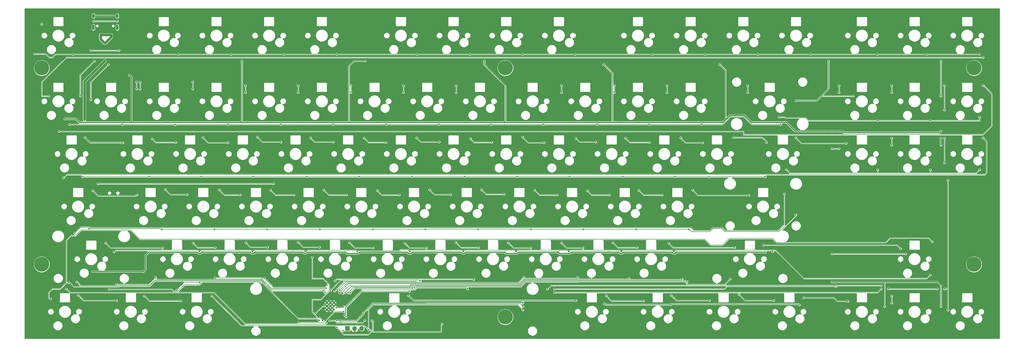
<source format=gtl>
%TF.GenerationSoftware,KiCad,Pcbnew,(5.1.2)-1*%
%TF.CreationDate,2021-11-11T01:17:37-08:00*%
%TF.ProjectId,PyKey60,50794b65-7936-4302-9e6b-696361645f70,1.1a*%
%TF.SameCoordinates,Original*%
%TF.FileFunction,Copper,L1,Top*%
%TF.FilePolarity,Positive*%
%FSLAX46Y46*%
G04 Gerber Fmt 4.6, Leading zero omitted, Abs format (unit mm)*
G04 Created by KiCad (PCBNEW (5.1.2)-1) date 2021-11-11 01:17:37*
%MOMM*%
%LPD*%
G04 APERTURE LIST*
%TA.AperFunction,ComponentPad*%
%ADD10C,5.400000*%
%TD*%
%TA.AperFunction,ComponentPad*%
%ADD11O,1.700000X1.700000*%
%TD*%
%TA.AperFunction,ComponentPad*%
%ADD12R,1.700000X1.700000*%
%TD*%
%TA.AperFunction,ComponentPad*%
%ADD13O,1.000000X2.100000*%
%TD*%
%TA.AperFunction,ComponentPad*%
%ADD14O,1.000000X1.600000*%
%TD*%
%TA.AperFunction,ViaPad*%
%ADD15C,0.600000*%
%TD*%
%TA.AperFunction,ViaPad*%
%ADD16C,0.609600*%
%TD*%
%TA.AperFunction,Conductor*%
%ADD17C,0.406400*%
%TD*%
%TA.AperFunction,Conductor*%
%ADD18C,0.889000*%
%TD*%
%TA.AperFunction,Conductor*%
%ADD19C,0.152400*%
%TD*%
%TA.AperFunction,Conductor*%
%ADD20C,0.254000*%
%TD*%
%TA.AperFunction,Conductor*%
%ADD21C,0.200000*%
%TD*%
G04 APERTURE END LIST*
D10*
%TO.P,REF\002A\002A,1*%
%TO.N,N/C*%
X402495000Y-61755000D03*
%TD*%
%TO.P,REF\002A\002A,1*%
%TO.N,N/C*%
X402495000Y-132875000D03*
%TD*%
%TO.P,REF\002A\002A,1*%
%TO.N,N/C*%
X233045000Y-61755000D03*
%TD*%
%TO.P,REF\002A\002A,1*%
%TO.N,N/C*%
X233045000Y-151925000D03*
%TD*%
%TO.P,REF\002A\002A,1*%
%TO.N,N/C*%
X65405000Y-61755000D03*
%TD*%
%TO.P,REF\002A\002A,1*%
%TO.N,N/C*%
X65405000Y-132875000D03*
%TD*%
D11*
%TO.P,J2,3*%
%TO.N,/SWCLK*%
X181102000Y-156116000D03*
%TO.P,J2,2*%
%TO.N,GND*%
X178562000Y-156116000D03*
D12*
%TO.P,J2,1*%
%TO.N,/SWD*%
X176022000Y-156116000D03*
%TD*%
D13*
%TO.P,J1,S1*%
%TO.N,Net-(J1-PadS1)*%
X92712000Y-47081000D03*
X84072000Y-47081000D03*
D14*
X84072000Y-42901000D03*
X92712000Y-42901000D03*
%TD*%
D15*
%TO.N,GND*%
%TO.C,U100*%
X168524000Y-146713000D03*
X168524000Y-147988000D03*
X168524000Y-149263000D03*
X169799000Y-146713000D03*
X169799000Y-147988000D03*
X169799000Y-149263000D03*
X171074000Y-146713000D03*
X171074000Y-147988000D03*
X171074000Y-149263000D03*
%TD*%
D16*
%TO.N,GND*%
X375285000Y-125255000D03*
X65405000Y-43975000D03*
X103505000Y-43975000D03*
X122555000Y-43975000D03*
X141605000Y-43975000D03*
X160655000Y-43975000D03*
X189865000Y-43975000D03*
X208915000Y-43975000D03*
X227965000Y-43975000D03*
X247015000Y-43975000D03*
X274955000Y-43975000D03*
X294005000Y-43975000D03*
X313055000Y-43975000D03*
X332105000Y-43975000D03*
X356235000Y-43975000D03*
X375285000Y-43975000D03*
X394335000Y-43975000D03*
X394335000Y-68105000D03*
X375285000Y-68105000D03*
X356235000Y-68105000D03*
X356235000Y-87155000D03*
X375285000Y-87155000D03*
X394335000Y-87155000D03*
X356235000Y-144305000D03*
X375285000Y-144305000D03*
X394335000Y-144305000D03*
X165354000Y-157640000D03*
X167132000Y-157640000D03*
X170815000Y-157640000D03*
X158877000Y-148115000D03*
X158877000Y-147099000D03*
X159766000Y-143670000D03*
X85598000Y-49920000D03*
X91567000Y-49920000D03*
X76962000Y-41308000D03*
X99441000Y-41943000D03*
X167259000Y-138844000D03*
X170658344Y-138691500D03*
X96774000Y-134399000D03*
X101219000Y-125763000D03*
X159004000Y-151696410D03*
X90690000Y-110892000D03*
X148971000Y-139733000D03*
X92456000Y-144051000D03*
X116459000Y-144686000D03*
X108966000Y-125001000D03*
X128143000Y-125001000D03*
X87122000Y-66581000D03*
X104140000Y-67343000D03*
X122555000Y-67216000D03*
X142367000Y-67724000D03*
X161417000Y-67724000D03*
X180594000Y-67851000D03*
X199263000Y-67724000D03*
X218694000Y-67851000D03*
X237490000Y-67978000D03*
X256794000Y-67724000D03*
X275686000Y-67820000D03*
X294386000Y-67724000D03*
X304515000Y-86870000D03*
X327787000Y-86774000D03*
X285242000Y-86774000D03*
X266319000Y-87028000D03*
X246888000Y-86901000D03*
X94869000Y-86774000D03*
X113284000Y-86901000D03*
X132842000Y-87028000D03*
X151892000Y-86901000D03*
X170815000Y-86901000D03*
X189738000Y-87028000D03*
X209138000Y-86870000D03*
X227965000Y-86901000D03*
X147066000Y-125001000D03*
X166243000Y-124874000D03*
X185039000Y-124747000D03*
X204216000Y-125001000D03*
X175387000Y-105824000D03*
X156337000Y-106078000D03*
X137541000Y-106078000D03*
X118364000Y-105697000D03*
X99695000Y-105697000D03*
X289814000Y-105697000D03*
X270764000Y-105824000D03*
X251841000Y-106205000D03*
X232283000Y-105824000D03*
X213233000Y-105951000D03*
X280289000Y-124874000D03*
X261524000Y-124970000D03*
X242443000Y-125128000D03*
X330200000Y-143797000D03*
X306578000Y-144051000D03*
X282956000Y-144178000D03*
X258953000Y-143924000D03*
X183769000Y-147099000D03*
X178921788Y-143775788D03*
X179447171Y-145190171D03*
X183642000Y-143924000D03*
X88519000Y-43951000D03*
X88519000Y-46110000D03*
X88519000Y-41435000D03*
X71120000Y-86901000D03*
X323088000Y-67851000D03*
X78486000Y-124620000D03*
X180914533Y-153499779D03*
X187579000Y-144051000D03*
X178054000Y-152560000D03*
X321183000Y-106078000D03*
X194716410Y-105979702D03*
X93472000Y-86139000D03*
X91313000Y-83726000D03*
X221361000Y-125128000D03*
X217805000Y-125128000D03*
X104902000Y-141257000D03*
X174523400Y-152478720D03*
X88224360Y-83588840D03*
X203581000Y-151798000D03*
X182981590Y-151036000D03*
X159004000Y-153068000D03*
X66141590Y-68232000D03*
X69104522Y-144042122D03*
%TO.N,VBUS*%
X90551000Y-49793000D03*
X86741000Y-49793000D03*
X80899000Y-80424000D03*
X88265000Y-59215000D03*
X88265000Y-52865000D03*
%TO.N,+1V1*%
X167513000Y-147861000D03*
X164405329Y-150595329D03*
X171960759Y-148581107D03*
X174607992Y-148163737D03*
%TO.N,+3V3*%
X83185000Y-55405000D03*
X93345000Y-55405000D03*
X377825000Y-129065000D03*
X390525000Y-87155000D03*
X390525000Y-89695000D03*
X390525000Y-84615000D03*
X73660000Y-80170000D03*
X337185000Y-83980000D03*
X102235000Y-135415000D03*
X110871000Y-81440000D03*
X129032000Y-81440000D03*
X148082000Y-81440000D03*
X166751000Y-81440000D03*
X186563000Y-81440000D03*
X205486000Y-81440000D03*
X243205000Y-81440000D03*
X262382000Y-81440000D03*
X281178000Y-81440000D03*
X300990000Y-81440000D03*
X102997000Y-81440000D03*
X121666000Y-81440000D03*
X139700000Y-81440000D03*
X160274000Y-81440000D03*
X168148000Y-81440000D03*
X200025000Y-81440000D03*
X218567000Y-81440000D03*
X224536000Y-81440000D03*
X236982000Y-81440000D03*
X256794000Y-81440000D03*
X274574000Y-81440000D03*
X295148000Y-81440000D03*
X311610494Y-81368164D03*
X339344000Y-147607000D03*
X315722000Y-147226000D03*
X292735000Y-147480000D03*
X268732000Y-147099000D03*
X290322000Y-128430000D03*
X136779000Y-128430000D03*
X118110000Y-128430000D03*
X156337000Y-128430000D03*
X175260000Y-128430000D03*
X213233000Y-128430000D03*
X232791000Y-128430000D03*
X270637000Y-128430000D03*
X327025000Y-128430000D03*
X79629000Y-81440000D03*
X83820000Y-135415000D03*
X95250004Y-81440000D03*
X252095004Y-128430000D03*
X195072001Y-128430000D03*
X97155000Y-64295000D03*
X137795000Y-59215000D03*
X182245000Y-59215000D03*
X225425000Y-59215000D03*
X268605000Y-60485000D03*
X310515000Y-60485000D03*
X338074000Y-73566000D03*
X349885000Y-59215000D03*
X351155000Y-84615000D03*
X358775000Y-71915000D03*
X351155000Y-90965000D03*
X353695000Y-90965000D03*
X351155000Y-129065000D03*
X351155000Y-139225000D03*
X390525000Y-148115000D03*
X370205000Y-148115000D03*
X390525000Y-71915000D03*
X390525000Y-59215000D03*
%TO.N,Net-(R7-Pad2)*%
X89789000Y-141892000D03*
X144399000Y-139606000D03*
%TO.N,/RESET*%
X158369000Y-153957000D03*
X174607992Y-150018528D03*
%TO.N,/USB-*%
X79375000Y-71915000D03*
X84455000Y-59215000D03*
%TO.N,/USB+*%
X83185000Y-73185000D03*
X89535000Y-60485000D03*
%TO.N,ROW1*%
X176149000Y-143162000D03*
X75438000Y-82202000D03*
X304038000Y-82202000D03*
X332613000Y-82202000D03*
X266192000Y-82202000D03*
X227965000Y-82202000D03*
X209042000Y-82202000D03*
X189992000Y-82202000D03*
X170815000Y-82202000D03*
X151765000Y-82202000D03*
X132842000Y-82202000D03*
X113665000Y-82329000D03*
X94488000Y-82202000D03*
X246888000Y-82202000D03*
X285153100Y-82202000D03*
X200226326Y-141317318D03*
X332105000Y-79535000D03*
X404495000Y-79535000D03*
X367665000Y-80805000D03*
X386715000Y-80805000D03*
%TO.N,ROW2*%
X176911000Y-143289000D03*
X80137000Y-101125000D03*
X104267000Y-101125000D03*
X123190000Y-101125000D03*
X141986000Y-101125000D03*
X161290000Y-101125000D03*
X180213000Y-101125000D03*
X199390000Y-101125000D03*
X218313000Y-101125000D03*
X237363000Y-101125000D03*
X256286000Y-101125000D03*
X275463000Y-101125000D03*
X294513000Y-101125000D03*
X199343445Y-141358590D03*
X306705000Y-101252000D03*
X327025000Y-101125000D03*
X367665000Y-98585000D03*
X386715000Y-98585000D03*
X334645000Y-98585000D03*
X404495000Y-98585000D03*
%TO.N,ROW3*%
X338074000Y-114841000D03*
X219329002Y-141765000D03*
X174898547Y-151290000D03*
X204089000Y-120200410D03*
X261239000Y-120200410D03*
X185166000Y-120200410D03*
X280416000Y-120200410D03*
X223266000Y-120200410D03*
X299466000Y-120200410D03*
X165989000Y-120200410D03*
X242316000Y-120200410D03*
X146939000Y-120200410D03*
X127889000Y-120200410D03*
X108839000Y-120200410D03*
X82559886Y-119967989D03*
%TO.N,ROW4*%
X91567002Y-128303000D03*
X122428000Y-128302998D03*
X141605000Y-128303000D03*
X160655000Y-128303000D03*
X179577999Y-128302999D03*
X256032000Y-128303000D03*
X217805000Y-128303000D03*
X236982000Y-128303000D03*
X329692000Y-128303000D03*
X294005000Y-128303000D03*
X274955000Y-128303000D03*
X198373998Y-142654000D03*
X175446213Y-151925000D03*
X198628000Y-128277590D03*
X386715000Y-136685000D03*
%TO.N,ROW5*%
X174371000Y-156878000D03*
%TO.N,COL1*%
X167233590Y-142476221D03*
X78105000Y-139225000D03*
%TO.N,COL2*%
X92456000Y-140114000D03*
X106534707Y-137645159D03*
X167868590Y-143138426D03*
X99695000Y-69375000D03*
X99695000Y-66835000D03*
%TO.N,COL3*%
X122555004Y-139479032D03*
X128143000Y-137802600D03*
X168322126Y-141456230D03*
X114173000Y-142247590D03*
X100965000Y-66835000D03*
X100965000Y-69375000D03*
%TO.N,COL4*%
X145923000Y-137955000D03*
X168529000Y-140495000D03*
X120015000Y-66835000D03*
X120015000Y-69375000D03*
%TO.N,COL5*%
X139065000Y-68105000D03*
X139065000Y-70645000D03*
%TO.N,COL6*%
X158115000Y-68105000D03*
X158115000Y-70645000D03*
%TO.N,COL7*%
X169942032Y-142254877D03*
X202264027Y-138894724D03*
X177165000Y-68105000D03*
X177165000Y-70645000D03*
%TO.N,COL8*%
X221615000Y-138336000D03*
X171410458Y-138813922D03*
X196215000Y-68105000D03*
X196215000Y-70645000D03*
%TO.N,COL9*%
X171332400Y-142527000D03*
X239723744Y-137427980D03*
X215265000Y-68105000D03*
X215265000Y-70645000D03*
%TO.N,COL10*%
X172403371Y-142210371D03*
X259207000Y-137650157D03*
%TO.N,COL11*%
X173228000Y-142273000D03*
X277749000Y-137954968D03*
X253365000Y-68105000D03*
X253365000Y-70645000D03*
%TO.N,COL12*%
X173101000Y-143162000D03*
X296926000Y-138209000D03*
X272415000Y-68105000D03*
X272415000Y-70645000D03*
%TO.N,COL13*%
X174244000Y-143416000D03*
X298704000Y-139098000D03*
X291465000Y-68105000D03*
X291465000Y-70645000D03*
%TO.N,COL14*%
X175133000Y-143162000D03*
X314325000Y-138209000D03*
X320675000Y-68105000D03*
X320675000Y-70645000D03*
%TO.N,Net-(U15-Pad5)*%
X81026000Y-86901000D03*
X94742000Y-88806000D03*
%TO.N,Net-(U16-Pad5)*%
X113919000Y-88679000D03*
X105359179Y-87409000D03*
%TO.N,Net-(U17-Pad5)*%
X132715000Y-88806000D03*
X123621790Y-86901000D03*
%TO.N,Net-(U18-Pad5)*%
X143383000Y-86774000D03*
X151892000Y-88552000D03*
%TO.N,Net-(U19-Pad5)*%
X162560000Y-87028000D03*
X170815000Y-88552000D03*
%TO.N,Net-(U20-Pad5)*%
X181991000Y-87155000D03*
X189865000Y-88679000D03*
%TO.N,Net-(U21-Pad5)*%
X200914000Y-87028000D03*
X209169000Y-88552000D03*
%TO.N,Net-(U22-Pad5)*%
X220389164Y-87364836D03*
X228092000Y-88679000D03*
%TO.N,Net-(U23-Pad5)*%
X239268000Y-86774000D03*
X247015000Y-88806000D03*
%TO.N,Net-(U24-Pad5)*%
X258572000Y-87282000D03*
X265684000Y-88552000D03*
%TO.N,Net-(U25-Pad5)*%
X276479000Y-87155000D03*
X285115000Y-88679000D03*
%TO.N,Net-(U26-Pad5)*%
X296418000Y-87028000D03*
X304292000Y-88806000D03*
%TO.N,Net-(U27-Pad5)*%
X315468000Y-86901000D03*
X327406000Y-88679000D03*
%TO.N,Net-(U29-Pad5)*%
X99822000Y-107729000D03*
X83870790Y-106172266D03*
%TO.N,Net-(U30-Pad5)*%
X109982000Y-105697000D03*
X117983000Y-107602000D03*
%TO.N,Net-(U31-Pad5)*%
X129540000Y-105824000D03*
X137160000Y-107729000D03*
%TO.N,Net-(U32-Pad5)*%
X148082000Y-105951000D03*
X156591000Y-107729000D03*
%TO.N,Net-(U33-Pad5)*%
X167386000Y-105951000D03*
X175641000Y-107729000D03*
%TO.N,Net-(U34-Pad5)*%
X186690000Y-106078000D03*
X194716410Y-107729000D03*
%TO.N,Net-(U35-Pad5)*%
X205613000Y-105824000D03*
X213233000Y-107602000D03*
%TO.N,Net-(U36-Pad5)*%
X224409000Y-105824000D03*
X232537000Y-107475000D03*
%TO.N,Net-(U37-Pad5)*%
X243586000Y-105951000D03*
X251841000Y-107729000D03*
%TO.N,Net-(U38-Pad5)*%
X262636000Y-106205000D03*
X270637000Y-107729000D03*
%TO.N,Net-(U39-Pad5)*%
X281305000Y-106078000D03*
X289687000Y-107729000D03*
%TO.N,Net-(U40-Pad5)*%
X300736000Y-105951000D03*
X321056000Y-107856000D03*
%TO.N,Net-(U42-Pad5)*%
X88519000Y-125128000D03*
X109093000Y-126906000D03*
%TO.N,Net-(U43-Pad5)*%
X120142000Y-125128000D03*
X128143000Y-126779000D03*
%TO.N,Net-(U44-Pad5)*%
X139192000Y-125001000D03*
X147066000Y-126652000D03*
%TO.N,Net-(U45-Pad5)*%
X158115000Y-124874000D03*
X165862000Y-126652000D03*
%TO.N,Net-(U46-Pad5)*%
X176657000Y-125001000D03*
X185166000Y-126906000D03*
%TO.N,Net-(U47-Pad5)*%
X196723000Y-125255000D03*
X204470000Y-126906000D03*
%TO.N,Net-(U48-Pad5)*%
X215138000Y-124874000D03*
X223393000Y-126779000D03*
%TO.N,Net-(U49-Pad5)*%
X234061000Y-125001000D03*
X242189000Y-126906000D03*
%TO.N,Net-(U50-Pad5)*%
X253238000Y-125001000D03*
X261112000Y-126906000D03*
%TO.N,Net-(U51-Pad5)*%
X271907000Y-125001000D03*
X280670000Y-126779000D03*
%TO.N,Net-(U52-Pad5)*%
X292100000Y-125255000D03*
X315976000Y-126779000D03*
%TO.N,Net-(U54-Pad5)*%
X78613000Y-144051000D03*
X92456000Y-145956000D03*
%TO.N,Net-(U55-Pad5)*%
X102489000Y-144305000D03*
X115697000Y-146083000D03*
%TO.N,Net-(U56-Pad5)*%
X126873000Y-144305000D03*
X183645822Y-156620178D03*
%TO.N,Net-(U57-Pad5)*%
X258572000Y-145956000D03*
X197993002Y-144178000D03*
%TO.N,Net-(U58-Pad5)*%
X269494000Y-144178000D03*
X282956000Y-146083000D03*
%TO.N,Net-(U59-Pad5)*%
X292989000Y-144051000D03*
X306832000Y-145956000D03*
%TO.N,Net-(U60-Pad5)*%
X317500000Y-143797000D03*
X330073000Y-145956000D03*
%TO.N,RGBData1*%
X405765000Y-57945000D03*
X67945000Y-71915000D03*
X67945000Y-71915000D03*
%TO.N,RGBData2*%
X71628000Y-84742000D03*
X405765000Y-68105000D03*
%TO.N,RGBData3*%
X73279000Y-101506000D03*
X405765000Y-87028000D03*
%TO.N,RGBData4*%
X333883000Y-107348000D03*
X77343000Y-121572000D03*
%TO.N,RGBData5*%
X68580000Y-145321000D03*
X387350000Y-124620000D03*
%TO.N,ROW0*%
X168275000Y-154084001D03*
X62865000Y-56675000D03*
X76693899Y-56816101D03*
X114793899Y-56816101D03*
X133843899Y-56816101D03*
X152893899Y-56816101D03*
X171943899Y-56816101D03*
X201153899Y-56816101D03*
X220203899Y-56816101D03*
X239253899Y-56816101D03*
X258303899Y-56816101D03*
X286243899Y-56816101D03*
X305293899Y-56816101D03*
X324343899Y-56816101D03*
X343393899Y-56816101D03*
X367523899Y-56816101D03*
X404353899Y-56816101D03*
X385303899Y-56816101D03*
X74295000Y-141762819D03*
%TO.N,Net-(U28-Pad5)*%
X356235000Y-89060000D03*
X338010500Y-86964500D03*
%TO.N,Net-(U53-Pad5)*%
X326390000Y-125890000D03*
X375920000Y-127160000D03*
%TO.N,Net-(U61-Pad5)*%
X340995000Y-144940000D03*
X356870000Y-146210000D03*
%TO.N,COL15*%
X248285000Y-141765000D03*
X173355000Y-153195000D03*
X353695000Y-68105000D03*
X353695000Y-70645000D03*
X239395000Y-146845000D03*
X352425000Y-140495000D03*
%TO.N,COL16*%
X172085000Y-153195000D03*
X372745000Y-146845000D03*
X372745000Y-144305000D03*
X372745000Y-70645000D03*
X372745000Y-68105000D03*
X372745000Y-89695000D03*
X372745000Y-87155000D03*
X239395000Y-148115000D03*
X250825000Y-141765000D03*
X368935000Y-140495000D03*
%TO.N,COL17*%
X172085000Y-155735000D03*
X391795000Y-68105000D03*
X391795000Y-76995000D03*
X391795000Y-87155000D03*
X393065000Y-149385000D03*
X393065000Y-102395000D03*
X391795000Y-96045000D03*
X239395000Y-149385000D03*
X250825000Y-143035000D03*
X368935000Y-141765000D03*
X371475000Y-141765000D03*
X371475000Y-141765000D03*
X389255000Y-141765000D03*
X391795000Y-141765000D03*
%TO.N,RGBData0*%
X165735000Y-153195000D03*
X65405000Y-45880000D03*
X75184000Y-139479000D03*
%TO.N,Speaker*%
X182245000Y-153195000D03*
X184785000Y-153195000D03*
X169545000Y-153195000D03*
X210185000Y-154465000D03*
%TO.N,LED*%
X163195000Y-130335000D03*
X167005000Y-153195000D03*
X149225000Y-103665000D03*
X149225000Y-103665000D03*
X85725000Y-103665000D03*
X85725000Y-103665000D03*
%TO.N,Net-(U62-Pad5)*%
X84074000Y-44840000D03*
X92710000Y-44813000D03*
%TD*%
D17*
%TO.N,Net-(J1-PadS1)*%
X84072000Y-42901000D02*
X92712000Y-42901000D01*
D18*
%TO.N,VBUS*%
X80899000Y-74963000D02*
X80899000Y-80424000D01*
X80899000Y-74963000D02*
X80899000Y-66581000D01*
X80899000Y-66581000D02*
X88265000Y-59215000D01*
X88265000Y-59215000D02*
X88265000Y-59215000D01*
X86741000Y-49793000D02*
X90551000Y-49793000D01*
X86741000Y-51341000D02*
X88265000Y-52865000D01*
X86741000Y-49793000D02*
X86741000Y-51341000D01*
X90551000Y-50579000D02*
X88265000Y-52865000D01*
X90551000Y-49793000D02*
X90551000Y-50579000D01*
D19*
%TO.N,+1V1*%
X164405329Y-150587671D02*
X164405329Y-150595329D01*
X167132000Y-147861000D02*
X164405329Y-150587671D01*
X167513000Y-147861000D02*
X167132000Y-147861000D01*
X174190622Y-148581107D02*
X174607992Y-148163737D01*
X171960759Y-148581107D02*
X174190622Y-148581107D01*
D17*
%TO.N,+3V3*%
X73660000Y-80170000D02*
X77774810Y-80170000D01*
X77774810Y-80170000D02*
X79044810Y-81440000D01*
X334645000Y-81440000D02*
X337185000Y-83980000D01*
X319456861Y-78849190D02*
X322047670Y-81440000D01*
X314273139Y-78849190D02*
X319456861Y-78849190D01*
X322047670Y-81440000D02*
X334645000Y-81440000D01*
X294855394Y-128430000D02*
X327025000Y-128430000D01*
X294321993Y-128963401D02*
X294855394Y-128430000D01*
X293688007Y-128963401D02*
X294321993Y-128963401D01*
X293154606Y-128430000D02*
X293688007Y-128963401D01*
X275271993Y-128963401D02*
X275805394Y-128430000D01*
X274638007Y-128963401D02*
X275271993Y-128963401D01*
X274104606Y-128430000D02*
X274638007Y-128963401D01*
X159804606Y-128430000D02*
X160338007Y-128963401D01*
X141288007Y-128963401D02*
X141921993Y-128963401D01*
X102870000Y-129700000D02*
X104140000Y-128430000D01*
X161036321Y-128963401D02*
X161569722Y-128430000D01*
X140754606Y-128430000D02*
X141288007Y-128963401D01*
X122111007Y-128963399D02*
X122744993Y-128963399D01*
X121577608Y-128430000D02*
X122111007Y-128963399D01*
X122744993Y-128963399D02*
X123278392Y-128430000D01*
X102870000Y-134780000D02*
X102870000Y-129700000D01*
X141921993Y-128963401D02*
X142455394Y-128430000D01*
X102235000Y-135415000D02*
X102870000Y-134780000D01*
X160338007Y-128963401D02*
X161036321Y-128963401D01*
X216954606Y-128430000D02*
X217488007Y-128963401D01*
X217488007Y-128963401D02*
X218121993Y-128963401D01*
X218121993Y-128963401D02*
X218655394Y-128430000D01*
X102235000Y-135415000D02*
X83820000Y-135415000D01*
X300990000Y-81440000D02*
X311682330Y-81440000D01*
X102997000Y-81440000D02*
X110871000Y-81440000D01*
X121666000Y-81440000D02*
X129032000Y-81440000D01*
X110871000Y-81440000D02*
X121666000Y-81440000D01*
X139700000Y-81440000D02*
X148082000Y-81440000D01*
X160274000Y-81440000D02*
X166751000Y-81440000D01*
X148082000Y-81440000D02*
X160274000Y-81440000D01*
X166751000Y-81440000D02*
X168148000Y-81440000D01*
X200025000Y-81440000D02*
X205486000Y-81440000D01*
X186563000Y-81440000D02*
X200025000Y-81440000D01*
X205486000Y-81440000D02*
X218567000Y-81440000D01*
X218567000Y-81440000D02*
X224536000Y-81440000D01*
X236982000Y-81440000D02*
X243205000Y-81440000D01*
X256794000Y-81440000D02*
X262382000Y-81440000D01*
X243205000Y-81440000D02*
X256794000Y-81440000D01*
X274574000Y-81440000D02*
X281178000Y-81440000D01*
X295148000Y-81440000D02*
X300990000Y-81440000D01*
X281178000Y-81440000D02*
X295148000Y-81440000D01*
D20*
X339344000Y-147607000D02*
X338963000Y-147226000D01*
X338963000Y-147226000D02*
X315722000Y-147226000D01*
X292989000Y-147226000D02*
X292735000Y-147480000D01*
X315722000Y-147226000D02*
X292989000Y-147226000D01*
X269113000Y-147480000D02*
X268732000Y-147099000D01*
X292735000Y-147480000D02*
X269113000Y-147480000D01*
D17*
X290322000Y-128430000D02*
X293154606Y-128430000D01*
X275805394Y-128430000D02*
X290322000Y-128430000D01*
X136779000Y-128430000D02*
X140754606Y-128430000D01*
X123278392Y-128430000D02*
X136779000Y-128430000D01*
X118110000Y-128430000D02*
X121577608Y-128430000D01*
X104140000Y-128430000D02*
X118110000Y-128430000D01*
X156337000Y-128430000D02*
X159804606Y-128430000D01*
X142455394Y-128430000D02*
X156337000Y-128430000D01*
X161569722Y-128430000D02*
X175260000Y-128430000D01*
X213233000Y-128430000D02*
X216954606Y-128430000D01*
X218655394Y-128430000D02*
X232791000Y-128430000D01*
X270637000Y-128430000D02*
X274104606Y-128430000D01*
X79044810Y-81440000D02*
X79629000Y-81440000D01*
X252628405Y-128963401D02*
X252095004Y-128430000D01*
X270637000Y-128430000D02*
X256882394Y-128430000D01*
X233324401Y-128963401D02*
X237298993Y-128963401D01*
X237832394Y-128430000D02*
X252095004Y-128430000D01*
X256348993Y-128963401D02*
X252628405Y-128963401D01*
X232791000Y-128430000D02*
X233324401Y-128963401D01*
X256882394Y-128430000D02*
X256348993Y-128963401D01*
X237298993Y-128963401D02*
X237832394Y-128430000D01*
X194640949Y-128430000D02*
X195072001Y-128430000D01*
X175793400Y-128963400D02*
X179894992Y-128963400D01*
X180428391Y-128430001D02*
X194640949Y-128430000D01*
X175260000Y-128430000D02*
X175793400Y-128963400D01*
X179894992Y-128963400D02*
X180428391Y-128430001D01*
X197485000Y-128430000D02*
X195072001Y-128430000D01*
X197993000Y-128938000D02*
X197485000Y-128430000D01*
X198970394Y-128938000D02*
X197993000Y-128938000D01*
X199478394Y-128430000D02*
X198970394Y-128938000D01*
X213233000Y-128430000D02*
X199478394Y-128430000D01*
X337185000Y-83980000D02*
X337820000Y-84615000D01*
X337820000Y-84615000D02*
X351155000Y-84615000D01*
X97790000Y-81440000D02*
X97790000Y-64930000D01*
X97790000Y-81440000D02*
X102997000Y-81440000D01*
X79629000Y-81440000D02*
X97790000Y-81440000D01*
X97155000Y-64295000D02*
X97790000Y-64930000D01*
D20*
X137795000Y-80805000D02*
X137160000Y-81440000D01*
X137795000Y-59215000D02*
X137795000Y-80805000D01*
D17*
X129032000Y-81440000D02*
X137160000Y-81440000D01*
X137160000Y-81440000D02*
X139700000Y-81440000D01*
D20*
X176530000Y-61120000D02*
X178435000Y-59215000D01*
X176530000Y-81440000D02*
X176530000Y-61120000D01*
D17*
X176530000Y-81440000D02*
X186563000Y-81440000D01*
X168148000Y-81440000D02*
X176530000Y-81440000D01*
D20*
X178435000Y-59215000D02*
X179705000Y-59215000D01*
X179705000Y-59215000D02*
X182245000Y-59215000D01*
X182245000Y-59215000D02*
X182245000Y-59215000D01*
D17*
X233680000Y-81440000D02*
X236982000Y-81440000D01*
D20*
X225425000Y-59215000D02*
X225425000Y-59215000D01*
X271780000Y-81440000D02*
X271780000Y-63660000D01*
D17*
X262382000Y-81440000D02*
X271780000Y-81440000D01*
X271780000Y-81440000D02*
X274574000Y-81440000D01*
D20*
X271780000Y-63660000D02*
X268605000Y-60485000D01*
X312686165Y-80436165D02*
X312686165Y-62656165D01*
D17*
X311682330Y-81440000D02*
X312686165Y-80436165D01*
X312686165Y-80436165D02*
X314273139Y-78849190D01*
D20*
X312686165Y-62656165D02*
X310515000Y-60485000D01*
X268605000Y-60485000D02*
X268605000Y-60485000D01*
X310515000Y-60485000D02*
X310515000Y-60485000D01*
X338074000Y-73566000D02*
X345694000Y-73566000D01*
X345694000Y-73566000D02*
X347345000Y-71915000D01*
X349885000Y-69375000D02*
X349885000Y-59215000D01*
X349885000Y-59215000D02*
X349885000Y-59215000D01*
X347345000Y-71915000D02*
X348615000Y-70645000D01*
X348615000Y-70645000D02*
X349885000Y-69375000D01*
D19*
X347345000Y-71915000D02*
X358775000Y-71915000D01*
D17*
X389966192Y-85173808D02*
X390525000Y-84615000D01*
X355523808Y-85173808D02*
X389966192Y-85173808D01*
X351155000Y-84615000D02*
X354965000Y-84615000D01*
X354965000Y-84615000D02*
X355523808Y-85173808D01*
X390525000Y-87155000D02*
X390525000Y-89695000D01*
D19*
X351155000Y-90965000D02*
X353695000Y-90965000D01*
X353695000Y-90965000D02*
X353695000Y-90965000D01*
X377825000Y-129065000D02*
X351155000Y-129065000D01*
D20*
X389255000Y-139225000D02*
X390525000Y-140495000D01*
X390525000Y-140495000D02*
X390525000Y-148115000D01*
X390525000Y-148115000D02*
X390525000Y-148115000D01*
D19*
X370205000Y-139225000D02*
X370205000Y-148115000D01*
D17*
X370205000Y-139225000D02*
X389255000Y-139225000D01*
X351155000Y-139225000D02*
X370205000Y-139225000D01*
D19*
X370205000Y-148115000D02*
X370205000Y-148115000D01*
D20*
X390525000Y-71915000D02*
X390525000Y-59215000D01*
X390525000Y-59215000D02*
X390525000Y-59215000D01*
D19*
X83185000Y-55405000D02*
X93345000Y-55405000D01*
D20*
X225425000Y-59215000D02*
X225425000Y-60485000D01*
X225425000Y-60485000D02*
X233045000Y-68105000D01*
X233045000Y-80805000D02*
X232410000Y-81440000D01*
X233045000Y-68105000D02*
X233045000Y-80805000D01*
D17*
X224536000Y-81440000D02*
X232410000Y-81440000D01*
X232410000Y-81440000D02*
X233680000Y-81440000D01*
D19*
%TO.N,Net-(R7-Pad2)*%
X123522269Y-139301201D02*
X144094201Y-139301201D01*
X122582470Y-140241000D02*
X123522269Y-139301201D01*
X117094000Y-140241000D02*
X122582470Y-140241000D01*
X114554000Y-142781000D02*
X117094000Y-140241000D01*
X113383566Y-142781000D02*
X114554000Y-142781000D01*
X112494566Y-141892000D02*
X113383566Y-142781000D01*
X144094201Y-139301201D02*
X144399000Y-139606000D01*
X89789000Y-141892000D02*
X112494566Y-141892000D01*
%TO.N,/RESET*%
X171267831Y-150018528D02*
X174607992Y-150018528D01*
X158369000Y-153957000D02*
X167329359Y-153957000D01*
X167329359Y-153957000D02*
X171267831Y-150018528D01*
D21*
%TO.N,/USB-*%
X79375000Y-71915000D02*
X79375000Y-65565000D01*
X79375000Y-65565000D02*
X79375000Y-64295000D01*
X79375000Y-64295000D02*
X84455000Y-59215000D01*
X84455000Y-59215000D02*
X84455000Y-59215000D01*
%TO.N,/USB+*%
X83185000Y-73185000D02*
X83185000Y-66835000D01*
X83185000Y-66835000D02*
X89535000Y-60485000D01*
X89535000Y-60485000D02*
X89535000Y-60485000D01*
D19*
%TO.N,ROW1*%
X311531000Y-82202000D02*
X304038000Y-82202000D01*
X314452000Y-79281000D02*
X311531000Y-82202000D01*
X319278000Y-79281000D02*
X314452000Y-79281000D01*
X322199000Y-82202000D02*
X319278000Y-79281000D01*
X332613000Y-82202000D02*
X322199000Y-82202000D01*
X227965000Y-82202000D02*
X266192000Y-82202000D01*
X209042000Y-82202000D02*
X227965000Y-82202000D01*
X189992000Y-82202000D02*
X209042000Y-82202000D01*
X170815000Y-82202000D02*
X189992000Y-82202000D01*
X151765000Y-82202000D02*
X170815000Y-82202000D01*
X132842000Y-82202000D02*
X151765000Y-82202000D01*
X113792000Y-82202000D02*
X113919000Y-82202000D01*
X113665000Y-82329000D02*
X113792000Y-82202000D01*
X113919000Y-82202000D02*
X132842000Y-82202000D01*
X94488000Y-82202000D02*
X113919000Y-82202000D01*
X75438000Y-82202000D02*
X94488000Y-82202000D01*
X285153100Y-82202000D02*
X304038000Y-82202000D01*
X266192000Y-82202000D02*
X285153100Y-82202000D01*
X199734196Y-140825188D02*
X200226326Y-141317318D01*
X199087411Y-140825188D02*
X199734196Y-140825188D01*
X198630221Y-141282378D02*
X199087411Y-140825188D01*
X178028622Y-141282378D02*
X198630221Y-141282378D01*
X176149000Y-143162000D02*
X178028622Y-141282378D01*
X404495000Y-79535000D02*
X404495000Y-80805000D01*
X341620729Y-79831399D02*
X334348601Y-79831399D01*
X404495000Y-80805000D02*
X386715000Y-80805000D01*
X342594330Y-80805000D02*
X341620729Y-79831399D01*
X334052202Y-79535000D02*
X334348601Y-79831399D01*
X332105000Y-79535000D02*
X334052202Y-79535000D01*
X367665000Y-80805000D02*
X342594330Y-80805000D01*
X386715000Y-80805000D02*
X367665000Y-80805000D01*
%TO.N,ROW2*%
X80264000Y-101125000D02*
X80137000Y-101125000D01*
X104267000Y-101125000D02*
X80264000Y-101125000D01*
X123190000Y-101125000D02*
X104267000Y-101125000D01*
X126028670Y-101125000D02*
X123190000Y-101125000D01*
X141986000Y-101125000D02*
X126028670Y-101125000D01*
X161290000Y-101125000D02*
X141986000Y-101125000D01*
X180213000Y-101125000D02*
X161290000Y-101125000D01*
X199390000Y-101125000D02*
X180213000Y-101125000D01*
X218313000Y-101125000D02*
X199390000Y-101125000D01*
X237363000Y-101125000D02*
X218313000Y-101125000D01*
X256286000Y-101125000D02*
X237363000Y-101125000D01*
X275463000Y-101125000D02*
X256286000Y-101125000D01*
X294513000Y-101125000D02*
X275463000Y-101125000D01*
X178612811Y-141587189D02*
X199114846Y-141587189D01*
X176911000Y-143289000D02*
X178612811Y-141587189D01*
X199114846Y-141587189D02*
X199343445Y-141358590D01*
X306578000Y-101125000D02*
X306705000Y-101252000D01*
X294513000Y-101125000D02*
X306578000Y-101125000D01*
X306832000Y-101125000D02*
X306705000Y-101252000D01*
X403225000Y-99855000D02*
X404495000Y-98585000D01*
X367665000Y-99855000D02*
X367665000Y-98585000D01*
X386715000Y-99855000D02*
X386715000Y-98585000D01*
X386715000Y-99855000D02*
X403225000Y-99855000D01*
X367665000Y-99855000D02*
X386715000Y-99855000D01*
X325755000Y-101125000D02*
X327025000Y-101125000D01*
X325755000Y-101125000D02*
X80137000Y-101125000D01*
X335915000Y-99855000D02*
X367665000Y-99855000D01*
X334645000Y-98585000D02*
X335915000Y-99855000D01*
%TO.N,ROW3*%
X223520000Y-120175000D02*
X223291410Y-120175000D01*
X203657948Y-120200410D02*
X185166000Y-120200410D01*
X184734948Y-120200410D02*
X165989000Y-120200410D01*
X223520000Y-120175000D02*
X204114410Y-120175000D01*
X165989000Y-120200410D02*
X165557948Y-120200410D01*
X204089000Y-120200410D02*
X203657948Y-120200410D01*
X165557948Y-120200410D02*
X146939000Y-120200410D01*
X204114410Y-120175000D02*
X204089000Y-120200410D01*
X146507948Y-120200410D02*
X127889000Y-120200410D01*
X127457948Y-120200410D02*
X108839000Y-120200410D01*
X127889000Y-120200410D02*
X127457948Y-120200410D01*
X146939000Y-120200410D02*
X146507948Y-120200410D01*
X185166000Y-120200410D02*
X184734948Y-120200410D01*
X223291410Y-120175000D02*
X223266000Y-120200410D01*
X260807948Y-120200410D02*
X242316000Y-120200410D01*
X261239000Y-120200410D02*
X260807948Y-120200410D01*
X242290590Y-120175000D02*
X242316000Y-120200410D01*
X223520000Y-120175000D02*
X242290590Y-120175000D01*
X279984948Y-120200410D02*
X261239000Y-120200410D01*
X280416000Y-120200410D02*
X279984948Y-120200410D01*
X299034948Y-120200410D02*
X280416000Y-120200410D01*
X299466000Y-120200410D02*
X299034948Y-120200410D01*
X308190835Y-119921000D02*
X306997024Y-121114811D01*
X312343811Y-120987811D02*
X311277000Y-119921000D01*
X331850859Y-120987811D02*
X312343811Y-120987811D01*
X332337271Y-120501399D02*
X331850859Y-120987811D01*
X311277000Y-119921000D02*
X308190835Y-119921000D01*
X338074000Y-114841000D02*
X338074000Y-115272052D01*
X300380401Y-121114811D02*
X299466000Y-120200410D01*
X338074000Y-115272052D02*
X332844653Y-120501399D01*
X306997024Y-121114811D02*
X300380401Y-121114811D01*
X332844653Y-120501399D02*
X332337271Y-120501399D01*
X181382134Y-142069799D02*
X175141402Y-148310531D01*
X200355201Y-142069799D02*
X181382134Y-142069799D01*
X201168000Y-141257000D02*
X200355201Y-142069799D01*
X218821002Y-141257000D02*
X201168000Y-141257000D01*
X219329002Y-141765000D02*
X218821002Y-141257000D01*
X175141402Y-151047145D02*
X174898547Y-151290000D01*
X175141402Y-148310531D02*
X175141402Y-151047145D01*
X108203189Y-119995651D02*
X82587548Y-119995651D01*
X108407948Y-120200410D02*
X108203189Y-119995651D01*
X108839000Y-120200410D02*
X108407948Y-120200410D01*
X82587548Y-119995651D02*
X82559886Y-119967989D01*
%TO.N,ROW4*%
X121920002Y-127795000D02*
X122428000Y-128302998D01*
X92075002Y-127795000D02*
X121920002Y-127795000D01*
X91567002Y-128303000D02*
X92075002Y-127795000D01*
X141097000Y-127795000D02*
X141605000Y-128303000D01*
X122935998Y-127795000D02*
X141097000Y-127795000D01*
X122428000Y-128302998D02*
X122935998Y-127795000D01*
X160147000Y-127795000D02*
X142113000Y-127795000D01*
X142113000Y-127795000D02*
X141605000Y-128303000D01*
X160655000Y-128303000D02*
X160147000Y-127795000D01*
X179070000Y-127795000D02*
X179577999Y-128302999D01*
X161594052Y-127795000D02*
X179070000Y-127795000D01*
X161086053Y-128302999D02*
X161594052Y-127795000D01*
X160655000Y-128303000D02*
X161086053Y-128302999D01*
X218313000Y-127795000D02*
X217805000Y-128303000D01*
X236474000Y-127795000D02*
X218313000Y-127795000D01*
X236982000Y-128303000D02*
X236474000Y-127795000D01*
X237490000Y-127795000D02*
X236982000Y-128303000D01*
X255524000Y-127795000D02*
X237490000Y-127795000D01*
X256032000Y-128303000D02*
X255524000Y-127795000D01*
X274447000Y-127795000D02*
X274955000Y-128303000D01*
X256540000Y-127795000D02*
X274447000Y-127795000D01*
X256032000Y-128303000D02*
X256540000Y-127795000D01*
X293497000Y-127795000D02*
X294005000Y-128303000D01*
X275463000Y-127795000D02*
X293497000Y-127795000D01*
X274955000Y-128303000D02*
X275463000Y-127795000D01*
X329184000Y-127795000D02*
X329692000Y-128303000D01*
X294513000Y-127795000D02*
X329184000Y-127795000D01*
X294005000Y-128303000D02*
X294513000Y-127795000D01*
X175446213Y-148436787D02*
X175446213Y-151925000D01*
X181229000Y-142654000D02*
X175446213Y-148436787D01*
X198373998Y-142654000D02*
X181229000Y-142654000D01*
X179882798Y-127998200D02*
X194587366Y-127998200D01*
X194942967Y-127642599D02*
X197993009Y-127642599D01*
X179577999Y-128302999D02*
X179882798Y-127998200D01*
X199110590Y-127795000D02*
X198628000Y-128277590D01*
X217297000Y-127795000D02*
X199110590Y-127795000D01*
X194587366Y-127998200D02*
X194942967Y-127642599D01*
X217805000Y-128303000D02*
X217297000Y-127795000D01*
X197993009Y-127642599D02*
X198628000Y-128277590D01*
X386715000Y-136685000D02*
X385445000Y-137955000D01*
X385445000Y-137955000D02*
X340995000Y-137955000D01*
X340995000Y-137955000D02*
X332105000Y-129065000D01*
X332105000Y-129065000D02*
X330835000Y-127795000D01*
X329692000Y-127871948D02*
X329768948Y-127795000D01*
X329692000Y-128303000D02*
X329692000Y-127871948D01*
X329768948Y-127795000D02*
X330835000Y-127795000D01*
%TO.N,COL1*%
X167233590Y-142476221D02*
X148589288Y-142476221D01*
X148589288Y-142476221D02*
X144753878Y-138640811D01*
X144753878Y-138640811D02*
X106198123Y-138640811D01*
X104343934Y-140495000D02*
X93372434Y-140495000D01*
X78409799Y-139529799D02*
X78105000Y-139225000D01*
X79527401Y-140647401D02*
X78409799Y-139529799D01*
X93220033Y-140647401D02*
X79527401Y-140647401D01*
X106198123Y-138640811D02*
X104343934Y-140495000D01*
X93372434Y-140495000D02*
X93220033Y-140647401D01*
%TO.N,COL2*%
X92456000Y-140114000D02*
X104065866Y-140114000D01*
X104065866Y-140114000D02*
X106534707Y-137645159D01*
X167868590Y-142247590D02*
X167868590Y-143138426D01*
X167563811Y-141942811D02*
X167868590Y-142247590D01*
X106534707Y-137645159D02*
X107225548Y-138336000D01*
X144880132Y-138336000D02*
X148486942Y-141942811D01*
X107225548Y-138336000D02*
X144880132Y-138336000D01*
X148486942Y-141942811D02*
X167563811Y-141942811D01*
X99695000Y-69375000D02*
X99695000Y-66835000D01*
%TO.N,COL3*%
X168216545Y-141561811D02*
X168322126Y-141456230D01*
X144777798Y-137802600D02*
X148537009Y-141561811D01*
X128143000Y-137802600D02*
X144777798Y-137802600D01*
X148537009Y-141561811D02*
X168216545Y-141561811D01*
X122555004Y-139479032D02*
X116941558Y-139479032D01*
X116941558Y-139479032D02*
X114173000Y-142247590D01*
X100965000Y-66835000D02*
X100965000Y-69375000D01*
%TO.N,COL4*%
X145923000Y-137955000D02*
X149225000Y-141257000D01*
X167767000Y-141257000D02*
X168529000Y-140495000D01*
X149225000Y-141257000D02*
X167767000Y-141257000D01*
X120015000Y-66835000D02*
X120015000Y-69375000D01*
%TO.N,COL5*%
X139065000Y-68105000D02*
X139065000Y-70645000D01*
%TO.N,COL6*%
X158115000Y-68105000D02*
X158115000Y-70645000D01*
%TO.N,COL7*%
X173606984Y-138589925D02*
X201959228Y-138589925D01*
X169942032Y-142254877D02*
X173606984Y-138589925D01*
X201959228Y-138589925D02*
X202264027Y-138894724D01*
X177165000Y-68105000D02*
X177165000Y-70645000D01*
%TO.N,COL8*%
X172015380Y-138209000D02*
X171410458Y-138813922D01*
X221488000Y-138209000D02*
X172015380Y-138209000D01*
X221615000Y-138336000D02*
X221488000Y-138209000D01*
X196215000Y-68105000D02*
X196215000Y-70645000D01*
%TO.N,COL9*%
X200850101Y-138996322D02*
X201281913Y-139428134D01*
X201281913Y-139428134D02*
X237723590Y-139428134D01*
X237723590Y-139428134D02*
X239723744Y-137427980D01*
X174863078Y-138996322D02*
X200850101Y-138996322D01*
X171332400Y-142527000D02*
X174863078Y-138996322D01*
X215265000Y-68105000D02*
X215265000Y-70645000D01*
%TO.N,COL10*%
X200723845Y-139301133D02*
X201155657Y-139732945D01*
X238101854Y-139732945D02*
X239905232Y-137929567D01*
X175312609Y-139301133D02*
X200723845Y-139301133D01*
X258927590Y-137929567D02*
X259207000Y-137650157D01*
X201155657Y-139732945D02*
X238101854Y-139732945D01*
X172403371Y-142210371D02*
X175312609Y-139301133D01*
X239905232Y-137929567D02*
X258927590Y-137929567D01*
%TO.N,COL11*%
X259104657Y-138183567D02*
X277520401Y-138183567D01*
X173228000Y-142273000D02*
X175895056Y-139605944D01*
X201029401Y-140037756D02*
X238228110Y-140037756D01*
X175895056Y-139605944D02*
X200597589Y-139605944D01*
X238228110Y-140037756D02*
X240031488Y-138234378D01*
X200597589Y-139605944D02*
X201029401Y-140037756D01*
X277520401Y-138183567D02*
X277749000Y-137954968D01*
X240031488Y-138234378D02*
X259053846Y-138234378D01*
X259053846Y-138234378D02*
X259104657Y-138183567D01*
X253365000Y-68105000D02*
X253365000Y-70645000D01*
%TO.N,COL12*%
X176352245Y-139910755D02*
X200471333Y-139910755D01*
X200903145Y-140342567D02*
X238354366Y-140342567D01*
X238354366Y-140342567D02*
X240157744Y-138539189D01*
X259180102Y-138539189D02*
X259230913Y-138488378D01*
X296646622Y-138488378D02*
X296926000Y-138209000D01*
X173101000Y-143162000D02*
X176352245Y-139910755D01*
X240157744Y-138539189D02*
X259180102Y-138539189D01*
X259230913Y-138488378D02*
X296646622Y-138488378D01*
X200471333Y-139910755D02*
X200903145Y-140342567D01*
X272415000Y-68105000D02*
X272415000Y-70645000D01*
%TO.N,COL13*%
X198403111Y-140647354D02*
X198834899Y-140215566D01*
X238480622Y-140647378D02*
X240284000Y-138844000D01*
X240284000Y-138844000D02*
X259306358Y-138844000D01*
X259357169Y-138793189D02*
X298399189Y-138793189D01*
X176504646Y-140647354D02*
X198403111Y-140647354D01*
X200776889Y-140647378D02*
X238480622Y-140647378D01*
X298399189Y-138793189D02*
X298704000Y-139098000D01*
X259306358Y-138844000D02*
X259357169Y-138793189D01*
X174244000Y-142908000D02*
X176504646Y-140647354D01*
X200345077Y-140215566D02*
X200776889Y-140647378D01*
X198834899Y-140215566D02*
X200345077Y-140215566D01*
X174244000Y-143416000D02*
X174244000Y-142908000D01*
X291465000Y-68105000D02*
X291465000Y-70645000D01*
%TO.N,COL14*%
X175133000Y-143162000D02*
X177317433Y-140977567D01*
X198503965Y-140977567D02*
X198961155Y-140520377D01*
X259483425Y-139098000D02*
X297914566Y-139098000D01*
X240487189Y-139148811D02*
X259432614Y-139148811D01*
X177317433Y-140977567D02*
X198503965Y-140977567D01*
X259432614Y-139148811D02*
X259483425Y-139098000D01*
X238683811Y-140952189D02*
X240487189Y-139148811D01*
X200218821Y-140520377D02*
X200650633Y-140952189D01*
X198961155Y-140520377D02*
X200218821Y-140520377D01*
X312420000Y-140114000D02*
X314325000Y-138209000D01*
X200650633Y-140952189D02*
X238683811Y-140952189D01*
X297914566Y-139098000D02*
X298930566Y-140114000D01*
X298930566Y-140114000D02*
X312420000Y-140114000D01*
X320675000Y-68105000D02*
X320675000Y-70645000D01*
D20*
%TO.N,Net-(U15-Pad5)*%
X82931000Y-88806000D02*
X94742000Y-88806000D01*
X81026000Y-86901000D02*
X82931000Y-88806000D01*
D19*
%TO.N,Net-(U16-Pad5)*%
X106629179Y-88679000D02*
X105359179Y-87409000D01*
X113919000Y-88679000D02*
X106629179Y-88679000D01*
%TO.N,Net-(U17-Pad5)*%
X132715000Y-88806000D02*
X125526790Y-88806000D01*
X125526790Y-88806000D02*
X123621790Y-86901000D01*
%TO.N,Net-(U18-Pad5)*%
X145161000Y-88552000D02*
X151892000Y-88552000D01*
X143383000Y-86774000D02*
X145161000Y-88552000D01*
%TO.N,Net-(U19-Pad5)*%
X164084000Y-88552000D02*
X170815000Y-88552000D01*
X162560000Y-87028000D02*
X164084000Y-88552000D01*
%TO.N,Net-(U20-Pad5)*%
X183515000Y-88679000D02*
X189865000Y-88679000D01*
X181991000Y-87155000D02*
X183515000Y-88679000D01*
%TO.N,Net-(U21-Pad5)*%
X202438000Y-88552000D02*
X209169000Y-88552000D01*
X200914000Y-87028000D02*
X202438000Y-88552000D01*
%TO.N,Net-(U22-Pad5)*%
X221703328Y-88679000D02*
X228092000Y-88679000D01*
X220389164Y-87364836D02*
X221703328Y-88679000D01*
%TO.N,Net-(U23-Pad5)*%
X239268000Y-86774000D02*
X241300000Y-88806000D01*
X241300000Y-88806000D02*
X247015000Y-88806000D01*
%TO.N,Net-(U24-Pad5)*%
X259842000Y-88552000D02*
X265684000Y-88552000D01*
X258572000Y-87282000D02*
X259842000Y-88552000D01*
%TO.N,Net-(U25-Pad5)*%
X278003000Y-88679000D02*
X285115000Y-88679000D01*
X276479000Y-87155000D02*
X278003000Y-88679000D01*
%TO.N,Net-(U26-Pad5)*%
X298196000Y-88806000D02*
X304292000Y-88806000D01*
X296418000Y-87028000D02*
X298196000Y-88806000D01*
%TO.N,Net-(U27-Pad5)*%
X327406000Y-88298000D02*
X327406000Y-88679000D01*
X326009000Y-86901000D02*
X327406000Y-88298000D01*
X315468000Y-86901000D02*
X326009000Y-86901000D01*
%TO.N,Net-(U29-Pad5)*%
X85808524Y-108110000D02*
X83870790Y-106172266D01*
X99441000Y-108110000D02*
X85808524Y-108110000D01*
X99822000Y-107729000D02*
X99441000Y-108110000D01*
%TO.N,Net-(U30-Pad5)*%
X111887000Y-107602000D02*
X117983000Y-107602000D01*
X109982000Y-105697000D02*
X111887000Y-107602000D01*
%TO.N,Net-(U31-Pad5)*%
X131445000Y-107729000D02*
X137160000Y-107729000D01*
X129540000Y-105824000D02*
X131445000Y-107729000D01*
%TO.N,Net-(U32-Pad5)*%
X148082000Y-105951000D02*
X149860000Y-107729000D01*
X149860000Y-107729000D02*
X156591000Y-107729000D01*
%TO.N,Net-(U33-Pad5)*%
X169164000Y-107729000D02*
X175641000Y-107729000D01*
X167386000Y-105951000D02*
X169164000Y-107729000D01*
%TO.N,Net-(U34-Pad5)*%
X188341000Y-107729000D02*
X194716410Y-107729000D01*
X186690000Y-106078000D02*
X188341000Y-107729000D01*
%TO.N,Net-(U35-Pad5)*%
X207391000Y-107602000D02*
X213233000Y-107602000D01*
X205613000Y-105824000D02*
X207391000Y-107602000D01*
%TO.N,Net-(U36-Pad5)*%
X226060000Y-107475000D02*
X232537000Y-107475000D01*
X224409000Y-105824000D02*
X226060000Y-107475000D01*
%TO.N,Net-(U37-Pad5)*%
X245364000Y-107729000D02*
X251841000Y-107729000D01*
X243586000Y-105951000D02*
X245364000Y-107729000D01*
%TO.N,Net-(U38-Pad5)*%
X264160000Y-107729000D02*
X270637000Y-107729000D01*
X262636000Y-106205000D02*
X264160000Y-107729000D01*
%TO.N,Net-(U39-Pad5)*%
X282956000Y-107729000D02*
X289687000Y-107729000D01*
X281305000Y-106078000D02*
X282956000Y-107729000D01*
%TO.N,Net-(U40-Pad5)*%
X302641000Y-107856000D02*
X321056000Y-107856000D01*
X300736000Y-105951000D02*
X302641000Y-107856000D01*
%TO.N,Net-(U42-Pad5)*%
X90297000Y-126906000D02*
X109093000Y-126906000D01*
X88519000Y-125128000D02*
X90297000Y-126906000D01*
%TO.N,Net-(U43-Pad5)*%
X121793000Y-126779000D02*
X128143000Y-126779000D01*
X120142000Y-125128000D02*
X121793000Y-126779000D01*
%TO.N,Net-(U44-Pad5)*%
X140843000Y-126652000D02*
X147066000Y-126652000D01*
X139192000Y-125001000D02*
X140843000Y-126652000D01*
%TO.N,Net-(U45-Pad5)*%
X159893000Y-126652000D02*
X165862000Y-126652000D01*
X158115000Y-124874000D02*
X159893000Y-126652000D01*
%TO.N,Net-(U46-Pad5)*%
X178562000Y-126906000D02*
X185166000Y-126906000D01*
X176657000Y-125001000D02*
X178562000Y-126906000D01*
%TO.N,Net-(U47-Pad5)*%
X198374000Y-126906000D02*
X204470000Y-126906000D01*
X196723000Y-125255000D02*
X198374000Y-126906000D01*
%TO.N,Net-(U48-Pad5)*%
X217043000Y-126779000D02*
X223393000Y-126779000D01*
X215138000Y-124874000D02*
X217043000Y-126779000D01*
%TO.N,Net-(U49-Pad5)*%
X235966000Y-126906000D02*
X242189000Y-126906000D01*
X234061000Y-125001000D02*
X235966000Y-126906000D01*
%TO.N,Net-(U50-Pad5)*%
X255143000Y-126906000D02*
X261112000Y-126906000D01*
X253238000Y-125001000D02*
X255143000Y-126906000D01*
%TO.N,Net-(U51-Pad5)*%
X273685000Y-126779000D02*
X280670000Y-126779000D01*
X271907000Y-125001000D02*
X273685000Y-126779000D01*
%TO.N,Net-(U52-Pad5)*%
X293624000Y-126779000D02*
X315976000Y-126779000D01*
X292100000Y-125255000D02*
X293624000Y-126779000D01*
%TO.N,Net-(U54-Pad5)*%
X80518000Y-145956000D02*
X92456000Y-145956000D01*
X78613000Y-144051000D02*
X80518000Y-145956000D01*
%TO.N,Net-(U55-Pad5)*%
X104267000Y-146083000D02*
X115697000Y-146083000D01*
X102489000Y-144305000D02*
X104267000Y-146083000D01*
%TO.N,Net-(U56-Pad5)*%
X182063043Y-155037399D02*
X183341023Y-156315379D01*
X137605399Y-155037399D02*
X182063043Y-155037399D01*
X126873000Y-144305000D02*
X137605399Y-155037399D01*
X183341023Y-156315379D02*
X183645822Y-156620178D01*
D20*
%TO.N,Net-(U57-Pad5)*%
X258572000Y-145956000D02*
X199771002Y-145956000D01*
X199771002Y-145956000D02*
X197993002Y-144178000D01*
D19*
%TO.N,Net-(U58-Pad5)*%
X271399000Y-146083000D02*
X282956000Y-146083000D01*
X269494000Y-144178000D02*
X271399000Y-146083000D01*
%TO.N,Net-(U59-Pad5)*%
X294894000Y-145956000D02*
X306832000Y-145956000D01*
X292989000Y-144051000D02*
X294894000Y-145956000D01*
%TO.N,Net-(U60-Pad5)*%
X319659000Y-145956000D02*
X330073000Y-145956000D01*
X317500000Y-143797000D02*
X319659000Y-145956000D01*
%TO.N,RGBData1*%
X67945000Y-71915000D02*
X67945000Y-71915000D01*
X67945000Y-71915000D02*
X67945000Y-71915000D01*
X65405000Y-71915000D02*
X67945000Y-71915000D01*
X65405000Y-66835000D02*
X65405000Y-71915000D01*
X405765000Y-57945000D02*
X74295000Y-57945000D01*
X74295000Y-57945000D02*
X65405000Y-66835000D01*
%TO.N,RGBData2*%
X342265000Y-85885000D02*
X405765000Y-85885000D01*
X406908000Y-84742000D02*
X408940000Y-82710000D01*
X408940000Y-71125566D02*
X406021033Y-68206599D01*
X408940000Y-82710000D02*
X408940000Y-71125566D01*
X405765000Y-85885000D02*
X407035000Y-84615000D01*
X336931000Y-85885000D02*
X343408000Y-85885000D01*
X319151000Y-85885000D02*
X336931000Y-85885000D01*
X71628000Y-84742000D02*
X319151000Y-84742000D01*
X319151000Y-84742000D02*
X319151000Y-85885000D01*
%TO.N,RGBData3*%
X74422000Y-100363000D02*
X73279000Y-101506000D01*
X407035000Y-88298000D02*
X407035000Y-99601000D01*
X405765000Y-87028000D02*
X407035000Y-88298000D01*
X407035000Y-99601000D02*
X406590500Y-100045500D01*
X406590500Y-100299500D02*
X406527000Y-100363000D01*
X406590500Y-100045500D02*
X406590500Y-100299500D01*
X406527000Y-100363000D02*
X74422000Y-100363000D01*
%TO.N,RGBData4*%
X308064579Y-119616189D02*
X306997769Y-120683000D01*
X331724604Y-120683000D02*
X312470066Y-120683000D01*
X333883000Y-107348000D02*
X333883000Y-118524603D01*
X312470066Y-120683000D02*
X311403256Y-119616189D01*
X333883000Y-118524603D02*
X331724604Y-120683000D01*
X311403256Y-119616189D02*
X308064579Y-119616189D01*
X83048333Y-119667000D02*
X82815920Y-119434587D01*
X301244000Y-120683000D02*
X300228000Y-119667000D01*
X82303852Y-119434587D02*
X82301975Y-119436464D01*
X300228000Y-119667000D02*
X83048333Y-119667000D01*
X79478536Y-119436464D02*
X77647799Y-121267201D01*
X77647799Y-121267201D02*
X77343000Y-121572000D01*
X82815920Y-119434587D02*
X82303852Y-119434587D01*
X306997769Y-120683000D02*
X301244000Y-120683000D01*
X82301975Y-119436464D02*
X79478536Y-119436464D01*
%TO.N,RGBData5*%
X372110000Y-123350000D02*
X386080000Y-123350000D01*
X331173601Y-124958601D02*
X370501399Y-124958601D01*
X329692000Y-123477000D02*
X331173601Y-124958601D01*
X314071000Y-123477000D02*
X329692000Y-123477000D01*
X69215000Y-141765000D02*
X72136000Y-141765000D01*
X67945000Y-143035000D02*
X69215000Y-141765000D01*
X67945000Y-145117052D02*
X67945000Y-143035000D01*
X68580000Y-145321000D02*
X68148948Y-145321000D01*
X72136000Y-141765000D02*
X74295000Y-139606000D01*
X77724000Y-122461000D02*
X79683601Y-120501399D01*
X386080000Y-123350000D02*
X387350000Y-124620000D01*
X68148948Y-145321000D02*
X67945000Y-145117052D01*
X307213000Y-125890000D02*
X311658000Y-125890000D01*
X74295000Y-139606000D02*
X74295000Y-124112000D01*
X79683601Y-120501399D02*
X97608399Y-120501399D01*
X74295000Y-124112000D02*
X75946000Y-122461000D01*
X75946000Y-122461000D02*
X77724000Y-122461000D01*
X97608399Y-120501399D02*
X100906729Y-123799729D01*
X370501399Y-124958601D02*
X372110000Y-123350000D01*
X100906729Y-123799729D02*
X305122729Y-123799729D01*
X305122729Y-123799729D02*
X307213000Y-125890000D01*
X311658000Y-125890000D02*
X314071000Y-123477000D01*
%TO.N,ROW0*%
X114793899Y-56816101D02*
X133843899Y-56816101D01*
X133843899Y-56816101D02*
X152893899Y-56816101D01*
X152893899Y-56816101D02*
X171943899Y-56816101D01*
X171943899Y-56816101D02*
X201153899Y-56816101D01*
X201153899Y-56816101D02*
X220203899Y-56816101D01*
X220203899Y-56816101D02*
X239253899Y-56816101D01*
X239253899Y-56816101D02*
X258303899Y-56816101D01*
X258303899Y-56816101D02*
X286243899Y-56816101D01*
X286243899Y-56816101D02*
X305293899Y-56816101D01*
X305293899Y-56816101D02*
X324343899Y-56816101D01*
X324343899Y-56816101D02*
X343393899Y-56816101D01*
X343393899Y-56816101D02*
X367523899Y-56816101D01*
X367523899Y-56816101D02*
X385303899Y-56816101D01*
X385303899Y-56816101D02*
X404353899Y-56816101D01*
X70343899Y-56816101D02*
X76693899Y-56816101D01*
X69215000Y-57945000D02*
X70343899Y-56816101D01*
X68086101Y-57945000D02*
X69215000Y-57945000D01*
X62865000Y-56675000D02*
X66816101Y-56675000D01*
X66816101Y-56675000D02*
X68086101Y-57945000D01*
X76693899Y-56816101D02*
X98283899Y-56816101D01*
X98283899Y-56816101D02*
X114793899Y-56816101D01*
X139065714Y-154490401D02*
X127661123Y-143085810D01*
X74599799Y-142067618D02*
X74295000Y-141762819D01*
X168275000Y-154084001D02*
X167868600Y-154490401D01*
X167868600Y-154490401D02*
X139065714Y-154490401D01*
X75617991Y-143085810D02*
X74599799Y-142067618D01*
X127661123Y-143085810D02*
X75617991Y-143085810D01*
%TO.N,Net-(U28-Pad5)*%
X340106000Y-89060000D02*
X356235000Y-89060000D01*
X338010500Y-86964500D02*
X340106000Y-89060000D01*
%TO.N,Net-(U53-Pad5)*%
X374650000Y-125890000D02*
X375920000Y-127160000D01*
X326390000Y-125890000D02*
X374650000Y-125890000D01*
%TO.N,Net-(U61-Pad5)*%
X340995000Y-144940000D02*
X351790000Y-144940000D01*
X351790000Y-144940000D02*
X353060000Y-146210000D01*
X353060000Y-146210000D02*
X356870000Y-146210000D01*
%TO.N,COL15*%
X179136677Y-153195000D02*
X173355000Y-153195000D01*
X181559166Y-150772511D02*
X179136677Y-153195000D01*
X181559166Y-150274199D02*
X181559166Y-150772511D01*
X184956399Y-146876966D02*
X181559166Y-150274199D01*
X173355000Y-153195000D02*
X173278067Y-153195000D01*
X204438034Y-146876966D02*
X184956399Y-146876966D01*
X353695000Y-68105000D02*
X353695000Y-70645000D01*
X204438034Y-146876966D02*
X204470000Y-146845000D01*
X204470000Y-146845000D02*
X239395000Y-146845000D01*
X248285000Y-141765000D02*
X249555000Y-140495000D01*
X249555000Y-140495000D02*
X352425000Y-140495000D01*
X352425000Y-140495000D02*
X352425000Y-140495000D01*
%TO.N,COL16*%
X372745000Y-68105000D02*
X372745000Y-70645000D01*
X372745000Y-87155000D02*
X372745000Y-89695000D01*
X372745000Y-144305000D02*
X372745000Y-146845000D01*
X173839624Y-153499810D02*
X179262933Y-153499810D01*
X173611033Y-153728401D02*
X173839624Y-153499810D01*
X173098967Y-153728401D02*
X173611033Y-153728401D01*
X172821599Y-153451033D02*
X173098967Y-153728401D01*
X172085000Y-153195000D02*
X172821599Y-153195000D01*
X172821599Y-153195000D02*
X172821599Y-153451033D01*
X238461777Y-147181777D02*
X239395000Y-148115000D01*
X185082655Y-147181777D02*
X238461777Y-147181777D01*
X181863977Y-150400455D02*
X185082655Y-147181777D01*
X179262933Y-153499811D02*
X181863977Y-150898767D01*
X181863977Y-150898767D02*
X181863977Y-150400455D01*
X313249848Y-140799810D02*
X348551256Y-140799810D01*
X250825000Y-141765000D02*
X312284658Y-141765000D01*
X312284658Y-141765000D02*
X313249848Y-140799810D01*
X355856066Y-140495000D02*
X368935000Y-140495000D01*
X348551256Y-140799810D02*
X351459810Y-140799810D01*
X352681033Y-141028401D02*
X353214434Y-140495000D01*
X352168967Y-141028401D02*
X352681033Y-141028401D01*
X351459810Y-140799810D02*
X351940376Y-140799810D01*
X351940376Y-140799810D02*
X352168967Y-141028401D01*
X353214434Y-140495000D02*
X356235000Y-140495000D01*
X368935000Y-140495000D02*
X368935000Y-140495000D01*
%TO.N,COL17*%
X393065000Y-146845000D02*
X393065000Y-102395000D01*
X393065000Y-102395000D02*
X393065000Y-102395000D01*
X391795000Y-87155000D02*
X391795000Y-96045000D01*
X391795000Y-96045000D02*
X391795000Y-96045000D01*
X391795000Y-76995000D02*
X391795000Y-68105000D01*
X393065000Y-146845000D02*
X393065000Y-149385000D01*
X250825000Y-143035000D02*
X367665000Y-143035000D01*
X367665000Y-143035000D02*
X368935000Y-141765000D01*
X368935000Y-141765000D02*
X368935000Y-141765000D01*
X371475000Y-141765000D02*
X389255000Y-141765000D01*
X389255000Y-141765000D02*
X389255000Y-141765000D01*
X391795000Y-141765000D02*
X393065000Y-141765000D01*
X237496588Y-147486588D02*
X239395000Y-149385000D01*
X174625000Y-158275000D02*
X183515000Y-158275000D01*
X185208911Y-147486588D02*
X237496588Y-147486588D01*
X172085000Y-155735000D02*
X174625000Y-158275000D01*
X183515000Y-158275000D02*
X184785000Y-157005000D01*
X184785000Y-157005000D02*
X183515000Y-155735000D01*
X183515000Y-155735000D02*
X183515000Y-149180499D01*
X183515000Y-149180499D02*
X185208911Y-147486588D01*
%TO.N,RGBData0*%
X158216599Y-152534599D02*
X157861000Y-152179000D01*
X165074599Y-152534599D02*
X158216599Y-152534599D01*
X165735000Y-153195000D02*
X165074599Y-152534599D01*
X157861000Y-152179000D02*
X158216590Y-152534590D01*
X93346289Y-140952212D02*
X93498690Y-140799811D01*
X77088264Y-140952212D02*
X93346289Y-140952212D01*
X93498690Y-140799811D02*
X104470190Y-140799811D01*
X106324379Y-138945622D02*
X144627622Y-138945622D01*
X104470190Y-140799811D02*
X106324379Y-138945622D01*
X75184000Y-139479000D02*
X75615052Y-139479000D01*
X144627622Y-138945622D02*
X157861000Y-152179000D01*
X75615052Y-139479000D02*
X77088264Y-140952212D01*
%TO.N,Speaker*%
X169545000Y-153195000D02*
X171295566Y-153195000D01*
X171295566Y-153195000D02*
X172133779Y-154033212D01*
X181406800Y-154033200D02*
X182245000Y-153195000D01*
X172133779Y-154033212D02*
X181406800Y-154033200D01*
X185089809Y-153499809D02*
X185089809Y-157309809D01*
X184785000Y-153195000D02*
X185089809Y-153499809D01*
X185089809Y-157309809D02*
X209880191Y-157309809D01*
X209880191Y-157309809D02*
X209880191Y-154769809D01*
X209880191Y-154769809D02*
X210185000Y-154465000D01*
%TO.N,LED*%
X165250355Y-152229789D02*
X163195000Y-150174434D01*
X167005000Y-153195000D02*
X166039789Y-152229789D01*
X166039789Y-152229789D02*
X165250355Y-152229789D01*
X163195000Y-150174434D02*
X163195000Y-145575000D01*
X169408631Y-140204197D02*
X167159434Y-137955000D01*
X169408631Y-142510910D02*
X169408631Y-140204197D01*
X163195000Y-145575000D02*
X166344541Y-145575000D01*
X166344541Y-145575000D02*
X169408631Y-142510910D01*
X163195000Y-130335000D02*
X163195000Y-137955000D01*
X167159434Y-137955000D02*
X163195000Y-137955000D01*
X149225000Y-103665000D02*
X85725000Y-103665000D01*
X85725000Y-103665000D02*
X85725000Y-103665000D01*
X85725000Y-103665000D02*
X85725000Y-103665000D01*
%TO.N,Net-(U62-Pad5)*%
X92683000Y-44840000D02*
X92710000Y-44813000D01*
X84074000Y-44840000D02*
X92683000Y-44840000D01*
%TD*%
D20*
%TO.N,GND*%
G36*
X411696470Y-159696470D02*
G01*
X59303530Y-159696470D01*
X59303530Y-154924744D01*
X69499400Y-154924744D01*
X69499400Y-155275256D01*
X69567781Y-155619032D01*
X69701916Y-155942862D01*
X69896650Y-156234302D01*
X70144498Y-156482150D01*
X70435938Y-156676884D01*
X70759768Y-156811019D01*
X71103544Y-156879400D01*
X71454056Y-156879400D01*
X71797832Y-156811019D01*
X72121662Y-156676884D01*
X72413102Y-156482150D01*
X72660950Y-156234302D01*
X72855684Y-155942862D01*
X72989819Y-155619032D01*
X73058200Y-155275256D01*
X73058200Y-154924744D01*
X93311800Y-154924744D01*
X93311800Y-155275256D01*
X93380181Y-155619032D01*
X93514316Y-155942862D01*
X93709050Y-156234302D01*
X93956898Y-156482150D01*
X94248338Y-156676884D01*
X94572168Y-156811019D01*
X94915944Y-156879400D01*
X95266456Y-156879400D01*
X95610232Y-156811019D01*
X95934062Y-156676884D01*
X96225502Y-156482150D01*
X96473350Y-156234302D01*
X96668084Y-155942862D01*
X96802219Y-155619032D01*
X96870600Y-155275256D01*
X96870600Y-154924744D01*
X117124600Y-154924744D01*
X117124600Y-155275256D01*
X117192981Y-155619032D01*
X117327116Y-155942862D01*
X117521850Y-156234302D01*
X117769698Y-156482150D01*
X118061138Y-156676884D01*
X118384968Y-156811019D01*
X118728744Y-156879400D01*
X119079256Y-156879400D01*
X119423032Y-156811019D01*
X119746862Y-156676884D01*
X120038302Y-156482150D01*
X120286150Y-156234302D01*
X120480884Y-155942862D01*
X120615019Y-155619032D01*
X120683400Y-155275256D01*
X120683400Y-154924744D01*
X120615019Y-154580968D01*
X120480884Y-154257138D01*
X120286150Y-153965698D01*
X120038302Y-153717850D01*
X119746862Y-153523116D01*
X119423032Y-153388981D01*
X119079256Y-153320600D01*
X118728744Y-153320600D01*
X118384968Y-153388981D01*
X118061138Y-153523116D01*
X117769698Y-153717850D01*
X117521850Y-153965698D01*
X117327116Y-154257138D01*
X117192981Y-154580968D01*
X117124600Y-154924744D01*
X96870600Y-154924744D01*
X96802219Y-154580968D01*
X96668084Y-154257138D01*
X96473350Y-153965698D01*
X96225502Y-153717850D01*
X95934062Y-153523116D01*
X95610232Y-153388981D01*
X95266456Y-153320600D01*
X94915944Y-153320600D01*
X94572168Y-153388981D01*
X94248338Y-153523116D01*
X93956898Y-153717850D01*
X93709050Y-153965698D01*
X93514316Y-154257138D01*
X93380181Y-154580968D01*
X93311800Y-154924744D01*
X73058200Y-154924744D01*
X72989819Y-154580968D01*
X72855684Y-154257138D01*
X72660950Y-153965698D01*
X72413102Y-153717850D01*
X72121662Y-153523116D01*
X71797832Y-153388981D01*
X71454056Y-153320600D01*
X71103544Y-153320600D01*
X70759768Y-153388981D01*
X70435938Y-153523116D01*
X70144498Y-153717850D01*
X69896650Y-153965698D01*
X69701916Y-154257138D01*
X69567781Y-154580968D01*
X69499400Y-154924744D01*
X59303530Y-154924744D01*
X59303530Y-152384744D01*
X75849400Y-152384744D01*
X75849400Y-152735256D01*
X75917781Y-153079032D01*
X76051916Y-153402862D01*
X76246650Y-153694302D01*
X76494498Y-153942150D01*
X76785938Y-154136884D01*
X77109768Y-154271019D01*
X77453544Y-154339400D01*
X77804056Y-154339400D01*
X78147832Y-154271019D01*
X78471662Y-154136884D01*
X78763102Y-153942150D01*
X79010950Y-153694302D01*
X79205684Y-153402862D01*
X79339819Y-153079032D01*
X79408200Y-152735256D01*
X79408200Y-152384744D01*
X99661800Y-152384744D01*
X99661800Y-152735256D01*
X99730181Y-153079032D01*
X99864316Y-153402862D01*
X100059050Y-153694302D01*
X100306898Y-153942150D01*
X100598338Y-154136884D01*
X100922168Y-154271019D01*
X101265944Y-154339400D01*
X101616456Y-154339400D01*
X101960232Y-154271019D01*
X102284062Y-154136884D01*
X102575502Y-153942150D01*
X102823350Y-153694302D01*
X103018084Y-153402862D01*
X103152219Y-153079032D01*
X103220600Y-152735256D01*
X103220600Y-152384744D01*
X123474600Y-152384744D01*
X123474600Y-152735256D01*
X123542981Y-153079032D01*
X123677116Y-153402862D01*
X123871850Y-153694302D01*
X124119698Y-153942150D01*
X124411138Y-154136884D01*
X124734968Y-154271019D01*
X125078744Y-154339400D01*
X125429256Y-154339400D01*
X125773032Y-154271019D01*
X126096862Y-154136884D01*
X126388302Y-153942150D01*
X126636150Y-153694302D01*
X126830884Y-153402862D01*
X126965019Y-153079032D01*
X127033400Y-152735256D01*
X127033400Y-152384744D01*
X126965019Y-152040968D01*
X126830884Y-151717138D01*
X126636150Y-151425698D01*
X126388302Y-151177850D01*
X126371625Y-151166707D01*
X126410301Y-151174400D01*
X126637699Y-151174400D01*
X126860726Y-151130037D01*
X127070814Y-151043016D01*
X127259887Y-150916681D01*
X127420681Y-150755887D01*
X127547016Y-150566814D01*
X127634037Y-150356726D01*
X127678400Y-150133699D01*
X127678400Y-149906301D01*
X127634037Y-149683274D01*
X127547016Y-149473186D01*
X127420681Y-149284113D01*
X127259887Y-149123319D01*
X127070814Y-148996984D01*
X126860726Y-148909963D01*
X126637699Y-148865600D01*
X126410301Y-148865600D01*
X126187274Y-148909963D01*
X125977186Y-148996984D01*
X125788113Y-149123319D01*
X125627319Y-149284113D01*
X125500984Y-149473186D01*
X125413963Y-149683274D01*
X125369600Y-149906301D01*
X125369600Y-150133699D01*
X125413963Y-150356726D01*
X125500984Y-150566814D01*
X125627319Y-150755887D01*
X125707348Y-150835916D01*
X125429256Y-150780600D01*
X125078744Y-150780600D01*
X124734968Y-150848981D01*
X124411138Y-150983116D01*
X124119698Y-151177850D01*
X123871850Y-151425698D01*
X123677116Y-151717138D01*
X123542981Y-152040968D01*
X123474600Y-152384744D01*
X103220600Y-152384744D01*
X103152219Y-152040968D01*
X103018084Y-151717138D01*
X102823350Y-151425698D01*
X102575502Y-151177850D01*
X102558825Y-151166707D01*
X102597501Y-151174400D01*
X102824899Y-151174400D01*
X103047926Y-151130037D01*
X103258014Y-151043016D01*
X103447087Y-150916681D01*
X103607881Y-150755887D01*
X103734216Y-150566814D01*
X103821237Y-150356726D01*
X103865600Y-150133699D01*
X103865600Y-149906301D01*
X115209600Y-149906301D01*
X115209600Y-150133699D01*
X115253963Y-150356726D01*
X115340984Y-150566814D01*
X115467319Y-150755887D01*
X115628113Y-150916681D01*
X115817186Y-151043016D01*
X116027274Y-151130037D01*
X116250301Y-151174400D01*
X116477699Y-151174400D01*
X116700726Y-151130037D01*
X116910814Y-151043016D01*
X117099887Y-150916681D01*
X117260681Y-150755887D01*
X117387016Y-150566814D01*
X117474037Y-150356726D01*
X117518400Y-150133699D01*
X117518400Y-149906301D01*
X117496361Y-149795499D01*
X119164600Y-149795499D01*
X119164600Y-150244501D01*
X119252196Y-150684876D01*
X119424022Y-151099701D01*
X119673474Y-151473033D01*
X119990967Y-151790526D01*
X120364299Y-152039978D01*
X120779124Y-152211804D01*
X121219499Y-152299400D01*
X121668501Y-152299400D01*
X122108876Y-152211804D01*
X122523701Y-152039978D01*
X122897033Y-151790526D01*
X123214526Y-151473033D01*
X123463978Y-151099701D01*
X123635804Y-150684876D01*
X123723400Y-150244501D01*
X123723400Y-149795499D01*
X123635804Y-149355124D01*
X123463978Y-148940299D01*
X123214526Y-148566967D01*
X122897033Y-148249474D01*
X122523701Y-148000022D01*
X122108876Y-147828196D01*
X121668501Y-147740600D01*
X121219499Y-147740600D01*
X120779124Y-147828196D01*
X120364299Y-148000022D01*
X119990967Y-148249474D01*
X119673474Y-148566967D01*
X119424022Y-148940299D01*
X119252196Y-149355124D01*
X119164600Y-149795499D01*
X117496361Y-149795499D01*
X117474037Y-149683274D01*
X117387016Y-149473186D01*
X117260681Y-149284113D01*
X117099887Y-149123319D01*
X116910814Y-148996984D01*
X116700726Y-148909963D01*
X116477699Y-148865600D01*
X116250301Y-148865600D01*
X116027274Y-148909963D01*
X115817186Y-148996984D01*
X115628113Y-149123319D01*
X115467319Y-149284113D01*
X115340984Y-149473186D01*
X115253963Y-149683274D01*
X115209600Y-149906301D01*
X103865600Y-149906301D01*
X103821237Y-149683274D01*
X103734216Y-149473186D01*
X103607881Y-149284113D01*
X103447087Y-149123319D01*
X103258014Y-148996984D01*
X103047926Y-148909963D01*
X102824899Y-148865600D01*
X102597501Y-148865600D01*
X102374474Y-148909963D01*
X102164386Y-148996984D01*
X101975313Y-149123319D01*
X101814519Y-149284113D01*
X101688184Y-149473186D01*
X101601163Y-149683274D01*
X101556800Y-149906301D01*
X101556800Y-150133699D01*
X101601163Y-150356726D01*
X101688184Y-150566814D01*
X101814519Y-150755887D01*
X101894548Y-150835916D01*
X101616456Y-150780600D01*
X101265944Y-150780600D01*
X100922168Y-150848981D01*
X100598338Y-150983116D01*
X100306898Y-151177850D01*
X100059050Y-151425698D01*
X99864316Y-151717138D01*
X99730181Y-152040968D01*
X99661800Y-152384744D01*
X79408200Y-152384744D01*
X79339819Y-152040968D01*
X79205684Y-151717138D01*
X79010950Y-151425698D01*
X78763102Y-151177850D01*
X78746425Y-151166707D01*
X78785101Y-151174400D01*
X79012499Y-151174400D01*
X79235526Y-151130037D01*
X79445614Y-151043016D01*
X79634687Y-150916681D01*
X79795481Y-150755887D01*
X79921816Y-150566814D01*
X80008837Y-150356726D01*
X80053200Y-150133699D01*
X80053200Y-149906301D01*
X91396800Y-149906301D01*
X91396800Y-150133699D01*
X91441163Y-150356726D01*
X91528184Y-150566814D01*
X91654519Y-150755887D01*
X91815313Y-150916681D01*
X92004386Y-151043016D01*
X92214474Y-151130037D01*
X92437501Y-151174400D01*
X92664899Y-151174400D01*
X92887926Y-151130037D01*
X93098014Y-151043016D01*
X93287087Y-150916681D01*
X93447881Y-150755887D01*
X93574216Y-150566814D01*
X93661237Y-150356726D01*
X93705600Y-150133699D01*
X93705600Y-149906301D01*
X93683561Y-149795499D01*
X95351800Y-149795499D01*
X95351800Y-150244501D01*
X95439396Y-150684876D01*
X95611222Y-151099701D01*
X95860674Y-151473033D01*
X96178167Y-151790526D01*
X96551499Y-152039978D01*
X96966324Y-152211804D01*
X97406699Y-152299400D01*
X97855701Y-152299400D01*
X98296076Y-152211804D01*
X98710901Y-152039978D01*
X99084233Y-151790526D01*
X99401726Y-151473033D01*
X99651178Y-151099701D01*
X99823004Y-150684876D01*
X99910600Y-150244501D01*
X99910600Y-149795499D01*
X99823004Y-149355124D01*
X99651178Y-148940299D01*
X99401726Y-148566967D01*
X99084233Y-148249474D01*
X98710901Y-148000022D01*
X98296076Y-147828196D01*
X97855701Y-147740600D01*
X97406699Y-147740600D01*
X96966324Y-147828196D01*
X96551499Y-148000022D01*
X96178167Y-148249474D01*
X95860674Y-148566967D01*
X95611222Y-148940299D01*
X95439396Y-149355124D01*
X95351800Y-149795499D01*
X93683561Y-149795499D01*
X93661237Y-149683274D01*
X93574216Y-149473186D01*
X93447881Y-149284113D01*
X93287087Y-149123319D01*
X93098014Y-148996984D01*
X92887926Y-148909963D01*
X92664899Y-148865600D01*
X92437501Y-148865600D01*
X92214474Y-148909963D01*
X92004386Y-148996984D01*
X91815313Y-149123319D01*
X91654519Y-149284113D01*
X91528184Y-149473186D01*
X91441163Y-149683274D01*
X91396800Y-149906301D01*
X80053200Y-149906301D01*
X80008837Y-149683274D01*
X79921816Y-149473186D01*
X79795481Y-149284113D01*
X79634687Y-149123319D01*
X79445614Y-148996984D01*
X79235526Y-148909963D01*
X79012499Y-148865600D01*
X78785101Y-148865600D01*
X78562074Y-148909963D01*
X78351986Y-148996984D01*
X78162913Y-149123319D01*
X78002119Y-149284113D01*
X77875784Y-149473186D01*
X77788763Y-149683274D01*
X77744400Y-149906301D01*
X77744400Y-150133699D01*
X77788763Y-150356726D01*
X77875784Y-150566814D01*
X78002119Y-150755887D01*
X78082148Y-150835916D01*
X77804056Y-150780600D01*
X77453544Y-150780600D01*
X77109768Y-150848981D01*
X76785938Y-150983116D01*
X76494498Y-151177850D01*
X76246650Y-151425698D01*
X76051916Y-151717138D01*
X75917781Y-152040968D01*
X75849400Y-152384744D01*
X59303530Y-152384744D01*
X59303530Y-149906301D01*
X67584400Y-149906301D01*
X67584400Y-150133699D01*
X67628763Y-150356726D01*
X67715784Y-150566814D01*
X67842119Y-150755887D01*
X68002913Y-150916681D01*
X68191986Y-151043016D01*
X68402074Y-151130037D01*
X68625101Y-151174400D01*
X68852499Y-151174400D01*
X69075526Y-151130037D01*
X69285614Y-151043016D01*
X69474687Y-150916681D01*
X69635481Y-150755887D01*
X69761816Y-150566814D01*
X69848837Y-150356726D01*
X69893200Y-150133699D01*
X69893200Y-149906301D01*
X69871161Y-149795499D01*
X71539400Y-149795499D01*
X71539400Y-150244501D01*
X71626996Y-150684876D01*
X71798822Y-151099701D01*
X72048274Y-151473033D01*
X72365767Y-151790526D01*
X72739099Y-152039978D01*
X73153924Y-152211804D01*
X73594299Y-152299400D01*
X74043301Y-152299400D01*
X74483676Y-152211804D01*
X74898501Y-152039978D01*
X75271833Y-151790526D01*
X75589326Y-151473033D01*
X75838778Y-151099701D01*
X76010604Y-150684876D01*
X76098200Y-150244501D01*
X76098200Y-149795499D01*
X76010604Y-149355124D01*
X75838778Y-148940299D01*
X75589326Y-148566967D01*
X75271833Y-148249474D01*
X74898501Y-148000022D01*
X74483676Y-147828196D01*
X74043301Y-147740600D01*
X73594299Y-147740600D01*
X73153924Y-147828196D01*
X72739099Y-148000022D01*
X72365767Y-148249474D01*
X72048274Y-148566967D01*
X71798822Y-148940299D01*
X71626996Y-149355124D01*
X71539400Y-149795499D01*
X69871161Y-149795499D01*
X69848837Y-149683274D01*
X69761816Y-149473186D01*
X69635481Y-149284113D01*
X69474687Y-149123319D01*
X69285614Y-148996984D01*
X69075526Y-148909963D01*
X68852499Y-148865600D01*
X68625101Y-148865600D01*
X68402074Y-148909963D01*
X68191986Y-148996984D01*
X68002913Y-149123319D01*
X67842119Y-149284113D01*
X67715784Y-149473186D01*
X67628763Y-149683274D01*
X67584400Y-149906301D01*
X59303530Y-149906301D01*
X59303530Y-143035000D01*
X67587681Y-143035000D01*
X67589401Y-143052465D01*
X67589400Y-145099596D01*
X67587681Y-145117052D01*
X67589400Y-145134507D01*
X67589400Y-145134514D01*
X67594546Y-145186761D01*
X67614879Y-145253791D01*
X67647899Y-145315567D01*
X67692337Y-145369714D01*
X67705902Y-145380847D01*
X67885149Y-145560094D01*
X67896285Y-145573663D01*
X67950432Y-145618101D01*
X68012208Y-145651121D01*
X68037849Y-145658899D01*
X68079237Y-145671454D01*
X68086135Y-145672133D01*
X68113831Y-145674861D01*
X68126222Y-145693406D01*
X68207594Y-145774778D01*
X68303277Y-145838712D01*
X68409595Y-145882750D01*
X68522461Y-145905200D01*
X68637539Y-145905200D01*
X68750405Y-145882750D01*
X68856723Y-145838712D01*
X68952406Y-145774778D01*
X69033778Y-145693406D01*
X69097712Y-145597723D01*
X69141750Y-145491405D01*
X69164200Y-145378539D01*
X69164200Y-145263461D01*
X69141750Y-145150595D01*
X69097712Y-145044277D01*
X69033778Y-144948594D01*
X68952406Y-144867222D01*
X68856723Y-144803288D01*
X68750405Y-144759250D01*
X68637539Y-144736800D01*
X68522461Y-144736800D01*
X68409595Y-144759250D01*
X68303277Y-144803288D01*
X68300600Y-144805077D01*
X68300600Y-143182293D01*
X69362295Y-142120600D01*
X72118545Y-142120600D01*
X72136000Y-142122319D01*
X72153455Y-142120600D01*
X72153463Y-142120600D01*
X72205710Y-142115454D01*
X72272740Y-142095121D01*
X72334516Y-142062101D01*
X72388663Y-142017663D01*
X72399799Y-142004094D01*
X74534110Y-139869785D01*
X74547662Y-139858663D01*
X74558785Y-139845110D01*
X74558795Y-139845100D01*
X74592100Y-139804517D01*
X74592102Y-139804515D01*
X74625121Y-139742740D01*
X74640251Y-139692863D01*
X74666288Y-139755723D01*
X74730222Y-139851406D01*
X74811594Y-139932778D01*
X74907277Y-139996712D01*
X75013595Y-140040750D01*
X75126461Y-140063200D01*
X75241539Y-140063200D01*
X75354405Y-140040750D01*
X75460723Y-139996712D01*
X75556406Y-139932778D01*
X75561171Y-139928013D01*
X76824474Y-141191317D01*
X76835601Y-141204875D01*
X76849159Y-141216002D01*
X76849164Y-141216007D01*
X76874422Y-141236735D01*
X76889748Y-141249313D01*
X76951524Y-141282333D01*
X77018554Y-141302666D01*
X77070801Y-141307812D01*
X77070810Y-141307812D01*
X77088263Y-141309531D01*
X77105716Y-141307812D01*
X89731401Y-141307812D01*
X89618595Y-141330250D01*
X89512277Y-141374288D01*
X89416594Y-141438222D01*
X89335222Y-141519594D01*
X89271288Y-141615277D01*
X89227250Y-141721595D01*
X89204800Y-141834461D01*
X89204800Y-141949539D01*
X89227250Y-142062405D01*
X89271288Y-142168723D01*
X89335222Y-142264406D01*
X89416594Y-142345778D01*
X89512277Y-142409712D01*
X89618595Y-142453750D01*
X89731461Y-142476200D01*
X89846539Y-142476200D01*
X89959405Y-142453750D01*
X90065723Y-142409712D01*
X90161406Y-142345778D01*
X90242778Y-142264406D01*
X90254008Y-142247600D01*
X112347273Y-142247600D01*
X112829882Y-142730210D01*
X75765285Y-142730210D01*
X74875257Y-141840183D01*
X74879200Y-141820358D01*
X74879200Y-141705280D01*
X74856750Y-141592414D01*
X74812712Y-141486096D01*
X74748778Y-141390413D01*
X74667406Y-141309041D01*
X74571723Y-141245107D01*
X74465405Y-141201069D01*
X74352539Y-141178619D01*
X74237461Y-141178619D01*
X74124595Y-141201069D01*
X74018277Y-141245107D01*
X73922594Y-141309041D01*
X73841222Y-141390413D01*
X73777288Y-141486096D01*
X73733250Y-141592414D01*
X73710800Y-141705280D01*
X73710800Y-141820358D01*
X73733250Y-141933224D01*
X73777288Y-142039542D01*
X73841222Y-142135225D01*
X73922594Y-142216597D01*
X74018277Y-142280531D01*
X74124595Y-142324569D01*
X74237461Y-142347019D01*
X74352539Y-142347019D01*
X74372364Y-142343076D01*
X75220287Y-143191000D01*
X72132496Y-143191000D01*
X72118800Y-143189651D01*
X72105104Y-143191000D01*
X72064107Y-143195038D01*
X72011515Y-143210991D01*
X71963046Y-143236898D01*
X71920563Y-143271763D01*
X71885698Y-143314246D01*
X71859791Y-143362715D01*
X71843838Y-143415307D01*
X71838451Y-143470000D01*
X71839801Y-143483706D01*
X71839800Y-146456304D01*
X71838451Y-146470000D01*
X71843838Y-146524693D01*
X71859791Y-146577285D01*
X71867837Y-146592338D01*
X71885698Y-146625754D01*
X71920563Y-146668237D01*
X71963046Y-146703102D01*
X72011515Y-146729009D01*
X72064107Y-146744962D01*
X72118800Y-146750349D01*
X72132496Y-146749000D01*
X75505104Y-146749000D01*
X75518800Y-146750349D01*
X75532496Y-146749000D01*
X75573493Y-146744962D01*
X75626085Y-146729009D01*
X75674554Y-146703102D01*
X75717037Y-146668237D01*
X75751902Y-146625754D01*
X75777809Y-146577285D01*
X75793762Y-146524693D01*
X75799149Y-146470000D01*
X75797800Y-146456304D01*
X75797800Y-143993461D01*
X78028800Y-143993461D01*
X78028800Y-144108539D01*
X78051250Y-144221405D01*
X78095288Y-144327723D01*
X78159222Y-144423406D01*
X78240594Y-144504778D01*
X78336277Y-144568712D01*
X78442595Y-144612750D01*
X78555461Y-144635200D01*
X78670539Y-144635200D01*
X78690364Y-144631257D01*
X80254206Y-146195100D01*
X80265337Y-146208663D01*
X80319484Y-146253101D01*
X80381260Y-146286121D01*
X80427956Y-146300286D01*
X80448289Y-146306454D01*
X80454566Y-146307072D01*
X80500537Y-146311600D01*
X80500544Y-146311600D01*
X80518000Y-146313319D01*
X80535455Y-146311600D01*
X91990992Y-146311600D01*
X92002222Y-146328406D01*
X92083594Y-146409778D01*
X92179277Y-146473712D01*
X92285595Y-146517750D01*
X92398461Y-146540200D01*
X92513539Y-146540200D01*
X92626405Y-146517750D01*
X92732723Y-146473712D01*
X92828406Y-146409778D01*
X92909778Y-146328406D01*
X92973712Y-146232723D01*
X93017750Y-146126405D01*
X93040200Y-146013539D01*
X93040200Y-145898461D01*
X93017750Y-145785595D01*
X92973712Y-145679277D01*
X92909778Y-145583594D01*
X92828406Y-145502222D01*
X92732723Y-145438288D01*
X92626405Y-145394250D01*
X92513539Y-145371800D01*
X92398461Y-145371800D01*
X92285595Y-145394250D01*
X92179277Y-145438288D01*
X92083594Y-145502222D01*
X92002222Y-145583594D01*
X91990992Y-145600400D01*
X80665294Y-145600400D01*
X79193257Y-144128364D01*
X79197200Y-144108539D01*
X79197200Y-143993461D01*
X79174750Y-143880595D01*
X79130712Y-143774277D01*
X79066778Y-143678594D01*
X78985406Y-143597222D01*
X78889723Y-143533288D01*
X78783405Y-143489250D01*
X78670539Y-143466800D01*
X78555461Y-143466800D01*
X78442595Y-143489250D01*
X78336277Y-143533288D01*
X78240594Y-143597222D01*
X78159222Y-143678594D01*
X78095288Y-143774277D01*
X78051250Y-143880595D01*
X78028800Y-143993461D01*
X75797800Y-143993461D01*
X75797800Y-143483696D01*
X75799149Y-143470000D01*
X75796333Y-143441410D01*
X95653667Y-143441410D01*
X95650851Y-143470000D01*
X95652201Y-143483706D01*
X95652200Y-146456304D01*
X95650851Y-146470000D01*
X95656238Y-146524693D01*
X95672191Y-146577285D01*
X95680237Y-146592338D01*
X95698098Y-146625754D01*
X95732963Y-146668237D01*
X95775446Y-146703102D01*
X95823915Y-146729009D01*
X95876507Y-146744962D01*
X95931200Y-146750349D01*
X95944896Y-146749000D01*
X99317504Y-146749000D01*
X99331200Y-146750349D01*
X99344896Y-146749000D01*
X99385893Y-146744962D01*
X99438485Y-146729009D01*
X99486954Y-146703102D01*
X99529437Y-146668237D01*
X99564302Y-146625754D01*
X99590209Y-146577285D01*
X99606162Y-146524693D01*
X99611549Y-146470000D01*
X99610200Y-146456304D01*
X99610200Y-144247461D01*
X101904800Y-144247461D01*
X101904800Y-144362539D01*
X101927250Y-144475405D01*
X101971288Y-144581723D01*
X102035222Y-144677406D01*
X102116594Y-144758778D01*
X102212277Y-144822712D01*
X102318595Y-144866750D01*
X102431461Y-144889200D01*
X102546539Y-144889200D01*
X102566364Y-144885257D01*
X104003206Y-146322100D01*
X104014337Y-146335663D01*
X104068484Y-146380101D01*
X104130260Y-146413121D01*
X104197290Y-146433454D01*
X104249537Y-146438600D01*
X104249545Y-146438600D01*
X104267000Y-146440319D01*
X104284455Y-146438600D01*
X115231992Y-146438600D01*
X115243222Y-146455406D01*
X115324594Y-146536778D01*
X115420277Y-146600712D01*
X115526595Y-146644750D01*
X115639461Y-146667200D01*
X115754539Y-146667200D01*
X115867405Y-146644750D01*
X115973723Y-146600712D01*
X116069406Y-146536778D01*
X116150778Y-146455406D01*
X116214712Y-146359723D01*
X116258750Y-146253405D01*
X116281200Y-146140539D01*
X116281200Y-146025461D01*
X116258750Y-145912595D01*
X116214712Y-145806277D01*
X116150778Y-145710594D01*
X116069406Y-145629222D01*
X115973723Y-145565288D01*
X115867405Y-145521250D01*
X115754539Y-145498800D01*
X115639461Y-145498800D01*
X115526595Y-145521250D01*
X115420277Y-145565288D01*
X115324594Y-145629222D01*
X115243222Y-145710594D01*
X115231992Y-145727400D01*
X104414294Y-145727400D01*
X103069257Y-144382364D01*
X103073200Y-144362539D01*
X103073200Y-144247461D01*
X103050750Y-144134595D01*
X103006712Y-144028277D01*
X102942778Y-143932594D01*
X102861406Y-143851222D01*
X102765723Y-143787288D01*
X102659405Y-143743250D01*
X102546539Y-143720800D01*
X102431461Y-143720800D01*
X102318595Y-143743250D01*
X102212277Y-143787288D01*
X102116594Y-143851222D01*
X102035222Y-143932594D01*
X101971288Y-144028277D01*
X101927250Y-144134595D01*
X101904800Y-144247461D01*
X99610200Y-144247461D01*
X99610200Y-143483696D01*
X99611549Y-143470000D01*
X99608733Y-143441410D01*
X119466467Y-143441410D01*
X119463651Y-143470000D01*
X119465001Y-143483706D01*
X119465000Y-146456304D01*
X119463651Y-146470000D01*
X119469038Y-146524693D01*
X119484991Y-146577285D01*
X119493037Y-146592338D01*
X119510898Y-146625754D01*
X119545763Y-146668237D01*
X119588246Y-146703102D01*
X119636715Y-146729009D01*
X119689307Y-146744962D01*
X119744000Y-146750349D01*
X119757696Y-146749000D01*
X123130304Y-146749000D01*
X123144000Y-146750349D01*
X123157696Y-146749000D01*
X123198693Y-146744962D01*
X123251285Y-146729009D01*
X123299754Y-146703102D01*
X123342237Y-146668237D01*
X123377102Y-146625754D01*
X123403009Y-146577285D01*
X123418962Y-146524693D01*
X123424349Y-146470000D01*
X123423000Y-146456304D01*
X123423000Y-143483696D01*
X123424349Y-143470000D01*
X123421533Y-143441410D01*
X127513830Y-143441410D01*
X138754217Y-154681799D01*
X137752694Y-154681799D01*
X127453257Y-144382364D01*
X127457200Y-144362539D01*
X127457200Y-144247461D01*
X127434750Y-144134595D01*
X127390712Y-144028277D01*
X127326778Y-143932594D01*
X127245406Y-143851222D01*
X127149723Y-143787288D01*
X127043405Y-143743250D01*
X126930539Y-143720800D01*
X126815461Y-143720800D01*
X126702595Y-143743250D01*
X126596277Y-143787288D01*
X126500594Y-143851222D01*
X126419222Y-143932594D01*
X126355288Y-144028277D01*
X126311250Y-144134595D01*
X126288800Y-144247461D01*
X126288800Y-144362539D01*
X126311250Y-144475405D01*
X126355288Y-144581723D01*
X126419222Y-144677406D01*
X126500594Y-144758778D01*
X126596277Y-144822712D01*
X126702595Y-144866750D01*
X126815461Y-144889200D01*
X126930539Y-144889200D01*
X126950364Y-144885257D01*
X137341609Y-155276504D01*
X137352736Y-155290062D01*
X137366294Y-155301189D01*
X137366299Y-155301194D01*
X137381331Y-155313530D01*
X137406883Y-155334500D01*
X137468659Y-155367520D01*
X137535689Y-155387853D01*
X137587936Y-155392999D01*
X137587945Y-155392999D01*
X137605398Y-155394718D01*
X137622851Y-155392999D01*
X142093802Y-155392999D01*
X142026296Y-155420961D01*
X141730762Y-155618431D01*
X141479431Y-155869762D01*
X141281961Y-156165296D01*
X141145942Y-156493676D01*
X141076600Y-156842282D01*
X141076600Y-157197718D01*
X141145942Y-157546324D01*
X141281961Y-157874704D01*
X141479431Y-158170238D01*
X141730762Y-158421569D01*
X142026296Y-158619039D01*
X142354676Y-158755058D01*
X142703282Y-158824400D01*
X143058718Y-158824400D01*
X143407324Y-158755058D01*
X143735704Y-158619039D01*
X144031238Y-158421569D01*
X144282569Y-158170238D01*
X144480039Y-157874704D01*
X144616058Y-157546324D01*
X144685400Y-157197718D01*
X144685400Y-156842282D01*
X144616058Y-156493676D01*
X144480039Y-156165296D01*
X144282569Y-155869762D01*
X144031238Y-155618431D01*
X143735704Y-155420961D01*
X143668198Y-155392999D01*
X171610906Y-155392999D01*
X171567288Y-155458277D01*
X171523250Y-155564595D01*
X171500800Y-155677461D01*
X171500800Y-155792539D01*
X171523250Y-155905405D01*
X171567288Y-156011723D01*
X171631222Y-156107406D01*
X171712594Y-156188778D01*
X171808277Y-156252712D01*
X171914595Y-156296750D01*
X172027461Y-156319200D01*
X172142539Y-156319200D01*
X172162363Y-156315257D01*
X174361210Y-158514105D01*
X174372337Y-158527663D01*
X174385895Y-158538790D01*
X174385900Y-158538795D01*
X174420078Y-158566844D01*
X174426484Y-158572101D01*
X174488260Y-158605121D01*
X174555290Y-158625454D01*
X174607537Y-158630600D01*
X174607546Y-158630600D01*
X174624999Y-158632319D01*
X174642452Y-158630600D01*
X183497545Y-158630600D01*
X183515000Y-158632319D01*
X183532455Y-158630600D01*
X183532463Y-158630600D01*
X183584710Y-158625454D01*
X183651740Y-158605121D01*
X183713516Y-158572101D01*
X183767663Y-158527663D01*
X183778799Y-158514094D01*
X184789873Y-157503021D01*
X184792708Y-157508325D01*
X184837146Y-157562472D01*
X184891293Y-157606910D01*
X184953069Y-157639930D01*
X185020099Y-157660263D01*
X185072346Y-157665409D01*
X185089809Y-157667129D01*
X185107272Y-157665409D01*
X209862728Y-157665409D01*
X209880191Y-157667129D01*
X209897654Y-157665409D01*
X209949901Y-157660263D01*
X210016931Y-157639930D01*
X210078707Y-157606910D01*
X210132854Y-157562472D01*
X210177292Y-157508325D01*
X210210312Y-157446549D01*
X210230645Y-157379519D01*
X210237511Y-157309809D01*
X210235791Y-157292346D01*
X210235791Y-156842282D01*
X241076600Y-156842282D01*
X241076600Y-157197718D01*
X241145942Y-157546324D01*
X241281961Y-157874704D01*
X241479431Y-158170238D01*
X241730762Y-158421569D01*
X242026296Y-158619039D01*
X242354676Y-158755058D01*
X242703282Y-158824400D01*
X243058718Y-158824400D01*
X243407324Y-158755058D01*
X243735704Y-158619039D01*
X244031238Y-158421569D01*
X244282569Y-158170238D01*
X244480039Y-157874704D01*
X244616058Y-157546324D01*
X244685400Y-157197718D01*
X244685400Y-156842282D01*
X244616058Y-156493676D01*
X244480039Y-156165296D01*
X244282569Y-155869762D01*
X244031238Y-155618431D01*
X243735704Y-155420961D01*
X243407324Y-155284942D01*
X243058718Y-155215600D01*
X242703282Y-155215600D01*
X242354676Y-155284942D01*
X242026296Y-155420961D01*
X241730762Y-155618431D01*
X241479431Y-155869762D01*
X241281961Y-156165296D01*
X241145942Y-156493676D01*
X241076600Y-156842282D01*
X210235791Y-156842282D01*
X210235791Y-155049200D01*
X210242539Y-155049200D01*
X210355405Y-155026750D01*
X210461723Y-154982712D01*
X210548477Y-154924744D01*
X259999600Y-154924744D01*
X259999600Y-155275256D01*
X260067981Y-155619032D01*
X260202116Y-155942862D01*
X260396850Y-156234302D01*
X260644698Y-156482150D01*
X260936138Y-156676884D01*
X261259968Y-156811019D01*
X261603744Y-156879400D01*
X261954256Y-156879400D01*
X262298032Y-156811019D01*
X262621862Y-156676884D01*
X262913302Y-156482150D01*
X263161150Y-156234302D01*
X263355884Y-155942862D01*
X263490019Y-155619032D01*
X263558400Y-155275256D01*
X263558400Y-154924744D01*
X283811600Y-154924744D01*
X283811600Y-155275256D01*
X283879981Y-155619032D01*
X284014116Y-155942862D01*
X284208850Y-156234302D01*
X284456698Y-156482150D01*
X284748138Y-156676884D01*
X285071968Y-156811019D01*
X285415744Y-156879400D01*
X285766256Y-156879400D01*
X286110032Y-156811019D01*
X286433862Y-156676884D01*
X286725302Y-156482150D01*
X286973150Y-156234302D01*
X287167884Y-155942862D01*
X287302019Y-155619032D01*
X287370400Y-155275256D01*
X287370400Y-154924744D01*
X307611600Y-154924744D01*
X307611600Y-155275256D01*
X307679981Y-155619032D01*
X307814116Y-155942862D01*
X308008850Y-156234302D01*
X308256698Y-156482150D01*
X308548138Y-156676884D01*
X308871968Y-156811019D01*
X309215744Y-156879400D01*
X309566256Y-156879400D01*
X309910032Y-156811019D01*
X310233862Y-156676884D01*
X310525302Y-156482150D01*
X310773150Y-156234302D01*
X310967884Y-155942862D01*
X311102019Y-155619032D01*
X311170400Y-155275256D01*
X311170400Y-154924744D01*
X331424600Y-154924744D01*
X331424600Y-155275256D01*
X331492981Y-155619032D01*
X331627116Y-155942862D01*
X331821850Y-156234302D01*
X332069698Y-156482150D01*
X332361138Y-156676884D01*
X332684968Y-156811019D01*
X333028744Y-156879400D01*
X333379256Y-156879400D01*
X333723032Y-156811019D01*
X334046862Y-156676884D01*
X334338302Y-156482150D01*
X334586150Y-156234302D01*
X334780884Y-155942862D01*
X334915019Y-155619032D01*
X334983400Y-155275256D01*
X334983400Y-154924744D01*
X357630600Y-154924744D01*
X357630600Y-155275256D01*
X357698981Y-155619032D01*
X357833116Y-155942862D01*
X358027850Y-156234302D01*
X358275698Y-156482150D01*
X358567138Y-156676884D01*
X358890968Y-156811019D01*
X359234744Y-156879400D01*
X359585256Y-156879400D01*
X359929032Y-156811019D01*
X360252862Y-156676884D01*
X360544302Y-156482150D01*
X360792150Y-156234302D01*
X360986884Y-155942862D01*
X361121019Y-155619032D01*
X361189400Y-155275256D01*
X361189400Y-154924744D01*
X376680600Y-154924744D01*
X376680600Y-155275256D01*
X376748981Y-155619032D01*
X376883116Y-155942862D01*
X377077850Y-156234302D01*
X377325698Y-156482150D01*
X377617138Y-156676884D01*
X377940968Y-156811019D01*
X378284744Y-156879400D01*
X378635256Y-156879400D01*
X378979032Y-156811019D01*
X379302862Y-156676884D01*
X379594302Y-156482150D01*
X379842150Y-156234302D01*
X380036884Y-155942862D01*
X380171019Y-155619032D01*
X380239400Y-155275256D01*
X380239400Y-154924744D01*
X395730600Y-154924744D01*
X395730600Y-155275256D01*
X395798981Y-155619032D01*
X395933116Y-155942862D01*
X396127850Y-156234302D01*
X396375698Y-156482150D01*
X396667138Y-156676884D01*
X396990968Y-156811019D01*
X397334744Y-156879400D01*
X397685256Y-156879400D01*
X398029032Y-156811019D01*
X398352862Y-156676884D01*
X398644302Y-156482150D01*
X398892150Y-156234302D01*
X399086884Y-155942862D01*
X399221019Y-155619032D01*
X399289400Y-155275256D01*
X399289400Y-154924744D01*
X399221019Y-154580968D01*
X399086884Y-154257138D01*
X398892150Y-153965698D01*
X398644302Y-153717850D01*
X398352862Y-153523116D01*
X398029032Y-153388981D01*
X397685256Y-153320600D01*
X397334744Y-153320600D01*
X396990968Y-153388981D01*
X396667138Y-153523116D01*
X396375698Y-153717850D01*
X396127850Y-153965698D01*
X395933116Y-154257138D01*
X395798981Y-154580968D01*
X395730600Y-154924744D01*
X380239400Y-154924744D01*
X380171019Y-154580968D01*
X380036884Y-154257138D01*
X379842150Y-153965698D01*
X379594302Y-153717850D01*
X379302862Y-153523116D01*
X378979032Y-153388981D01*
X378635256Y-153320600D01*
X378284744Y-153320600D01*
X377940968Y-153388981D01*
X377617138Y-153523116D01*
X377325698Y-153717850D01*
X377077850Y-153965698D01*
X376883116Y-154257138D01*
X376748981Y-154580968D01*
X376680600Y-154924744D01*
X361189400Y-154924744D01*
X361121019Y-154580968D01*
X360986884Y-154257138D01*
X360792150Y-153965698D01*
X360544302Y-153717850D01*
X360252862Y-153523116D01*
X359929032Y-153388981D01*
X359585256Y-153320600D01*
X359234744Y-153320600D01*
X358890968Y-153388981D01*
X358567138Y-153523116D01*
X358275698Y-153717850D01*
X358027850Y-153965698D01*
X357833116Y-154257138D01*
X357698981Y-154580968D01*
X357630600Y-154924744D01*
X334983400Y-154924744D01*
X334915019Y-154580968D01*
X334780884Y-154257138D01*
X334586150Y-153965698D01*
X334338302Y-153717850D01*
X334046862Y-153523116D01*
X333723032Y-153388981D01*
X333379256Y-153320600D01*
X333028744Y-153320600D01*
X332684968Y-153388981D01*
X332361138Y-153523116D01*
X332069698Y-153717850D01*
X331821850Y-153965698D01*
X331627116Y-154257138D01*
X331492981Y-154580968D01*
X331424600Y-154924744D01*
X311170400Y-154924744D01*
X311102019Y-154580968D01*
X310967884Y-154257138D01*
X310773150Y-153965698D01*
X310525302Y-153717850D01*
X310233862Y-153523116D01*
X309910032Y-153388981D01*
X309566256Y-153320600D01*
X309215744Y-153320600D01*
X308871968Y-153388981D01*
X308548138Y-153523116D01*
X308256698Y-153717850D01*
X308008850Y-153965698D01*
X307814116Y-154257138D01*
X307679981Y-154580968D01*
X307611600Y-154924744D01*
X287370400Y-154924744D01*
X287302019Y-154580968D01*
X287167884Y-154257138D01*
X286973150Y-153965698D01*
X286725302Y-153717850D01*
X286433862Y-153523116D01*
X286110032Y-153388981D01*
X285766256Y-153320600D01*
X285415744Y-153320600D01*
X285071968Y-153388981D01*
X284748138Y-153523116D01*
X284456698Y-153717850D01*
X284208850Y-153965698D01*
X284014116Y-154257138D01*
X283879981Y-154580968D01*
X283811600Y-154924744D01*
X263558400Y-154924744D01*
X263490019Y-154580968D01*
X263355884Y-154257138D01*
X263161150Y-153965698D01*
X262913302Y-153717850D01*
X262621862Y-153523116D01*
X262298032Y-153388981D01*
X261954256Y-153320600D01*
X261603744Y-153320600D01*
X261259968Y-153388981D01*
X260936138Y-153523116D01*
X260644698Y-153717850D01*
X260396850Y-153965698D01*
X260202116Y-154257138D01*
X260067981Y-154580968D01*
X259999600Y-154924744D01*
X210548477Y-154924744D01*
X210557406Y-154918778D01*
X210638778Y-154837406D01*
X210702712Y-154741723D01*
X210746750Y-154635405D01*
X210769200Y-154522539D01*
X210769200Y-154407461D01*
X210746750Y-154294595D01*
X210702712Y-154188277D01*
X210638778Y-154092594D01*
X210557406Y-154011222D01*
X210461723Y-153947288D01*
X210355405Y-153903250D01*
X210242539Y-153880800D01*
X210127461Y-153880800D01*
X210014595Y-153903250D01*
X209908277Y-153947288D01*
X209812594Y-154011222D01*
X209731222Y-154092594D01*
X209667288Y-154188277D01*
X209623250Y-154294595D01*
X209600800Y-154407461D01*
X209600800Y-154522539D01*
X209605151Y-154544413D01*
X209583091Y-154571293D01*
X209577920Y-154580968D01*
X209550071Y-154633068D01*
X209529737Y-154700099D01*
X209522872Y-154769809D01*
X209524592Y-154787274D01*
X209524591Y-156954209D01*
X185445409Y-156954209D01*
X185445409Y-154924744D01*
X188561600Y-154924744D01*
X188561600Y-155275256D01*
X188629981Y-155619032D01*
X188764116Y-155942862D01*
X188958850Y-156234302D01*
X189206698Y-156482150D01*
X189498138Y-156676884D01*
X189821968Y-156811019D01*
X190165744Y-156879400D01*
X190516256Y-156879400D01*
X190860032Y-156811019D01*
X191183862Y-156676884D01*
X191475302Y-156482150D01*
X191723150Y-156234302D01*
X191917884Y-155942862D01*
X192052019Y-155619032D01*
X192120400Y-155275256D01*
X192120400Y-154924744D01*
X192052019Y-154580968D01*
X191917884Y-154257138D01*
X191723150Y-153965698D01*
X191475302Y-153717850D01*
X191183862Y-153523116D01*
X190860032Y-153388981D01*
X190516256Y-153320600D01*
X190165744Y-153320600D01*
X189821968Y-153388981D01*
X189498138Y-153523116D01*
X189206698Y-153717850D01*
X188958850Y-153965698D01*
X188764116Y-154257138D01*
X188629981Y-154580968D01*
X188561600Y-154924744D01*
X185445409Y-154924744D01*
X185445409Y-153517264D01*
X185447128Y-153499808D01*
X185445409Y-153482353D01*
X185445409Y-153482346D01*
X185440263Y-153430099D01*
X185419930Y-153363069D01*
X185386910Y-153301293D01*
X185381302Y-153294460D01*
X185364849Y-153274412D01*
X185369200Y-153252539D01*
X185369200Y-153137461D01*
X185346750Y-153024595D01*
X185302712Y-152918277D01*
X185238778Y-152822594D01*
X185157406Y-152741222D01*
X185061723Y-152677288D01*
X184955405Y-152633250D01*
X184842539Y-152610800D01*
X184727461Y-152610800D01*
X184614595Y-152633250D01*
X184508277Y-152677288D01*
X184412594Y-152741222D01*
X184331222Y-152822594D01*
X184267288Y-152918277D01*
X184223250Y-153024595D01*
X184200800Y-153137461D01*
X184200800Y-153252539D01*
X184223250Y-153365405D01*
X184267288Y-153471723D01*
X184331222Y-153567406D01*
X184412594Y-153648778D01*
X184508277Y-153712712D01*
X184614595Y-153756750D01*
X184727461Y-153779200D01*
X184734209Y-153779200D01*
X184734210Y-156451315D01*
X183870600Y-155587707D01*
X183870600Y-152384744D01*
X194911600Y-152384744D01*
X194911600Y-152735256D01*
X194979981Y-153079032D01*
X195114116Y-153402862D01*
X195308850Y-153694302D01*
X195556698Y-153942150D01*
X195848138Y-154136884D01*
X196171968Y-154271019D01*
X196515744Y-154339400D01*
X196866256Y-154339400D01*
X197210032Y-154271019D01*
X197533862Y-154136884D01*
X197825302Y-153942150D01*
X198073150Y-153694302D01*
X198267884Y-153402862D01*
X198402019Y-153079032D01*
X198470400Y-152735256D01*
X198470400Y-152384744D01*
X198402019Y-152040968D01*
X198267884Y-151717138D01*
X198210700Y-151631555D01*
X230065600Y-151631555D01*
X230065600Y-152218445D01*
X230180097Y-152794059D01*
X230404690Y-153336275D01*
X230730749Y-153824257D01*
X231145743Y-154239251D01*
X231633725Y-154565310D01*
X232175941Y-154789903D01*
X232751555Y-154904400D01*
X233338445Y-154904400D01*
X233914059Y-154789903D01*
X234456275Y-154565310D01*
X234944257Y-154239251D01*
X235359251Y-153824257D01*
X235685310Y-153336275D01*
X235909903Y-152794059D01*
X235991320Y-152384744D01*
X266349600Y-152384744D01*
X266349600Y-152735256D01*
X266417981Y-153079032D01*
X266552116Y-153402862D01*
X266746850Y-153694302D01*
X266994698Y-153942150D01*
X267286138Y-154136884D01*
X267609968Y-154271019D01*
X267953744Y-154339400D01*
X268304256Y-154339400D01*
X268648032Y-154271019D01*
X268971862Y-154136884D01*
X269263302Y-153942150D01*
X269511150Y-153694302D01*
X269705884Y-153402862D01*
X269840019Y-153079032D01*
X269908400Y-152735256D01*
X269908400Y-152384744D01*
X290161600Y-152384744D01*
X290161600Y-152735256D01*
X290229981Y-153079032D01*
X290364116Y-153402862D01*
X290558850Y-153694302D01*
X290806698Y-153942150D01*
X291098138Y-154136884D01*
X291421968Y-154271019D01*
X291765744Y-154339400D01*
X292116256Y-154339400D01*
X292460032Y-154271019D01*
X292783862Y-154136884D01*
X293075302Y-153942150D01*
X293323150Y-153694302D01*
X293517884Y-153402862D01*
X293652019Y-153079032D01*
X293720400Y-152735256D01*
X293720400Y-152384744D01*
X313961600Y-152384744D01*
X313961600Y-152735256D01*
X314029981Y-153079032D01*
X314164116Y-153402862D01*
X314358850Y-153694302D01*
X314606698Y-153942150D01*
X314898138Y-154136884D01*
X315221968Y-154271019D01*
X315565744Y-154339400D01*
X315916256Y-154339400D01*
X316260032Y-154271019D01*
X316583862Y-154136884D01*
X316875302Y-153942150D01*
X317123150Y-153694302D01*
X317317884Y-153402862D01*
X317452019Y-153079032D01*
X317520400Y-152735256D01*
X317520400Y-152384744D01*
X337774600Y-152384744D01*
X337774600Y-152735256D01*
X337842981Y-153079032D01*
X337977116Y-153402862D01*
X338171850Y-153694302D01*
X338419698Y-153942150D01*
X338711138Y-154136884D01*
X339034968Y-154271019D01*
X339378744Y-154339400D01*
X339729256Y-154339400D01*
X340073032Y-154271019D01*
X340396862Y-154136884D01*
X340688302Y-153942150D01*
X340936150Y-153694302D01*
X341130884Y-153402862D01*
X341265019Y-153079032D01*
X341333400Y-152735256D01*
X341333400Y-152384744D01*
X363980600Y-152384744D01*
X363980600Y-152735256D01*
X364048981Y-153079032D01*
X364183116Y-153402862D01*
X364377850Y-153694302D01*
X364625698Y-153942150D01*
X364917138Y-154136884D01*
X365240968Y-154271019D01*
X365584744Y-154339400D01*
X365935256Y-154339400D01*
X366279032Y-154271019D01*
X366602862Y-154136884D01*
X366894302Y-153942150D01*
X367142150Y-153694302D01*
X367336884Y-153402862D01*
X367471019Y-153079032D01*
X367539400Y-152735256D01*
X367539400Y-152384744D01*
X383030600Y-152384744D01*
X383030600Y-152735256D01*
X383098981Y-153079032D01*
X383233116Y-153402862D01*
X383427850Y-153694302D01*
X383675698Y-153942150D01*
X383967138Y-154136884D01*
X384290968Y-154271019D01*
X384634744Y-154339400D01*
X384985256Y-154339400D01*
X385329032Y-154271019D01*
X385652862Y-154136884D01*
X385944302Y-153942150D01*
X386192150Y-153694302D01*
X386386884Y-153402862D01*
X386521019Y-153079032D01*
X386589400Y-152735256D01*
X386589400Y-152384744D01*
X402080600Y-152384744D01*
X402080600Y-152735256D01*
X402148981Y-153079032D01*
X402283116Y-153402862D01*
X402477850Y-153694302D01*
X402725698Y-153942150D01*
X403017138Y-154136884D01*
X403340968Y-154271019D01*
X403684744Y-154339400D01*
X404035256Y-154339400D01*
X404379032Y-154271019D01*
X404702862Y-154136884D01*
X404994302Y-153942150D01*
X405242150Y-153694302D01*
X405436884Y-153402862D01*
X405571019Y-153079032D01*
X405639400Y-152735256D01*
X405639400Y-152384744D01*
X405571019Y-152040968D01*
X405436884Y-151717138D01*
X405242150Y-151425698D01*
X404994302Y-151177850D01*
X404977625Y-151166707D01*
X405016301Y-151174400D01*
X405243699Y-151174400D01*
X405466726Y-151130037D01*
X405676814Y-151043016D01*
X405865887Y-150916681D01*
X406026681Y-150755887D01*
X406153016Y-150566814D01*
X406240037Y-150356726D01*
X406284400Y-150133699D01*
X406284400Y-149906301D01*
X406240037Y-149683274D01*
X406153016Y-149473186D01*
X406026681Y-149284113D01*
X405865887Y-149123319D01*
X405676814Y-148996984D01*
X405466726Y-148909963D01*
X405243699Y-148865600D01*
X405016301Y-148865600D01*
X404793274Y-148909963D01*
X404583186Y-148996984D01*
X404394113Y-149123319D01*
X404233319Y-149284113D01*
X404106984Y-149473186D01*
X404019963Y-149683274D01*
X403975600Y-149906301D01*
X403975600Y-150133699D01*
X404019963Y-150356726D01*
X404106984Y-150566814D01*
X404233319Y-150755887D01*
X404313348Y-150835916D01*
X404035256Y-150780600D01*
X403684744Y-150780600D01*
X403340968Y-150848981D01*
X403017138Y-150983116D01*
X402725698Y-151177850D01*
X402477850Y-151425698D01*
X402283116Y-151717138D01*
X402148981Y-152040968D01*
X402080600Y-152384744D01*
X386589400Y-152384744D01*
X386521019Y-152040968D01*
X386386884Y-151717138D01*
X386192150Y-151425698D01*
X385944302Y-151177850D01*
X385927625Y-151166707D01*
X385966301Y-151174400D01*
X386193699Y-151174400D01*
X386416726Y-151130037D01*
X386626814Y-151043016D01*
X386815887Y-150916681D01*
X386976681Y-150755887D01*
X387103016Y-150566814D01*
X387190037Y-150356726D01*
X387234400Y-150133699D01*
X387234400Y-149906301D01*
X387190037Y-149683274D01*
X387103016Y-149473186D01*
X386976681Y-149284113D01*
X386815887Y-149123319D01*
X386626814Y-148996984D01*
X386416726Y-148909963D01*
X386193699Y-148865600D01*
X385966301Y-148865600D01*
X385743274Y-148909963D01*
X385533186Y-148996984D01*
X385344113Y-149123319D01*
X385183319Y-149284113D01*
X385056984Y-149473186D01*
X384969963Y-149683274D01*
X384925600Y-149906301D01*
X384925600Y-150133699D01*
X384969963Y-150356726D01*
X385056984Y-150566814D01*
X385183319Y-150755887D01*
X385263348Y-150835916D01*
X384985256Y-150780600D01*
X384634744Y-150780600D01*
X384290968Y-150848981D01*
X383967138Y-150983116D01*
X383675698Y-151177850D01*
X383427850Y-151425698D01*
X383233116Y-151717138D01*
X383098981Y-152040968D01*
X383030600Y-152384744D01*
X367539400Y-152384744D01*
X367471019Y-152040968D01*
X367336884Y-151717138D01*
X367142150Y-151425698D01*
X366894302Y-151177850D01*
X366877625Y-151166707D01*
X366916301Y-151174400D01*
X367143699Y-151174400D01*
X367366726Y-151130037D01*
X367576814Y-151043016D01*
X367765887Y-150916681D01*
X367926681Y-150755887D01*
X368053016Y-150566814D01*
X368140037Y-150356726D01*
X368184400Y-150133699D01*
X368184400Y-149906301D01*
X374765600Y-149906301D01*
X374765600Y-150133699D01*
X374809963Y-150356726D01*
X374896984Y-150566814D01*
X375023319Y-150755887D01*
X375184113Y-150916681D01*
X375373186Y-151043016D01*
X375583274Y-151130037D01*
X375806301Y-151174400D01*
X376033699Y-151174400D01*
X376256726Y-151130037D01*
X376466814Y-151043016D01*
X376655887Y-150916681D01*
X376816681Y-150755887D01*
X376943016Y-150566814D01*
X377030037Y-150356726D01*
X377074400Y-150133699D01*
X377074400Y-149906301D01*
X377052361Y-149795499D01*
X378720600Y-149795499D01*
X378720600Y-150244501D01*
X378808196Y-150684876D01*
X378980022Y-151099701D01*
X379229474Y-151473033D01*
X379546967Y-151790526D01*
X379920299Y-152039978D01*
X380335124Y-152211804D01*
X380775499Y-152299400D01*
X381224501Y-152299400D01*
X381664876Y-152211804D01*
X382079701Y-152039978D01*
X382453033Y-151790526D01*
X382770526Y-151473033D01*
X383019978Y-151099701D01*
X383191804Y-150684876D01*
X383279400Y-150244501D01*
X383279400Y-149795499D01*
X383191804Y-149355124D01*
X383019978Y-148940299D01*
X382770526Y-148566967D01*
X382453033Y-148249474D01*
X382079701Y-148000022D01*
X381664876Y-147828196D01*
X381224501Y-147740600D01*
X380775499Y-147740600D01*
X380335124Y-147828196D01*
X379920299Y-148000022D01*
X379546967Y-148249474D01*
X379229474Y-148566967D01*
X378980022Y-148940299D01*
X378808196Y-149355124D01*
X378720600Y-149795499D01*
X377052361Y-149795499D01*
X377030037Y-149683274D01*
X376943016Y-149473186D01*
X376816681Y-149284113D01*
X376655887Y-149123319D01*
X376466814Y-148996984D01*
X376256726Y-148909963D01*
X376033699Y-148865600D01*
X375806301Y-148865600D01*
X375583274Y-148909963D01*
X375373186Y-148996984D01*
X375184113Y-149123319D01*
X375023319Y-149284113D01*
X374896984Y-149473186D01*
X374809963Y-149683274D01*
X374765600Y-149906301D01*
X368184400Y-149906301D01*
X368140037Y-149683274D01*
X368053016Y-149473186D01*
X367926681Y-149284113D01*
X367765887Y-149123319D01*
X367576814Y-148996984D01*
X367366726Y-148909963D01*
X367143699Y-148865600D01*
X366916301Y-148865600D01*
X366693274Y-148909963D01*
X366483186Y-148996984D01*
X366294113Y-149123319D01*
X366133319Y-149284113D01*
X366006984Y-149473186D01*
X365919963Y-149683274D01*
X365875600Y-149906301D01*
X365875600Y-150133699D01*
X365919963Y-150356726D01*
X366006984Y-150566814D01*
X366133319Y-150755887D01*
X366213348Y-150835916D01*
X365935256Y-150780600D01*
X365584744Y-150780600D01*
X365240968Y-150848981D01*
X364917138Y-150983116D01*
X364625698Y-151177850D01*
X364377850Y-151425698D01*
X364183116Y-151717138D01*
X364048981Y-152040968D01*
X363980600Y-152384744D01*
X341333400Y-152384744D01*
X341265019Y-152040968D01*
X341130884Y-151717138D01*
X340936150Y-151425698D01*
X340688302Y-151177850D01*
X340671625Y-151166707D01*
X340710301Y-151174400D01*
X340937699Y-151174400D01*
X341160726Y-151130037D01*
X341370814Y-151043016D01*
X341559887Y-150916681D01*
X341720681Y-150755887D01*
X341847016Y-150566814D01*
X341934037Y-150356726D01*
X341978400Y-150133699D01*
X341978400Y-149906301D01*
X355715600Y-149906301D01*
X355715600Y-150133699D01*
X355759963Y-150356726D01*
X355846984Y-150566814D01*
X355973319Y-150755887D01*
X356134113Y-150916681D01*
X356323186Y-151043016D01*
X356533274Y-151130037D01*
X356756301Y-151174400D01*
X356983699Y-151174400D01*
X357206726Y-151130037D01*
X357416814Y-151043016D01*
X357605887Y-150916681D01*
X357766681Y-150755887D01*
X357893016Y-150566814D01*
X357980037Y-150356726D01*
X358024400Y-150133699D01*
X358024400Y-149906301D01*
X358002361Y-149795499D01*
X359670600Y-149795499D01*
X359670600Y-150244501D01*
X359758196Y-150684876D01*
X359930022Y-151099701D01*
X360179474Y-151473033D01*
X360496967Y-151790526D01*
X360870299Y-152039978D01*
X361285124Y-152211804D01*
X361725499Y-152299400D01*
X362174501Y-152299400D01*
X362614876Y-152211804D01*
X363029701Y-152039978D01*
X363403033Y-151790526D01*
X363720526Y-151473033D01*
X363969978Y-151099701D01*
X364141804Y-150684876D01*
X364229400Y-150244501D01*
X364229400Y-149795499D01*
X364141804Y-149355124D01*
X363969978Y-148940299D01*
X363720526Y-148566967D01*
X363403033Y-148249474D01*
X363029701Y-148000022D01*
X362614876Y-147828196D01*
X362174501Y-147740600D01*
X361725499Y-147740600D01*
X361285124Y-147828196D01*
X360870299Y-148000022D01*
X360496967Y-148249474D01*
X360179474Y-148566967D01*
X359930022Y-148940299D01*
X359758196Y-149355124D01*
X359670600Y-149795499D01*
X358002361Y-149795499D01*
X357980037Y-149683274D01*
X357893016Y-149473186D01*
X357766681Y-149284113D01*
X357605887Y-149123319D01*
X357416814Y-148996984D01*
X357206726Y-148909963D01*
X356983699Y-148865600D01*
X356756301Y-148865600D01*
X356533274Y-148909963D01*
X356323186Y-148996984D01*
X356134113Y-149123319D01*
X355973319Y-149284113D01*
X355846984Y-149473186D01*
X355759963Y-149683274D01*
X355715600Y-149906301D01*
X341978400Y-149906301D01*
X341934037Y-149683274D01*
X341847016Y-149473186D01*
X341720681Y-149284113D01*
X341559887Y-149123319D01*
X341370814Y-148996984D01*
X341160726Y-148909963D01*
X340937699Y-148865600D01*
X340710301Y-148865600D01*
X340487274Y-148909963D01*
X340277186Y-148996984D01*
X340088113Y-149123319D01*
X339927319Y-149284113D01*
X339800984Y-149473186D01*
X339713963Y-149683274D01*
X339669600Y-149906301D01*
X339669600Y-150133699D01*
X339713963Y-150356726D01*
X339800984Y-150566814D01*
X339927319Y-150755887D01*
X340007348Y-150835916D01*
X339729256Y-150780600D01*
X339378744Y-150780600D01*
X339034968Y-150848981D01*
X338711138Y-150983116D01*
X338419698Y-151177850D01*
X338171850Y-151425698D01*
X337977116Y-151717138D01*
X337842981Y-152040968D01*
X337774600Y-152384744D01*
X317520400Y-152384744D01*
X317452019Y-152040968D01*
X317317884Y-151717138D01*
X317123150Y-151425698D01*
X316875302Y-151177850D01*
X316858625Y-151166707D01*
X316897301Y-151174400D01*
X317124699Y-151174400D01*
X317347726Y-151130037D01*
X317557814Y-151043016D01*
X317746887Y-150916681D01*
X317907681Y-150755887D01*
X318034016Y-150566814D01*
X318121037Y-150356726D01*
X318165400Y-150133699D01*
X318165400Y-149906301D01*
X329509600Y-149906301D01*
X329509600Y-150133699D01*
X329553963Y-150356726D01*
X329640984Y-150566814D01*
X329767319Y-150755887D01*
X329928113Y-150916681D01*
X330117186Y-151043016D01*
X330327274Y-151130037D01*
X330550301Y-151174400D01*
X330777699Y-151174400D01*
X331000726Y-151130037D01*
X331210814Y-151043016D01*
X331399887Y-150916681D01*
X331560681Y-150755887D01*
X331687016Y-150566814D01*
X331774037Y-150356726D01*
X331818400Y-150133699D01*
X331818400Y-149906301D01*
X331796361Y-149795499D01*
X333464600Y-149795499D01*
X333464600Y-150244501D01*
X333552196Y-150684876D01*
X333724022Y-151099701D01*
X333973474Y-151473033D01*
X334290967Y-151790526D01*
X334664299Y-152039978D01*
X335079124Y-152211804D01*
X335519499Y-152299400D01*
X335968501Y-152299400D01*
X336408876Y-152211804D01*
X336823701Y-152039978D01*
X337197033Y-151790526D01*
X337514526Y-151473033D01*
X337763978Y-151099701D01*
X337935804Y-150684876D01*
X338023400Y-150244501D01*
X338023400Y-149795499D01*
X337935804Y-149355124D01*
X337763978Y-148940299D01*
X337514526Y-148566967D01*
X337197033Y-148249474D01*
X336823701Y-148000022D01*
X336408876Y-147828196D01*
X335968501Y-147740600D01*
X335519499Y-147740600D01*
X335079124Y-147828196D01*
X334664299Y-148000022D01*
X334290967Y-148249474D01*
X333973474Y-148566967D01*
X333724022Y-148940299D01*
X333552196Y-149355124D01*
X333464600Y-149795499D01*
X331796361Y-149795499D01*
X331774037Y-149683274D01*
X331687016Y-149473186D01*
X331560681Y-149284113D01*
X331399887Y-149123319D01*
X331210814Y-148996984D01*
X331000726Y-148909963D01*
X330777699Y-148865600D01*
X330550301Y-148865600D01*
X330327274Y-148909963D01*
X330117186Y-148996984D01*
X329928113Y-149123319D01*
X329767319Y-149284113D01*
X329640984Y-149473186D01*
X329553963Y-149683274D01*
X329509600Y-149906301D01*
X318165400Y-149906301D01*
X318121037Y-149683274D01*
X318034016Y-149473186D01*
X317907681Y-149284113D01*
X317746887Y-149123319D01*
X317557814Y-148996984D01*
X317347726Y-148909963D01*
X317124699Y-148865600D01*
X316897301Y-148865600D01*
X316674274Y-148909963D01*
X316464186Y-148996984D01*
X316275113Y-149123319D01*
X316114319Y-149284113D01*
X315987984Y-149473186D01*
X315900963Y-149683274D01*
X315856600Y-149906301D01*
X315856600Y-150133699D01*
X315900963Y-150356726D01*
X315987984Y-150566814D01*
X316114319Y-150755887D01*
X316194348Y-150835916D01*
X315916256Y-150780600D01*
X315565744Y-150780600D01*
X315221968Y-150848981D01*
X314898138Y-150983116D01*
X314606698Y-151177850D01*
X314358850Y-151425698D01*
X314164116Y-151717138D01*
X314029981Y-152040968D01*
X313961600Y-152384744D01*
X293720400Y-152384744D01*
X293652019Y-152040968D01*
X293517884Y-151717138D01*
X293323150Y-151425698D01*
X293075302Y-151177850D01*
X293058625Y-151166707D01*
X293097301Y-151174400D01*
X293324699Y-151174400D01*
X293547726Y-151130037D01*
X293757814Y-151043016D01*
X293946887Y-150916681D01*
X294107681Y-150755887D01*
X294234016Y-150566814D01*
X294321037Y-150356726D01*
X294365400Y-150133699D01*
X294365400Y-149906301D01*
X305696600Y-149906301D01*
X305696600Y-150133699D01*
X305740963Y-150356726D01*
X305827984Y-150566814D01*
X305954319Y-150755887D01*
X306115113Y-150916681D01*
X306304186Y-151043016D01*
X306514274Y-151130037D01*
X306737301Y-151174400D01*
X306964699Y-151174400D01*
X307187726Y-151130037D01*
X307397814Y-151043016D01*
X307586887Y-150916681D01*
X307747681Y-150755887D01*
X307874016Y-150566814D01*
X307961037Y-150356726D01*
X308005400Y-150133699D01*
X308005400Y-149906301D01*
X307983361Y-149795499D01*
X309651600Y-149795499D01*
X309651600Y-150244501D01*
X309739196Y-150684876D01*
X309911022Y-151099701D01*
X310160474Y-151473033D01*
X310477967Y-151790526D01*
X310851299Y-152039978D01*
X311266124Y-152211804D01*
X311706499Y-152299400D01*
X312155501Y-152299400D01*
X312595876Y-152211804D01*
X313010701Y-152039978D01*
X313384033Y-151790526D01*
X313701526Y-151473033D01*
X313950978Y-151099701D01*
X314122804Y-150684876D01*
X314210400Y-150244501D01*
X314210400Y-149795499D01*
X314122804Y-149355124D01*
X313950978Y-148940299D01*
X313701526Y-148566967D01*
X313384033Y-148249474D01*
X313010701Y-148000022D01*
X312595876Y-147828196D01*
X312155501Y-147740600D01*
X311706499Y-147740600D01*
X311266124Y-147828196D01*
X310851299Y-148000022D01*
X310477967Y-148249474D01*
X310160474Y-148566967D01*
X309911022Y-148940299D01*
X309739196Y-149355124D01*
X309651600Y-149795499D01*
X307983361Y-149795499D01*
X307961037Y-149683274D01*
X307874016Y-149473186D01*
X307747681Y-149284113D01*
X307586887Y-149123319D01*
X307397814Y-148996984D01*
X307187726Y-148909963D01*
X306964699Y-148865600D01*
X306737301Y-148865600D01*
X306514274Y-148909963D01*
X306304186Y-148996984D01*
X306115113Y-149123319D01*
X305954319Y-149284113D01*
X305827984Y-149473186D01*
X305740963Y-149683274D01*
X305696600Y-149906301D01*
X294365400Y-149906301D01*
X294321037Y-149683274D01*
X294234016Y-149473186D01*
X294107681Y-149284113D01*
X293946887Y-149123319D01*
X293757814Y-148996984D01*
X293547726Y-148909963D01*
X293324699Y-148865600D01*
X293097301Y-148865600D01*
X292874274Y-148909963D01*
X292664186Y-148996984D01*
X292475113Y-149123319D01*
X292314319Y-149284113D01*
X292187984Y-149473186D01*
X292100963Y-149683274D01*
X292056600Y-149906301D01*
X292056600Y-150133699D01*
X292100963Y-150356726D01*
X292187984Y-150566814D01*
X292314319Y-150755887D01*
X292394348Y-150835916D01*
X292116256Y-150780600D01*
X291765744Y-150780600D01*
X291421968Y-150848981D01*
X291098138Y-150983116D01*
X290806698Y-151177850D01*
X290558850Y-151425698D01*
X290364116Y-151717138D01*
X290229981Y-152040968D01*
X290161600Y-152384744D01*
X269908400Y-152384744D01*
X269840019Y-152040968D01*
X269705884Y-151717138D01*
X269511150Y-151425698D01*
X269263302Y-151177850D01*
X269246625Y-151166707D01*
X269285301Y-151174400D01*
X269512699Y-151174400D01*
X269735726Y-151130037D01*
X269945814Y-151043016D01*
X270134887Y-150916681D01*
X270295681Y-150755887D01*
X270422016Y-150566814D01*
X270509037Y-150356726D01*
X270553400Y-150133699D01*
X270553400Y-149906301D01*
X281896600Y-149906301D01*
X281896600Y-150133699D01*
X281940963Y-150356726D01*
X282027984Y-150566814D01*
X282154319Y-150755887D01*
X282315113Y-150916681D01*
X282504186Y-151043016D01*
X282714274Y-151130037D01*
X282937301Y-151174400D01*
X283164699Y-151174400D01*
X283387726Y-151130037D01*
X283597814Y-151043016D01*
X283786887Y-150916681D01*
X283947681Y-150755887D01*
X284074016Y-150566814D01*
X284161037Y-150356726D01*
X284205400Y-150133699D01*
X284205400Y-149906301D01*
X284161037Y-149683274D01*
X284074016Y-149473186D01*
X283947681Y-149284113D01*
X283786887Y-149123319D01*
X283597814Y-148996984D01*
X283387726Y-148909963D01*
X283164699Y-148865600D01*
X282937301Y-148865600D01*
X282714274Y-148909963D01*
X282504186Y-148996984D01*
X282315113Y-149123319D01*
X282154319Y-149284113D01*
X282027984Y-149473186D01*
X281940963Y-149683274D01*
X281896600Y-149906301D01*
X270553400Y-149906301D01*
X270509037Y-149683274D01*
X270422016Y-149473186D01*
X270295681Y-149284113D01*
X270134887Y-149123319D01*
X269945814Y-148996984D01*
X269735726Y-148909963D01*
X269512699Y-148865600D01*
X269285301Y-148865600D01*
X269062274Y-148909963D01*
X268852186Y-148996984D01*
X268663113Y-149123319D01*
X268502319Y-149284113D01*
X268375984Y-149473186D01*
X268288963Y-149683274D01*
X268244600Y-149906301D01*
X268244600Y-150133699D01*
X268288963Y-150356726D01*
X268375984Y-150566814D01*
X268502319Y-150755887D01*
X268582348Y-150835916D01*
X268304256Y-150780600D01*
X267953744Y-150780600D01*
X267609968Y-150848981D01*
X267286138Y-150983116D01*
X266994698Y-151177850D01*
X266746850Y-151425698D01*
X266552116Y-151717138D01*
X266417981Y-152040968D01*
X266349600Y-152384744D01*
X235991320Y-152384744D01*
X236024400Y-152218445D01*
X236024400Y-151631555D01*
X235909903Y-151055941D01*
X235685310Y-150513725D01*
X235359251Y-150025743D01*
X234944257Y-149610749D01*
X234456275Y-149284690D01*
X233914059Y-149060097D01*
X233338445Y-148945600D01*
X232751555Y-148945600D01*
X232175941Y-149060097D01*
X231633725Y-149284690D01*
X231145743Y-149610749D01*
X230730749Y-150025743D01*
X230404690Y-150513725D01*
X230180097Y-151055941D01*
X230065600Y-151631555D01*
X198210700Y-151631555D01*
X198073150Y-151425698D01*
X197825302Y-151177850D01*
X197808625Y-151166707D01*
X197847301Y-151174400D01*
X198074699Y-151174400D01*
X198297726Y-151130037D01*
X198507814Y-151043016D01*
X198696887Y-150916681D01*
X198857681Y-150755887D01*
X198984016Y-150566814D01*
X199071037Y-150356726D01*
X199115400Y-150133699D01*
X199115400Y-149906301D01*
X199071037Y-149683274D01*
X198984016Y-149473186D01*
X198857681Y-149284113D01*
X198696887Y-149123319D01*
X198507814Y-148996984D01*
X198297726Y-148909963D01*
X198074699Y-148865600D01*
X197847301Y-148865600D01*
X197624274Y-148909963D01*
X197414186Y-148996984D01*
X197225113Y-149123319D01*
X197064319Y-149284113D01*
X196937984Y-149473186D01*
X196850963Y-149683274D01*
X196806600Y-149906301D01*
X196806600Y-150133699D01*
X196850963Y-150356726D01*
X196937984Y-150566814D01*
X197064319Y-150755887D01*
X197144348Y-150835916D01*
X196866256Y-150780600D01*
X196515744Y-150780600D01*
X196171968Y-150848981D01*
X195848138Y-150983116D01*
X195556698Y-151177850D01*
X195308850Y-151425698D01*
X195114116Y-151717138D01*
X194979981Y-152040968D01*
X194911600Y-152384744D01*
X183870600Y-152384744D01*
X183870600Y-149906301D01*
X186646600Y-149906301D01*
X186646600Y-150133699D01*
X186690963Y-150356726D01*
X186777984Y-150566814D01*
X186904319Y-150755887D01*
X187065113Y-150916681D01*
X187254186Y-151043016D01*
X187464274Y-151130037D01*
X187687301Y-151174400D01*
X187914699Y-151174400D01*
X188137726Y-151130037D01*
X188347814Y-151043016D01*
X188536887Y-150916681D01*
X188697681Y-150755887D01*
X188824016Y-150566814D01*
X188911037Y-150356726D01*
X188955400Y-150133699D01*
X188955400Y-149906301D01*
X188911037Y-149683274D01*
X188824016Y-149473186D01*
X188697681Y-149284113D01*
X188536887Y-149123319D01*
X188347814Y-148996984D01*
X188137726Y-148909963D01*
X187914699Y-148865600D01*
X187687301Y-148865600D01*
X187464274Y-148909963D01*
X187254186Y-148996984D01*
X187065113Y-149123319D01*
X186904319Y-149284113D01*
X186777984Y-149473186D01*
X186690963Y-149683274D01*
X186646600Y-149906301D01*
X183870600Y-149906301D01*
X183870600Y-149327792D01*
X185356205Y-147842188D01*
X192182344Y-147842188D01*
X191801299Y-148000022D01*
X191427967Y-148249474D01*
X191110474Y-148566967D01*
X190861022Y-148940299D01*
X190689196Y-149355124D01*
X190601600Y-149795499D01*
X190601600Y-150244501D01*
X190689196Y-150684876D01*
X190861022Y-151099701D01*
X191110474Y-151473033D01*
X191427967Y-151790526D01*
X191801299Y-152039978D01*
X192216124Y-152211804D01*
X192656499Y-152299400D01*
X193105501Y-152299400D01*
X193545876Y-152211804D01*
X193960701Y-152039978D01*
X194334033Y-151790526D01*
X194651526Y-151473033D01*
X194900978Y-151099701D01*
X195072804Y-150684876D01*
X195160400Y-150244501D01*
X195160400Y-149795499D01*
X195072804Y-149355124D01*
X194900978Y-148940299D01*
X194651526Y-148566967D01*
X194334033Y-148249474D01*
X193960701Y-148000022D01*
X193579656Y-147842188D01*
X237349295Y-147842188D01*
X238814743Y-149307637D01*
X238810800Y-149327461D01*
X238810800Y-149442539D01*
X238833250Y-149555405D01*
X238877288Y-149661723D01*
X238941222Y-149757406D01*
X239022594Y-149838778D01*
X239118277Y-149902712D01*
X239224595Y-149946750D01*
X239337461Y-149969200D01*
X239452539Y-149969200D01*
X239565405Y-149946750D01*
X239663058Y-149906301D01*
X258084600Y-149906301D01*
X258084600Y-150133699D01*
X258128963Y-150356726D01*
X258215984Y-150566814D01*
X258342319Y-150755887D01*
X258503113Y-150916681D01*
X258692186Y-151043016D01*
X258902274Y-151130037D01*
X259125301Y-151174400D01*
X259352699Y-151174400D01*
X259575726Y-151130037D01*
X259785814Y-151043016D01*
X259974887Y-150916681D01*
X260135681Y-150755887D01*
X260262016Y-150566814D01*
X260349037Y-150356726D01*
X260393400Y-150133699D01*
X260393400Y-149906301D01*
X260371361Y-149795499D01*
X262039600Y-149795499D01*
X262039600Y-150244501D01*
X262127196Y-150684876D01*
X262299022Y-151099701D01*
X262548474Y-151473033D01*
X262865967Y-151790526D01*
X263239299Y-152039978D01*
X263654124Y-152211804D01*
X264094499Y-152299400D01*
X264543501Y-152299400D01*
X264983876Y-152211804D01*
X265398701Y-152039978D01*
X265772033Y-151790526D01*
X266089526Y-151473033D01*
X266338978Y-151099701D01*
X266510804Y-150684876D01*
X266598400Y-150244501D01*
X266598400Y-149795499D01*
X266510804Y-149355124D01*
X266338978Y-148940299D01*
X266089526Y-148566967D01*
X265772033Y-148249474D01*
X265398701Y-148000022D01*
X264983876Y-147828196D01*
X264543501Y-147740600D01*
X264094499Y-147740600D01*
X263654124Y-147828196D01*
X263239299Y-148000022D01*
X262865967Y-148249474D01*
X262548474Y-148566967D01*
X262299022Y-148940299D01*
X262127196Y-149355124D01*
X262039600Y-149795499D01*
X260371361Y-149795499D01*
X260349037Y-149683274D01*
X260262016Y-149473186D01*
X260135681Y-149284113D01*
X259974887Y-149123319D01*
X259785814Y-148996984D01*
X259575726Y-148909963D01*
X259352699Y-148865600D01*
X259125301Y-148865600D01*
X258902274Y-148909963D01*
X258692186Y-148996984D01*
X258503113Y-149123319D01*
X258342319Y-149284113D01*
X258215984Y-149473186D01*
X258128963Y-149683274D01*
X258084600Y-149906301D01*
X239663058Y-149906301D01*
X239671723Y-149902712D01*
X239767406Y-149838778D01*
X239848778Y-149757406D01*
X239912712Y-149661723D01*
X239956750Y-149555405D01*
X239979200Y-149442539D01*
X239979200Y-149327461D01*
X239956750Y-149214595D01*
X239912712Y-149108277D01*
X239848778Y-149012594D01*
X239767406Y-148931222D01*
X239671723Y-148867288D01*
X239565405Y-148823250D01*
X239452539Y-148800800D01*
X239337461Y-148800800D01*
X239317637Y-148804743D01*
X239164930Y-148652036D01*
X239224595Y-148676750D01*
X239337461Y-148699200D01*
X239452539Y-148699200D01*
X239565405Y-148676750D01*
X239671723Y-148632712D01*
X239767406Y-148568778D01*
X239848778Y-148487406D01*
X239912712Y-148391723D01*
X239956750Y-148285405D01*
X239979200Y-148172539D01*
X239979200Y-148057461D01*
X239956750Y-147944595D01*
X239912712Y-147838277D01*
X239848778Y-147742594D01*
X239767406Y-147661222D01*
X239671723Y-147597288D01*
X239565405Y-147553250D01*
X239452539Y-147530800D01*
X239337461Y-147530800D01*
X239317637Y-147534743D01*
X239164929Y-147382036D01*
X239224595Y-147406750D01*
X239337461Y-147429200D01*
X239452539Y-147429200D01*
X239565405Y-147406750D01*
X239671723Y-147362712D01*
X239767406Y-147298778D01*
X239848778Y-147217406D01*
X239912712Y-147121723D01*
X239945957Y-147041461D01*
X268147800Y-147041461D01*
X268147800Y-147156539D01*
X268170250Y-147269405D01*
X268214288Y-147375723D01*
X268278222Y-147471406D01*
X268359594Y-147552778D01*
X268455277Y-147616712D01*
X268561595Y-147660750D01*
X268674461Y-147683200D01*
X268741464Y-147683200D01*
X268811518Y-147753254D01*
X268824242Y-147768758D01*
X268886124Y-147819544D01*
X268956725Y-147857281D01*
X269010093Y-147873470D01*
X269033331Y-147880519D01*
X269041335Y-147881307D01*
X269093040Y-147886400D01*
X269093046Y-147886400D01*
X269112999Y-147888365D01*
X269132952Y-147886400D01*
X287325607Y-147886400D01*
X287051299Y-148000022D01*
X286677967Y-148249474D01*
X286360474Y-148566967D01*
X286111022Y-148940299D01*
X285939196Y-149355124D01*
X285851600Y-149795499D01*
X285851600Y-150244501D01*
X285939196Y-150684876D01*
X286111022Y-151099701D01*
X286360474Y-151473033D01*
X286677967Y-151790526D01*
X287051299Y-152039978D01*
X287466124Y-152211804D01*
X287906499Y-152299400D01*
X288355501Y-152299400D01*
X288795876Y-152211804D01*
X289210701Y-152039978D01*
X289584033Y-151790526D01*
X289901526Y-151473033D01*
X290150978Y-151099701D01*
X290322804Y-150684876D01*
X290410400Y-150244501D01*
X290410400Y-149795499D01*
X290322804Y-149355124D01*
X290150978Y-148940299D01*
X289901526Y-148566967D01*
X289584033Y-148249474D01*
X289210701Y-148000022D01*
X288936393Y-147886400D01*
X292315216Y-147886400D01*
X292362594Y-147933778D01*
X292458277Y-147997712D01*
X292564595Y-148041750D01*
X292677461Y-148064200D01*
X292792539Y-148064200D01*
X292905405Y-148041750D01*
X293011723Y-147997712D01*
X293107406Y-147933778D01*
X293188778Y-147852406D01*
X293252712Y-147756723D01*
X293296750Y-147650405D01*
X293300331Y-147632400D01*
X315302216Y-147632400D01*
X315349594Y-147679778D01*
X315445277Y-147743712D01*
X315551595Y-147787750D01*
X315664461Y-147810200D01*
X315779539Y-147810200D01*
X315892405Y-147787750D01*
X315998723Y-147743712D01*
X316094406Y-147679778D01*
X316141784Y-147632400D01*
X338759800Y-147632400D01*
X338759800Y-147664539D01*
X338782250Y-147777405D01*
X338826288Y-147883723D01*
X338890222Y-147979406D01*
X338971594Y-148060778D01*
X339067277Y-148124712D01*
X339173595Y-148168750D01*
X339286461Y-148191200D01*
X339401539Y-148191200D01*
X339514405Y-148168750D01*
X339620723Y-148124712D01*
X339716406Y-148060778D01*
X339797778Y-147979406D01*
X339861712Y-147883723D01*
X339905750Y-147777405D01*
X339928200Y-147664539D01*
X339928200Y-147549461D01*
X339905750Y-147436595D01*
X339861712Y-147330277D01*
X339797778Y-147234594D01*
X339716406Y-147153222D01*
X339620723Y-147089288D01*
X339514405Y-147045250D01*
X339401539Y-147022800D01*
X339334536Y-147022800D01*
X339264482Y-146952746D01*
X339251758Y-146937242D01*
X339189876Y-146886456D01*
X339119275Y-146848719D01*
X339042668Y-146825481D01*
X338982960Y-146819600D01*
X338982953Y-146819600D01*
X338963000Y-146817635D01*
X338943047Y-146819600D01*
X316141784Y-146819600D01*
X316094406Y-146772222D01*
X315998723Y-146708288D01*
X315892405Y-146664250D01*
X315779539Y-146641800D01*
X315664461Y-146641800D01*
X315551595Y-146664250D01*
X315445277Y-146708288D01*
X315349594Y-146772222D01*
X315302216Y-146819600D01*
X293008952Y-146819600D01*
X292988999Y-146817635D01*
X292969046Y-146819600D01*
X292969040Y-146819600D01*
X292917335Y-146824693D01*
X292909331Y-146825481D01*
X292890073Y-146831323D01*
X292832725Y-146848719D01*
X292762124Y-146886456D01*
X292750738Y-146895800D01*
X292677461Y-146895800D01*
X292564595Y-146918250D01*
X292458277Y-146962288D01*
X292362594Y-147026222D01*
X292315216Y-147073600D01*
X269316200Y-147073600D01*
X269316200Y-147041461D01*
X269293750Y-146928595D01*
X269249712Y-146822277D01*
X269185778Y-146726594D01*
X269104406Y-146645222D01*
X269008723Y-146581288D01*
X268902405Y-146537250D01*
X268789539Y-146514800D01*
X268674461Y-146514800D01*
X268561595Y-146537250D01*
X268455277Y-146581288D01*
X268359594Y-146645222D01*
X268278222Y-146726594D01*
X268214288Y-146822277D01*
X268170250Y-146928595D01*
X268147800Y-147041461D01*
X239945957Y-147041461D01*
X239956750Y-147015405D01*
X239979200Y-146902539D01*
X239979200Y-146787461D01*
X239956750Y-146674595D01*
X239912712Y-146568277D01*
X239848778Y-146472594D01*
X239767406Y-146391222D01*
X239724271Y-146362400D01*
X258152216Y-146362400D01*
X258199594Y-146409778D01*
X258295277Y-146473712D01*
X258401595Y-146517750D01*
X258514461Y-146540200D01*
X258629539Y-146540200D01*
X258742405Y-146517750D01*
X258848723Y-146473712D01*
X258944406Y-146409778D01*
X259025778Y-146328406D01*
X259089712Y-146232723D01*
X259133750Y-146126405D01*
X259156200Y-146013539D01*
X259156200Y-145898461D01*
X259133750Y-145785595D01*
X259089712Y-145679277D01*
X259025778Y-145583594D01*
X258944406Y-145502222D01*
X258848723Y-145438288D01*
X258742405Y-145394250D01*
X258629539Y-145371800D01*
X258514461Y-145371800D01*
X258401595Y-145394250D01*
X258295277Y-145438288D01*
X258199594Y-145502222D01*
X258152216Y-145549600D01*
X199939339Y-145549600D01*
X198577202Y-144187464D01*
X198577202Y-144120461D01*
X198554752Y-144007595D01*
X198510714Y-143901277D01*
X198446780Y-143805594D01*
X198365408Y-143724222D01*
X198269725Y-143660288D01*
X198163407Y-143616250D01*
X198050541Y-143593800D01*
X197935463Y-143593800D01*
X197822597Y-143616250D01*
X197716279Y-143660288D01*
X197620596Y-143724222D01*
X197539224Y-143805594D01*
X197475290Y-143901277D01*
X197431252Y-144007595D01*
X197408802Y-144120461D01*
X197408802Y-144235539D01*
X197431252Y-144348405D01*
X197475290Y-144454723D01*
X197539224Y-144550406D01*
X197620596Y-144631778D01*
X197716279Y-144695712D01*
X197822597Y-144739750D01*
X197935463Y-144762200D01*
X198002466Y-144762200D01*
X199469525Y-146229260D01*
X199482244Y-146244758D01*
X199497742Y-146257477D01*
X199497747Y-146257482D01*
X199515010Y-146271649D01*
X199544126Y-146295544D01*
X199603515Y-146327288D01*
X199614727Y-146333281D01*
X199691333Y-146356519D01*
X199698606Y-146357235D01*
X199751042Y-146362400D01*
X199751049Y-146362400D01*
X199771002Y-146364365D01*
X199790955Y-146362400D01*
X239065729Y-146362400D01*
X239022594Y-146391222D01*
X238941222Y-146472594D01*
X238929992Y-146489400D01*
X204487455Y-146489400D01*
X204470000Y-146487681D01*
X204452545Y-146489400D01*
X204452537Y-146489400D01*
X204400290Y-146494546D01*
X204333260Y-146514879D01*
X204321124Y-146521366D01*
X194856290Y-146521366D01*
X194861349Y-146470000D01*
X194860000Y-146456304D01*
X194860000Y-143483696D01*
X194861349Y-143470000D01*
X194855962Y-143415307D01*
X194840009Y-143362715D01*
X194814102Y-143314246D01*
X194779237Y-143271763D01*
X194736754Y-143236898D01*
X194688285Y-143210991D01*
X194635693Y-143195038D01*
X194594696Y-143191000D01*
X194581000Y-143189651D01*
X194567304Y-143191000D01*
X191194696Y-143191000D01*
X191181000Y-143189651D01*
X191167304Y-143191000D01*
X191126307Y-143195038D01*
X191073715Y-143210991D01*
X191025246Y-143236898D01*
X190982763Y-143271763D01*
X190947898Y-143314246D01*
X190921991Y-143362715D01*
X190906038Y-143415307D01*
X190900651Y-143470000D01*
X190902001Y-143483706D01*
X190902000Y-146456304D01*
X190900651Y-146470000D01*
X190905710Y-146521366D01*
X184973854Y-146521366D01*
X184956399Y-146519647D01*
X184938943Y-146521366D01*
X184938936Y-146521366D01*
X184892965Y-146525894D01*
X184886688Y-146526512D01*
X184863998Y-146533395D01*
X184819659Y-146546845D01*
X184757883Y-146579865D01*
X184703736Y-146624303D01*
X184692605Y-146637866D01*
X181320068Y-150010404D01*
X181306503Y-150021537D01*
X181262065Y-150075684D01*
X181246543Y-150104724D01*
X181229046Y-150137458D01*
X181209486Y-150201940D01*
X181208712Y-150204490D01*
X181203566Y-150256737D01*
X181203566Y-150256744D01*
X181201847Y-150274199D01*
X181203566Y-150291655D01*
X181203567Y-150625216D01*
X178989384Y-152839400D01*
X173820008Y-152839400D01*
X173808778Y-152822594D01*
X173727406Y-152741222D01*
X173631723Y-152677288D01*
X173525405Y-152633250D01*
X173412539Y-152610800D01*
X173297461Y-152610800D01*
X173184595Y-152633250D01*
X173078277Y-152677288D01*
X172982594Y-152741222D01*
X172901222Y-152822594D01*
X172886848Y-152844107D01*
X172839062Y-152839400D01*
X172821599Y-152837680D01*
X172804136Y-152839400D01*
X172550008Y-152839400D01*
X172538778Y-152822594D01*
X172457406Y-152741222D01*
X172361723Y-152677288D01*
X172255405Y-152633250D01*
X172142539Y-152610800D01*
X172027461Y-152610800D01*
X171914595Y-152633250D01*
X171808277Y-152677288D01*
X171712594Y-152741222D01*
X171631222Y-152822594D01*
X171567288Y-152918277D01*
X171554272Y-152949700D01*
X171548229Y-152942337D01*
X171494082Y-152897899D01*
X171432306Y-152864879D01*
X171365276Y-152844546D01*
X171313029Y-152839400D01*
X171313021Y-152839400D01*
X171295566Y-152837681D01*
X171278111Y-152839400D01*
X170010008Y-152839400D01*
X169998778Y-152822594D01*
X169917406Y-152741222D01*
X169821723Y-152677288D01*
X169715405Y-152633250D01*
X169602539Y-152610800D01*
X169487461Y-152610800D01*
X169374595Y-152633250D01*
X169268277Y-152677288D01*
X169172594Y-152741222D01*
X169091222Y-152822594D01*
X169027288Y-152918277D01*
X168983250Y-153024595D01*
X168960800Y-153137461D01*
X168960800Y-153252539D01*
X168983250Y-153365405D01*
X169027288Y-153471723D01*
X169091222Y-153567406D01*
X169172594Y-153648778D01*
X169268277Y-153712712D01*
X169374595Y-153756750D01*
X169487461Y-153779200D01*
X169602539Y-153779200D01*
X169715405Y-153756750D01*
X169821723Y-153712712D01*
X169917406Y-153648778D01*
X169998778Y-153567406D01*
X170010008Y-153550600D01*
X171148272Y-153550600D01*
X171869995Y-154272323D01*
X171881117Y-154285875D01*
X171894667Y-154296995D01*
X171894679Y-154297007D01*
X171935262Y-154330312D01*
X171997037Y-154363332D01*
X171997040Y-154363333D01*
X172064070Y-154383666D01*
X172116317Y-154388812D01*
X172116325Y-154388812D01*
X172133778Y-154390531D01*
X172151231Y-154388812D01*
X181389335Y-154388799D01*
X181406800Y-154390519D01*
X181476510Y-154383654D01*
X181543541Y-154363320D01*
X181588291Y-154339400D01*
X181605316Y-154330300D01*
X181659463Y-154285862D01*
X181670594Y-154272299D01*
X182167637Y-153775257D01*
X182187461Y-153779200D01*
X182302539Y-153779200D01*
X182415405Y-153756750D01*
X182521723Y-153712712D01*
X182617406Y-153648778D01*
X182698778Y-153567406D01*
X182762712Y-153471723D01*
X182806750Y-153365405D01*
X182829200Y-153252539D01*
X182829200Y-153137461D01*
X182806750Y-153024595D01*
X182762712Y-152918277D01*
X182698778Y-152822594D01*
X182617406Y-152741222D01*
X182521723Y-152677288D01*
X182415405Y-152633250D01*
X182302539Y-152610800D01*
X182187461Y-152610800D01*
X182074595Y-152633250D01*
X181968277Y-152677288D01*
X181872594Y-152741222D01*
X181791222Y-152822594D01*
X181727288Y-152918277D01*
X181683250Y-153024595D01*
X181660800Y-153137461D01*
X181660800Y-153252539D01*
X181664743Y-153272363D01*
X181259507Y-153677600D01*
X179588034Y-153677603D01*
X182103081Y-151162557D01*
X182116639Y-151151430D01*
X182127767Y-151137871D01*
X182127772Y-151137866D01*
X182161078Y-151097283D01*
X182178543Y-151064608D01*
X182194098Y-151035507D01*
X182214431Y-150968477D01*
X182219577Y-150916230D01*
X182219577Y-150916222D01*
X182221296Y-150898767D01*
X182219577Y-150881312D01*
X182219577Y-150547748D01*
X183159401Y-149607925D01*
X183159400Y-155630862D01*
X182326842Y-154798305D01*
X182315706Y-154784736D01*
X182261559Y-154740298D01*
X182199783Y-154707278D01*
X182132753Y-154686945D01*
X182080506Y-154681799D01*
X182080498Y-154681799D01*
X182063043Y-154680080D01*
X182045588Y-154681799D01*
X178942875Y-154681799D01*
X178918890Y-154674524D01*
X178905105Y-154681799D01*
X178218895Y-154681799D01*
X178205110Y-154674524D01*
X178181125Y-154681799D01*
X168180095Y-154681799D01*
X168197637Y-154664258D01*
X168217461Y-154668201D01*
X168332539Y-154668201D01*
X168445405Y-154645751D01*
X168551723Y-154601713D01*
X168647406Y-154537779D01*
X168728778Y-154456407D01*
X168792712Y-154360724D01*
X168836750Y-154254406D01*
X168859200Y-154141540D01*
X168859200Y-154026462D01*
X168836750Y-153913596D01*
X168792712Y-153807278D01*
X168728778Y-153711595D01*
X168647406Y-153630223D01*
X168551723Y-153566289D01*
X168445405Y-153522251D01*
X168332539Y-153499801D01*
X168289451Y-153499801D01*
X171415125Y-150374128D01*
X174142984Y-150374128D01*
X174154214Y-150390934D01*
X174235586Y-150472306D01*
X174331269Y-150536240D01*
X174437587Y-150580278D01*
X174550453Y-150602728D01*
X174665531Y-150602728D01*
X174778397Y-150580278D01*
X174785803Y-150577210D01*
X174785803Y-150716781D01*
X174728142Y-150728250D01*
X174621824Y-150772288D01*
X174526141Y-150836222D01*
X174444769Y-150917594D01*
X174380835Y-151013277D01*
X174336797Y-151119595D01*
X174314347Y-151232461D01*
X174314347Y-151347539D01*
X174336797Y-151460405D01*
X174380835Y-151566723D01*
X174444769Y-151662406D01*
X174526141Y-151743778D01*
X174621824Y-151807712D01*
X174728142Y-151851750D01*
X174841008Y-151874200D01*
X174862013Y-151874200D01*
X174862013Y-151982539D01*
X174884463Y-152095405D01*
X174928501Y-152201723D01*
X174992435Y-152297406D01*
X175073807Y-152378778D01*
X175169490Y-152442712D01*
X175275808Y-152486750D01*
X175388674Y-152509200D01*
X175503752Y-152509200D01*
X175616618Y-152486750D01*
X175722936Y-152442712D01*
X175818619Y-152378778D01*
X175899991Y-152297406D01*
X175963925Y-152201723D01*
X176007963Y-152095405D01*
X176030413Y-151982539D01*
X176030413Y-151867461D01*
X176007963Y-151754595D01*
X175963925Y-151648277D01*
X175899991Y-151552594D01*
X175818619Y-151471222D01*
X175801813Y-151459992D01*
X175801813Y-148584080D01*
X181376294Y-143009600D01*
X197908990Y-143009600D01*
X197920220Y-143026406D01*
X198001592Y-143107778D01*
X198097275Y-143171712D01*
X198203593Y-143215750D01*
X198316459Y-143238200D01*
X198431537Y-143238200D01*
X198544403Y-143215750D01*
X198650721Y-143171712D01*
X198746404Y-143107778D01*
X198827776Y-143026406D01*
X198891710Y-142930723D01*
X198935748Y-142824405D01*
X198958198Y-142711539D01*
X198958198Y-142596461D01*
X198935748Y-142483595D01*
X198911643Y-142425399D01*
X200337746Y-142425399D01*
X200355201Y-142427118D01*
X200372656Y-142425399D01*
X200372664Y-142425399D01*
X200424911Y-142420253D01*
X200491941Y-142399920D01*
X200553717Y-142366900D01*
X200607864Y-142322462D01*
X200619000Y-142308894D01*
X201315295Y-141612600D01*
X218673709Y-141612600D01*
X218748745Y-141687637D01*
X218744802Y-141707461D01*
X218744802Y-141822539D01*
X218767252Y-141935405D01*
X218811290Y-142041723D01*
X218875224Y-142137406D01*
X218956596Y-142218778D01*
X219052279Y-142282712D01*
X219158597Y-142326750D01*
X219271463Y-142349200D01*
X219386541Y-142349200D01*
X219499407Y-142326750D01*
X219605725Y-142282712D01*
X219701408Y-142218778D01*
X219782780Y-142137406D01*
X219846714Y-142041723D01*
X219890752Y-141935405D01*
X219913202Y-141822539D01*
X219913202Y-141707461D01*
X219890752Y-141594595D01*
X219846714Y-141488277D01*
X219782780Y-141392594D01*
X219701408Y-141311222D01*
X219696270Y-141307789D01*
X238666356Y-141307789D01*
X238683811Y-141309508D01*
X238701266Y-141307789D01*
X238701274Y-141307789D01*
X238753521Y-141302643D01*
X238820551Y-141282310D01*
X238882327Y-141249290D01*
X238936474Y-141204852D01*
X238947610Y-141191283D01*
X240634483Y-139504411D01*
X242637340Y-139504411D01*
X242216124Y-139588196D01*
X241801299Y-139760022D01*
X241427967Y-140009474D01*
X241110474Y-140326967D01*
X240861022Y-140700299D01*
X240689196Y-141115124D01*
X240601600Y-141555499D01*
X240601600Y-142004501D01*
X240689196Y-142444876D01*
X240861022Y-142859701D01*
X241110474Y-143233033D01*
X241427967Y-143550526D01*
X241801299Y-143799978D01*
X242216124Y-143971804D01*
X242656499Y-144059400D01*
X243105501Y-144059400D01*
X243545876Y-143971804D01*
X243960701Y-143799978D01*
X244334033Y-143550526D01*
X244651526Y-143233033D01*
X244822293Y-142977461D01*
X250240800Y-142977461D01*
X250240800Y-143092539D01*
X250263250Y-143205405D01*
X250307288Y-143311723D01*
X250371222Y-143407406D01*
X250452594Y-143488778D01*
X250548277Y-143552712D01*
X250654595Y-143596750D01*
X250767461Y-143619200D01*
X250882539Y-143619200D01*
X250995405Y-143596750D01*
X251101723Y-143552712D01*
X251197406Y-143488778D01*
X251278778Y-143407406D01*
X251290008Y-143390600D01*
X262351533Y-143390600D01*
X262344038Y-143415307D01*
X262338651Y-143470000D01*
X262340001Y-143483706D01*
X262340000Y-146456304D01*
X262338651Y-146470000D01*
X262344038Y-146524693D01*
X262359991Y-146577285D01*
X262368037Y-146592338D01*
X262385898Y-146625754D01*
X262420763Y-146668237D01*
X262463246Y-146703102D01*
X262511715Y-146729009D01*
X262564307Y-146744962D01*
X262619000Y-146750349D01*
X262632696Y-146749000D01*
X266005304Y-146749000D01*
X266019000Y-146750349D01*
X266032696Y-146749000D01*
X266073693Y-146744962D01*
X266126285Y-146729009D01*
X266174754Y-146703102D01*
X266217237Y-146668237D01*
X266252102Y-146625754D01*
X266278009Y-146577285D01*
X266293962Y-146524693D01*
X266299349Y-146470000D01*
X266298000Y-146456304D01*
X266298000Y-144120461D01*
X268909800Y-144120461D01*
X268909800Y-144235539D01*
X268932250Y-144348405D01*
X268976288Y-144454723D01*
X269040222Y-144550406D01*
X269121594Y-144631778D01*
X269217277Y-144695712D01*
X269323595Y-144739750D01*
X269436461Y-144762200D01*
X269551539Y-144762200D01*
X269571364Y-144758257D01*
X271135206Y-146322100D01*
X271146337Y-146335663D01*
X271200484Y-146380101D01*
X271262260Y-146413121D01*
X271308956Y-146427286D01*
X271329289Y-146433454D01*
X271335566Y-146434072D01*
X271381537Y-146438600D01*
X271381544Y-146438600D01*
X271399000Y-146440319D01*
X271416455Y-146438600D01*
X282490992Y-146438600D01*
X282502222Y-146455406D01*
X282583594Y-146536778D01*
X282679277Y-146600712D01*
X282785595Y-146644750D01*
X282898461Y-146667200D01*
X283013539Y-146667200D01*
X283126405Y-146644750D01*
X283232723Y-146600712D01*
X283328406Y-146536778D01*
X283409778Y-146455406D01*
X283473712Y-146359723D01*
X283517750Y-146253405D01*
X283540200Y-146140539D01*
X283540200Y-146025461D01*
X283517750Y-145912595D01*
X283473712Y-145806277D01*
X283409778Y-145710594D01*
X283328406Y-145629222D01*
X283232723Y-145565288D01*
X283126405Y-145521250D01*
X283013539Y-145498800D01*
X282898461Y-145498800D01*
X282785595Y-145521250D01*
X282679277Y-145565288D01*
X282583594Y-145629222D01*
X282502222Y-145710594D01*
X282490992Y-145727400D01*
X271546294Y-145727400D01*
X270074257Y-144255364D01*
X270078200Y-144235539D01*
X270078200Y-144120461D01*
X270055750Y-144007595D01*
X270011712Y-143901277D01*
X269947778Y-143805594D01*
X269866406Y-143724222D01*
X269770723Y-143660288D01*
X269664405Y-143616250D01*
X269551539Y-143593800D01*
X269436461Y-143593800D01*
X269323595Y-143616250D01*
X269217277Y-143660288D01*
X269121594Y-143724222D01*
X269040222Y-143805594D01*
X268976288Y-143901277D01*
X268932250Y-144007595D01*
X268909800Y-144120461D01*
X266298000Y-144120461D01*
X266298000Y-143483696D01*
X266299349Y-143470000D01*
X266293962Y-143415307D01*
X266286467Y-143390600D01*
X286163533Y-143390600D01*
X286156038Y-143415307D01*
X286150651Y-143470000D01*
X286152001Y-143483706D01*
X286152000Y-146456304D01*
X286150651Y-146470000D01*
X286156038Y-146524693D01*
X286171991Y-146577285D01*
X286180037Y-146592338D01*
X286197898Y-146625754D01*
X286232763Y-146668237D01*
X286275246Y-146703102D01*
X286323715Y-146729009D01*
X286376307Y-146744962D01*
X286431000Y-146750349D01*
X286444696Y-146749000D01*
X289817304Y-146749000D01*
X289831000Y-146750349D01*
X289844696Y-146749000D01*
X289885693Y-146744962D01*
X289938285Y-146729009D01*
X289986754Y-146703102D01*
X290029237Y-146668237D01*
X290064102Y-146625754D01*
X290090009Y-146577285D01*
X290105962Y-146524693D01*
X290111349Y-146470000D01*
X290110000Y-146456304D01*
X290110000Y-143993461D01*
X292404800Y-143993461D01*
X292404800Y-144108539D01*
X292427250Y-144221405D01*
X292471288Y-144327723D01*
X292535222Y-144423406D01*
X292616594Y-144504778D01*
X292712277Y-144568712D01*
X292818595Y-144612750D01*
X292931461Y-144635200D01*
X293046539Y-144635200D01*
X293066364Y-144631257D01*
X294630206Y-146195100D01*
X294641337Y-146208663D01*
X294695484Y-146253101D01*
X294757260Y-146286121D01*
X294803956Y-146300286D01*
X294824289Y-146306454D01*
X294830566Y-146307072D01*
X294876537Y-146311600D01*
X294876544Y-146311600D01*
X294894000Y-146313319D01*
X294911455Y-146311600D01*
X306366992Y-146311600D01*
X306378222Y-146328406D01*
X306459594Y-146409778D01*
X306555277Y-146473712D01*
X306661595Y-146517750D01*
X306774461Y-146540200D01*
X306889539Y-146540200D01*
X307002405Y-146517750D01*
X307108723Y-146473712D01*
X307204406Y-146409778D01*
X307285778Y-146328406D01*
X307349712Y-146232723D01*
X307393750Y-146126405D01*
X307416200Y-146013539D01*
X307416200Y-145898461D01*
X307393750Y-145785595D01*
X307349712Y-145679277D01*
X307285778Y-145583594D01*
X307204406Y-145502222D01*
X307108723Y-145438288D01*
X307002405Y-145394250D01*
X306889539Y-145371800D01*
X306774461Y-145371800D01*
X306661595Y-145394250D01*
X306555277Y-145438288D01*
X306459594Y-145502222D01*
X306378222Y-145583594D01*
X306366992Y-145600400D01*
X295041294Y-145600400D01*
X293569257Y-144128364D01*
X293573200Y-144108539D01*
X293573200Y-143993461D01*
X293550750Y-143880595D01*
X293506712Y-143774277D01*
X293442778Y-143678594D01*
X293361406Y-143597222D01*
X293265723Y-143533288D01*
X293159405Y-143489250D01*
X293046539Y-143466800D01*
X292931461Y-143466800D01*
X292818595Y-143489250D01*
X292712277Y-143533288D01*
X292616594Y-143597222D01*
X292535222Y-143678594D01*
X292471288Y-143774277D01*
X292427250Y-143880595D01*
X292404800Y-143993461D01*
X290110000Y-143993461D01*
X290110000Y-143483696D01*
X290111349Y-143470000D01*
X290105962Y-143415307D01*
X290098467Y-143390600D01*
X309963533Y-143390600D01*
X309956038Y-143415307D01*
X309950651Y-143470000D01*
X309952001Y-143483706D01*
X309952000Y-146456304D01*
X309950651Y-146470000D01*
X309956038Y-146524693D01*
X309971991Y-146577285D01*
X309980037Y-146592338D01*
X309997898Y-146625754D01*
X310032763Y-146668237D01*
X310075246Y-146703102D01*
X310123715Y-146729009D01*
X310176307Y-146744962D01*
X310231000Y-146750349D01*
X310244696Y-146749000D01*
X313617304Y-146749000D01*
X313631000Y-146750349D01*
X313644696Y-146749000D01*
X313685693Y-146744962D01*
X313738285Y-146729009D01*
X313786754Y-146703102D01*
X313829237Y-146668237D01*
X313864102Y-146625754D01*
X313890009Y-146577285D01*
X313905962Y-146524693D01*
X313911349Y-146470000D01*
X313910000Y-146456304D01*
X313910000Y-143483696D01*
X313911349Y-143470000D01*
X313905962Y-143415307D01*
X313898467Y-143390600D01*
X317080216Y-143390600D01*
X317046222Y-143424594D01*
X316982288Y-143520277D01*
X316938250Y-143626595D01*
X316915800Y-143739461D01*
X316915800Y-143854539D01*
X316938250Y-143967405D01*
X316982288Y-144073723D01*
X317046222Y-144169406D01*
X317127594Y-144250778D01*
X317223277Y-144314712D01*
X317329595Y-144358750D01*
X317442461Y-144381200D01*
X317557539Y-144381200D01*
X317577363Y-144377257D01*
X319395210Y-146195105D01*
X319406337Y-146208663D01*
X319419895Y-146219790D01*
X319419900Y-146219795D01*
X319450318Y-146244758D01*
X319460484Y-146253101D01*
X319522260Y-146286121D01*
X319553321Y-146295543D01*
X319589289Y-146306454D01*
X319596187Y-146307133D01*
X319641537Y-146311600D01*
X319641544Y-146311600D01*
X319658999Y-146313319D01*
X319676455Y-146311600D01*
X329607992Y-146311600D01*
X329619222Y-146328406D01*
X329700594Y-146409778D01*
X329796277Y-146473712D01*
X329902595Y-146517750D01*
X330015461Y-146540200D01*
X330130539Y-146540200D01*
X330243405Y-146517750D01*
X330349723Y-146473712D01*
X330445406Y-146409778D01*
X330526778Y-146328406D01*
X330590712Y-146232723D01*
X330634750Y-146126405D01*
X330657200Y-146013539D01*
X330657200Y-145898461D01*
X330634750Y-145785595D01*
X330590712Y-145679277D01*
X330526778Y-145583594D01*
X330445406Y-145502222D01*
X330349723Y-145438288D01*
X330243405Y-145394250D01*
X330130539Y-145371800D01*
X330015461Y-145371800D01*
X329902595Y-145394250D01*
X329796277Y-145438288D01*
X329700594Y-145502222D01*
X329619222Y-145583594D01*
X329607992Y-145600400D01*
X319806295Y-145600400D01*
X318080257Y-143874363D01*
X318084200Y-143854539D01*
X318084200Y-143739461D01*
X318061750Y-143626595D01*
X318017712Y-143520277D01*
X317953778Y-143424594D01*
X317919784Y-143390600D01*
X333776533Y-143390600D01*
X333769038Y-143415307D01*
X333763651Y-143470000D01*
X333765001Y-143483706D01*
X333765000Y-146456304D01*
X333763651Y-146470000D01*
X333769038Y-146524693D01*
X333784991Y-146577285D01*
X333793037Y-146592338D01*
X333810898Y-146625754D01*
X333845763Y-146668237D01*
X333888246Y-146703102D01*
X333936715Y-146729009D01*
X333989307Y-146744962D01*
X334044000Y-146750349D01*
X334057696Y-146749000D01*
X337430304Y-146749000D01*
X337444000Y-146750349D01*
X337457696Y-146749000D01*
X337498693Y-146744962D01*
X337551285Y-146729009D01*
X337599754Y-146703102D01*
X337642237Y-146668237D01*
X337677102Y-146625754D01*
X337703009Y-146577285D01*
X337718962Y-146524693D01*
X337724349Y-146470000D01*
X337723000Y-146456304D01*
X337723000Y-144882461D01*
X340410800Y-144882461D01*
X340410800Y-144997539D01*
X340433250Y-145110405D01*
X340477288Y-145216723D01*
X340541222Y-145312406D01*
X340622594Y-145393778D01*
X340718277Y-145457712D01*
X340824595Y-145501750D01*
X340937461Y-145524200D01*
X341052539Y-145524200D01*
X341165405Y-145501750D01*
X341271723Y-145457712D01*
X341367406Y-145393778D01*
X341448778Y-145312406D01*
X341460008Y-145295600D01*
X351642707Y-145295600D01*
X352796210Y-146449105D01*
X352807337Y-146462663D01*
X352820895Y-146473790D01*
X352820900Y-146473795D01*
X352846186Y-146494546D01*
X352861484Y-146507101D01*
X352923260Y-146540121D01*
X352990290Y-146560454D01*
X353042537Y-146565600D01*
X353042546Y-146565600D01*
X353059999Y-146567319D01*
X353077452Y-146565600D01*
X356404992Y-146565600D01*
X356416222Y-146582406D01*
X356497594Y-146663778D01*
X356593277Y-146727712D01*
X356699595Y-146771750D01*
X356812461Y-146794200D01*
X356927539Y-146794200D01*
X357040405Y-146771750D01*
X357146723Y-146727712D01*
X357242406Y-146663778D01*
X357323778Y-146582406D01*
X357387712Y-146486723D01*
X357431750Y-146380405D01*
X357454200Y-146267539D01*
X357454200Y-146152461D01*
X357431750Y-146039595D01*
X357387712Y-145933277D01*
X357323778Y-145837594D01*
X357242406Y-145756222D01*
X357146723Y-145692288D01*
X357040405Y-145648250D01*
X356927539Y-145625800D01*
X356812461Y-145625800D01*
X356699595Y-145648250D01*
X356593277Y-145692288D01*
X356497594Y-145756222D01*
X356416222Y-145837594D01*
X356404992Y-145854400D01*
X353207295Y-145854400D01*
X352053799Y-144700906D01*
X352042663Y-144687337D01*
X351988516Y-144642899D01*
X351926740Y-144609879D01*
X351859710Y-144589546D01*
X351807463Y-144584400D01*
X351807455Y-144584400D01*
X351790000Y-144582681D01*
X351772545Y-144584400D01*
X341460008Y-144584400D01*
X341448778Y-144567594D01*
X341367406Y-144486222D01*
X341271723Y-144422288D01*
X341165405Y-144378250D01*
X341052539Y-144355800D01*
X340937461Y-144355800D01*
X340824595Y-144378250D01*
X340718277Y-144422288D01*
X340622594Y-144486222D01*
X340541222Y-144567594D01*
X340477288Y-144663277D01*
X340433250Y-144769595D01*
X340410800Y-144882461D01*
X337723000Y-144882461D01*
X337723000Y-143483696D01*
X337724349Y-143470000D01*
X337718962Y-143415307D01*
X337711467Y-143390600D01*
X359982533Y-143390600D01*
X359975038Y-143415307D01*
X359969651Y-143470000D01*
X359971001Y-143483706D01*
X359971000Y-146456304D01*
X359969651Y-146470000D01*
X359975038Y-146524693D01*
X359990991Y-146577285D01*
X359999037Y-146592338D01*
X360016898Y-146625754D01*
X360051763Y-146668237D01*
X360094246Y-146703102D01*
X360142715Y-146729009D01*
X360195307Y-146744962D01*
X360250000Y-146750349D01*
X360263696Y-146749000D01*
X363636304Y-146749000D01*
X363650000Y-146750349D01*
X363663696Y-146749000D01*
X363704693Y-146744962D01*
X363757285Y-146729009D01*
X363805754Y-146703102D01*
X363848237Y-146668237D01*
X363883102Y-146625754D01*
X363909009Y-146577285D01*
X363924962Y-146524693D01*
X363930349Y-146470000D01*
X363929000Y-146456304D01*
X363929000Y-143483696D01*
X363930349Y-143470000D01*
X363924962Y-143415307D01*
X363917467Y-143390600D01*
X367647545Y-143390600D01*
X367665000Y-143392319D01*
X367682455Y-143390600D01*
X367682463Y-143390600D01*
X367734710Y-143385454D01*
X367801740Y-143365121D01*
X367863516Y-143332101D01*
X367917663Y-143287663D01*
X367928799Y-143274094D01*
X368857638Y-142345257D01*
X368877461Y-142349200D01*
X368992539Y-142349200D01*
X369105405Y-142326750D01*
X369211723Y-142282712D01*
X369307406Y-142218778D01*
X369388778Y-142137406D01*
X369452712Y-142041723D01*
X369496750Y-141935405D01*
X369519200Y-141822539D01*
X369519200Y-141707461D01*
X369496750Y-141594595D01*
X369452712Y-141488277D01*
X369388778Y-141392594D01*
X369307406Y-141311222D01*
X369211723Y-141247288D01*
X369105405Y-141203250D01*
X368992539Y-141180800D01*
X368877461Y-141180800D01*
X368764595Y-141203250D01*
X368658277Y-141247288D01*
X368562594Y-141311222D01*
X368481222Y-141392594D01*
X368417288Y-141488277D01*
X368373250Y-141594595D01*
X368350800Y-141707461D01*
X368350800Y-141822539D01*
X368354743Y-141842362D01*
X367517707Y-142679400D01*
X251290008Y-142679400D01*
X251278778Y-142662594D01*
X251197406Y-142581222D01*
X251101723Y-142517288D01*
X250995405Y-142473250D01*
X250882539Y-142450800D01*
X250767461Y-142450800D01*
X250654595Y-142473250D01*
X250548277Y-142517288D01*
X250452594Y-142581222D01*
X250371222Y-142662594D01*
X250307288Y-142758277D01*
X250263250Y-142864595D01*
X250240800Y-142977461D01*
X244822293Y-142977461D01*
X244900978Y-142859701D01*
X245072804Y-142444876D01*
X245160400Y-142004501D01*
X245160400Y-141555499D01*
X245072804Y-141115124D01*
X244900978Y-140700299D01*
X244651526Y-140326967D01*
X244334033Y-140009474D01*
X243960701Y-139760022D01*
X243545876Y-139588196D01*
X243124660Y-139504411D01*
X259415159Y-139504411D01*
X259432614Y-139506130D01*
X259450069Y-139504411D01*
X259450077Y-139504411D01*
X259502324Y-139499265D01*
X259569354Y-139478932D01*
X259616747Y-139453600D01*
X297767273Y-139453600D01*
X298453072Y-140139400D01*
X249572452Y-140139400D01*
X249554999Y-140137681D01*
X249537546Y-140139400D01*
X249537537Y-140139400D01*
X249485290Y-140144546D01*
X249418260Y-140164879D01*
X249356484Y-140197899D01*
X249356482Y-140197900D01*
X249356483Y-140197900D01*
X249315900Y-140231205D01*
X249315895Y-140231210D01*
X249302337Y-140242337D01*
X249291210Y-140255895D01*
X248362363Y-141184743D01*
X248342539Y-141180800D01*
X248227461Y-141180800D01*
X248114595Y-141203250D01*
X248008277Y-141247288D01*
X247912594Y-141311222D01*
X247831222Y-141392594D01*
X247767288Y-141488277D01*
X247723250Y-141594595D01*
X247700800Y-141707461D01*
X247700800Y-141822539D01*
X247723250Y-141935405D01*
X247767288Y-142041723D01*
X247831222Y-142137406D01*
X247912594Y-142218778D01*
X248008277Y-142282712D01*
X248114595Y-142326750D01*
X248227461Y-142349200D01*
X248342539Y-142349200D01*
X248455405Y-142326750D01*
X248561723Y-142282712D01*
X248657406Y-142218778D01*
X248738778Y-142137406D01*
X248802712Y-142041723D01*
X248846750Y-141935405D01*
X248869200Y-141822539D01*
X248869200Y-141707461D01*
X248865257Y-141687637D01*
X249702295Y-140850600D01*
X312696164Y-140850600D01*
X312137365Y-141409400D01*
X251290008Y-141409400D01*
X251278778Y-141392594D01*
X251197406Y-141311222D01*
X251101723Y-141247288D01*
X250995405Y-141203250D01*
X250882539Y-141180800D01*
X250767461Y-141180800D01*
X250654595Y-141203250D01*
X250548277Y-141247288D01*
X250452594Y-141311222D01*
X250371222Y-141392594D01*
X250307288Y-141488277D01*
X250263250Y-141594595D01*
X250240800Y-141707461D01*
X250240800Y-141822539D01*
X250263250Y-141935405D01*
X250307288Y-142041723D01*
X250371222Y-142137406D01*
X250452594Y-142218778D01*
X250548277Y-142282712D01*
X250654595Y-142326750D01*
X250767461Y-142349200D01*
X250882539Y-142349200D01*
X250995405Y-142326750D01*
X251101723Y-142282712D01*
X251197406Y-142218778D01*
X251278778Y-142137406D01*
X251290008Y-142120600D01*
X312267203Y-142120600D01*
X312284658Y-142122319D01*
X312302113Y-142120600D01*
X312302121Y-142120600D01*
X312354368Y-142115454D01*
X312421398Y-142095121D01*
X312483174Y-142062101D01*
X312537321Y-142017663D01*
X312548457Y-142004094D01*
X313397142Y-141155410D01*
X351793083Y-141155410D01*
X351905172Y-141267500D01*
X351916304Y-141281064D01*
X351970451Y-141325502D01*
X352032227Y-141358522D01*
X352099257Y-141378855D01*
X352151504Y-141384001D01*
X352151513Y-141384001D01*
X352168966Y-141385720D01*
X352186419Y-141384001D01*
X352663578Y-141384001D01*
X352681033Y-141385720D01*
X352698488Y-141384001D01*
X352698496Y-141384001D01*
X352750743Y-141378855D01*
X352817773Y-141358522D01*
X352879549Y-141325502D01*
X352933696Y-141281064D01*
X352944832Y-141267495D01*
X353361728Y-140850600D01*
X368469992Y-140850600D01*
X368481222Y-140867406D01*
X368562594Y-140948778D01*
X368658277Y-141012712D01*
X368764595Y-141056750D01*
X368877461Y-141079200D01*
X368992539Y-141079200D01*
X369105405Y-141056750D01*
X369211723Y-141012712D01*
X369307406Y-140948778D01*
X369388778Y-140867406D01*
X369452712Y-140771723D01*
X369496750Y-140665405D01*
X369519200Y-140552539D01*
X369519200Y-140437461D01*
X369496750Y-140324595D01*
X369452712Y-140218277D01*
X369388778Y-140122594D01*
X369307406Y-140041222D01*
X369211723Y-139977288D01*
X369105405Y-139933250D01*
X368992539Y-139910800D01*
X368877461Y-139910800D01*
X368764595Y-139933250D01*
X368658277Y-139977288D01*
X368562594Y-140041222D01*
X368481222Y-140122594D01*
X368469992Y-140139400D01*
X353231889Y-140139400D01*
X353214434Y-140137681D01*
X353196978Y-140139400D01*
X353196971Y-140139400D01*
X353151000Y-140143928D01*
X353144723Y-140144546D01*
X353124390Y-140150714D01*
X353077694Y-140164879D01*
X353015918Y-140197899D01*
X352961771Y-140242337D01*
X352955728Y-140249700D01*
X352942712Y-140218277D01*
X352878778Y-140122594D01*
X352797406Y-140041222D01*
X352701723Y-139977288D01*
X352595405Y-139933250D01*
X352482539Y-139910800D01*
X352367461Y-139910800D01*
X352254595Y-139933250D01*
X352148277Y-139977288D01*
X352052594Y-140041222D01*
X351971222Y-140122594D01*
X351959992Y-140139400D01*
X312897493Y-140139400D01*
X314247637Y-138789257D01*
X314267461Y-138793200D01*
X314382539Y-138793200D01*
X314495405Y-138770750D01*
X314601723Y-138726712D01*
X314697406Y-138662778D01*
X314778778Y-138581406D01*
X314842712Y-138485723D01*
X314886750Y-138379405D01*
X314909200Y-138266539D01*
X314909200Y-138151461D01*
X314886750Y-138038595D01*
X314842712Y-137932277D01*
X314778778Y-137836594D01*
X314697406Y-137755222D01*
X314601723Y-137691288D01*
X314495405Y-137647250D01*
X314382539Y-137624800D01*
X314267461Y-137624800D01*
X314154595Y-137647250D01*
X314048277Y-137691288D01*
X313952594Y-137755222D01*
X313871222Y-137836594D01*
X313807288Y-137932277D01*
X313763250Y-138038595D01*
X313740800Y-138151461D01*
X313740800Y-138266539D01*
X313744743Y-138286363D01*
X312272707Y-139758400D01*
X309789155Y-139758400D01*
X310057324Y-139705058D01*
X310385704Y-139569039D01*
X310681238Y-139371569D01*
X310932569Y-139120238D01*
X311130039Y-138824704D01*
X311266058Y-138496324D01*
X311335400Y-138147718D01*
X311335400Y-137792282D01*
X311266058Y-137443676D01*
X311130039Y-137115296D01*
X310932569Y-136819762D01*
X310681238Y-136568431D01*
X310385704Y-136370961D01*
X310057324Y-136234942D01*
X309708718Y-136165600D01*
X309353282Y-136165600D01*
X309004676Y-136234942D01*
X308676296Y-136370961D01*
X308380762Y-136568431D01*
X308129431Y-136819762D01*
X307931961Y-137115296D01*
X307795942Y-137443676D01*
X307726600Y-137792282D01*
X307726600Y-138147718D01*
X307795942Y-138496324D01*
X307931961Y-138824704D01*
X308129431Y-139120238D01*
X308380762Y-139371569D01*
X308676296Y-139569039D01*
X309004676Y-139705058D01*
X309272845Y-139758400D01*
X299077860Y-139758400D01*
X298948513Y-139629054D01*
X298980723Y-139615712D01*
X299076406Y-139551778D01*
X299157778Y-139470406D01*
X299221712Y-139374723D01*
X299265750Y-139268405D01*
X299288200Y-139155539D01*
X299288200Y-139040461D01*
X299265750Y-138927595D01*
X299221712Y-138821277D01*
X299157778Y-138725594D01*
X299076406Y-138644222D01*
X298980723Y-138580288D01*
X298874405Y-138536250D01*
X298761539Y-138513800D01*
X298646461Y-138513800D01*
X298624588Y-138518151D01*
X298597705Y-138496088D01*
X298535929Y-138463068D01*
X298468899Y-138442735D01*
X298416652Y-138437589D01*
X298416644Y-138437589D01*
X298399189Y-138435870D01*
X298381734Y-138437589D01*
X297463650Y-138437589D01*
X297487750Y-138379405D01*
X297510200Y-138266539D01*
X297510200Y-138151461D01*
X297487750Y-138038595D01*
X297443712Y-137932277D01*
X297379778Y-137836594D01*
X297298406Y-137755222D01*
X297202723Y-137691288D01*
X297096405Y-137647250D01*
X296983539Y-137624800D01*
X296868461Y-137624800D01*
X296755595Y-137647250D01*
X296649277Y-137691288D01*
X296553594Y-137755222D01*
X296472222Y-137836594D01*
X296408288Y-137932277D01*
X296364250Y-138038595D01*
X296345516Y-138132778D01*
X278307683Y-138132778D01*
X278310750Y-138125373D01*
X278333200Y-138012507D01*
X278333200Y-137897429D01*
X278310750Y-137784563D01*
X278266712Y-137678245D01*
X278202778Y-137582562D01*
X278121406Y-137501190D01*
X278025723Y-137437256D01*
X277919405Y-137393218D01*
X277806539Y-137370768D01*
X277691461Y-137370768D01*
X277578595Y-137393218D01*
X277472277Y-137437256D01*
X277376594Y-137501190D01*
X277295222Y-137582562D01*
X277231288Y-137678245D01*
X277187250Y-137784563D01*
X277178617Y-137827967D01*
X264342460Y-137827967D01*
X264679032Y-137761019D01*
X265002862Y-137626884D01*
X265294302Y-137432150D01*
X265542150Y-137184302D01*
X265736884Y-136892862D01*
X265871019Y-136569032D01*
X265939400Y-136225256D01*
X265939400Y-135874744D01*
X281430600Y-135874744D01*
X281430600Y-136225256D01*
X281498981Y-136569032D01*
X281633116Y-136892862D01*
X281827850Y-137184302D01*
X282075698Y-137432150D01*
X282367138Y-137626884D01*
X282690968Y-137761019D01*
X283034744Y-137829400D01*
X283385256Y-137829400D01*
X283729032Y-137761019D01*
X284052862Y-137626884D01*
X284344302Y-137432150D01*
X284592150Y-137184302D01*
X284786884Y-136892862D01*
X284921019Y-136569032D01*
X284989400Y-136225256D01*
X284989400Y-135874744D01*
X317149600Y-135874744D01*
X317149600Y-136225256D01*
X317217981Y-136569032D01*
X317352116Y-136892862D01*
X317546850Y-137184302D01*
X317794698Y-137432150D01*
X318086138Y-137626884D01*
X318409968Y-137761019D01*
X318753744Y-137829400D01*
X319104256Y-137829400D01*
X319290861Y-137792282D01*
X331602600Y-137792282D01*
X331602600Y-138147718D01*
X331671942Y-138496324D01*
X331807961Y-138824704D01*
X332005431Y-139120238D01*
X332256762Y-139371569D01*
X332552296Y-139569039D01*
X332880676Y-139705058D01*
X333229282Y-139774400D01*
X333584718Y-139774400D01*
X333933324Y-139705058D01*
X334261704Y-139569039D01*
X334557238Y-139371569D01*
X334761346Y-139167461D01*
X350570800Y-139167461D01*
X350570800Y-139282539D01*
X350593250Y-139395405D01*
X350637288Y-139501723D01*
X350701222Y-139597406D01*
X350782594Y-139678778D01*
X350878277Y-139742712D01*
X350984595Y-139786750D01*
X351097461Y-139809200D01*
X351212539Y-139809200D01*
X351325405Y-139786750D01*
X351431723Y-139742712D01*
X351484271Y-139707600D01*
X369849400Y-139707600D01*
X369849401Y-147649992D01*
X369832594Y-147661222D01*
X369751222Y-147742594D01*
X369687288Y-147838277D01*
X369643250Y-147944595D01*
X369620800Y-148057461D01*
X369620800Y-148172539D01*
X369643250Y-148285405D01*
X369687288Y-148391723D01*
X369751222Y-148487406D01*
X369832594Y-148568778D01*
X369928277Y-148632712D01*
X370034595Y-148676750D01*
X370147461Y-148699200D01*
X370262539Y-148699200D01*
X370375405Y-148676750D01*
X370481723Y-148632712D01*
X370577406Y-148568778D01*
X370658778Y-148487406D01*
X370722712Y-148391723D01*
X370766750Y-148285405D01*
X370789200Y-148172539D01*
X370789200Y-148057461D01*
X370766750Y-147944595D01*
X370722712Y-147838277D01*
X370658778Y-147742594D01*
X370577406Y-147661222D01*
X370560600Y-147649992D01*
X370560600Y-144247461D01*
X372160800Y-144247461D01*
X372160800Y-144362539D01*
X372183250Y-144475405D01*
X372227288Y-144581723D01*
X372291222Y-144677406D01*
X372372594Y-144758778D01*
X372389400Y-144770008D01*
X372389401Y-146379992D01*
X372372594Y-146391222D01*
X372291222Y-146472594D01*
X372227288Y-146568277D01*
X372183250Y-146674595D01*
X372160800Y-146787461D01*
X372160800Y-146902539D01*
X372183250Y-147015405D01*
X372227288Y-147121723D01*
X372291222Y-147217406D01*
X372372594Y-147298778D01*
X372468277Y-147362712D01*
X372574595Y-147406750D01*
X372687461Y-147429200D01*
X372802539Y-147429200D01*
X372915405Y-147406750D01*
X373021723Y-147362712D01*
X373117406Y-147298778D01*
X373198778Y-147217406D01*
X373262712Y-147121723D01*
X373306750Y-147015405D01*
X373329200Y-146902539D01*
X373329200Y-146787461D01*
X373306750Y-146674595D01*
X373262712Y-146568277D01*
X373198778Y-146472594D01*
X373117406Y-146391222D01*
X373100600Y-146379992D01*
X373100600Y-144770008D01*
X373117406Y-144758778D01*
X373198778Y-144677406D01*
X373262712Y-144581723D01*
X373306750Y-144475405D01*
X373329200Y-144362539D01*
X373329200Y-144247461D01*
X373306750Y-144134595D01*
X373262712Y-144028277D01*
X373198778Y-143932594D01*
X373117406Y-143851222D01*
X373021723Y-143787288D01*
X372915405Y-143743250D01*
X372802539Y-143720800D01*
X372687461Y-143720800D01*
X372574595Y-143743250D01*
X372468277Y-143787288D01*
X372372594Y-143851222D01*
X372291222Y-143932594D01*
X372227288Y-144028277D01*
X372183250Y-144134595D01*
X372160800Y-144247461D01*
X370560600Y-144247461D01*
X370560600Y-143470000D01*
X379019651Y-143470000D01*
X379021001Y-143483706D01*
X379021000Y-146456304D01*
X379019651Y-146470000D01*
X379025038Y-146524693D01*
X379040991Y-146577285D01*
X379049037Y-146592338D01*
X379066898Y-146625754D01*
X379101763Y-146668237D01*
X379144246Y-146703102D01*
X379192715Y-146729009D01*
X379245307Y-146744962D01*
X379300000Y-146750349D01*
X379313696Y-146749000D01*
X382686304Y-146749000D01*
X382700000Y-146750349D01*
X382713696Y-146749000D01*
X382754693Y-146744962D01*
X382807285Y-146729009D01*
X382855754Y-146703102D01*
X382898237Y-146668237D01*
X382933102Y-146625754D01*
X382959009Y-146577285D01*
X382974962Y-146524693D01*
X382980349Y-146470000D01*
X382979000Y-146456304D01*
X382979000Y-143483696D01*
X382980349Y-143470000D01*
X382974962Y-143415307D01*
X382959009Y-143362715D01*
X382933102Y-143314246D01*
X382898237Y-143271763D01*
X382855754Y-143236898D01*
X382807285Y-143210991D01*
X382754693Y-143195038D01*
X382713696Y-143191000D01*
X382700000Y-143189651D01*
X382686304Y-143191000D01*
X379313696Y-143191000D01*
X379300000Y-143189651D01*
X379286304Y-143191000D01*
X379245307Y-143195038D01*
X379192715Y-143210991D01*
X379144246Y-143236898D01*
X379101763Y-143271763D01*
X379066898Y-143314246D01*
X379040991Y-143362715D01*
X379025038Y-143415307D01*
X379019651Y-143470000D01*
X370560600Y-143470000D01*
X370560600Y-141707461D01*
X370890800Y-141707461D01*
X370890800Y-141822539D01*
X370913250Y-141935405D01*
X370957288Y-142041723D01*
X371021222Y-142137406D01*
X371102594Y-142218778D01*
X371198277Y-142282712D01*
X371304595Y-142326750D01*
X371417461Y-142349200D01*
X371532539Y-142349200D01*
X371645405Y-142326750D01*
X371751723Y-142282712D01*
X371847406Y-142218778D01*
X371928778Y-142137406D01*
X371940008Y-142120600D01*
X388789992Y-142120600D01*
X388801222Y-142137406D01*
X388882594Y-142218778D01*
X388978277Y-142282712D01*
X389084595Y-142326750D01*
X389197461Y-142349200D01*
X389312539Y-142349200D01*
X389425405Y-142326750D01*
X389531723Y-142282712D01*
X389627406Y-142218778D01*
X389708778Y-142137406D01*
X389772712Y-142041723D01*
X389816750Y-141935405D01*
X389839200Y-141822539D01*
X389839200Y-141707461D01*
X389816750Y-141594595D01*
X389772712Y-141488277D01*
X389708778Y-141392594D01*
X389627406Y-141311222D01*
X389531723Y-141247288D01*
X389425405Y-141203250D01*
X389312539Y-141180800D01*
X389197461Y-141180800D01*
X389084595Y-141203250D01*
X388978277Y-141247288D01*
X388882594Y-141311222D01*
X388801222Y-141392594D01*
X388789992Y-141409400D01*
X371940008Y-141409400D01*
X371928778Y-141392594D01*
X371847406Y-141311222D01*
X371751723Y-141247288D01*
X371645405Y-141203250D01*
X371532539Y-141180800D01*
X371417461Y-141180800D01*
X371304595Y-141203250D01*
X371198277Y-141247288D01*
X371102594Y-141311222D01*
X371021222Y-141392594D01*
X370957288Y-141488277D01*
X370913250Y-141594595D01*
X370890800Y-141707461D01*
X370560600Y-141707461D01*
X370560600Y-139707600D01*
X389162864Y-139707600D01*
X390118600Y-140663336D01*
X390118601Y-147695215D01*
X390071222Y-147742594D01*
X390007288Y-147838277D01*
X389963250Y-147944595D01*
X389940800Y-148057461D01*
X389940800Y-148172539D01*
X389963250Y-148285405D01*
X390007288Y-148391723D01*
X390071222Y-148487406D01*
X390152594Y-148568778D01*
X390248277Y-148632712D01*
X390354595Y-148676750D01*
X390467461Y-148699200D01*
X390582539Y-148699200D01*
X390695405Y-148676750D01*
X390801723Y-148632712D01*
X390897406Y-148568778D01*
X390978778Y-148487406D01*
X391042712Y-148391723D01*
X391086750Y-148285405D01*
X391109200Y-148172539D01*
X391109200Y-148057461D01*
X391086750Y-147944595D01*
X391042712Y-147838277D01*
X390978778Y-147742594D01*
X390931400Y-147695216D01*
X390931400Y-141707461D01*
X391210800Y-141707461D01*
X391210800Y-141822539D01*
X391233250Y-141935405D01*
X391277288Y-142041723D01*
X391341222Y-142137406D01*
X391422594Y-142218778D01*
X391518277Y-142282712D01*
X391624595Y-142326750D01*
X391737461Y-142349200D01*
X391852539Y-142349200D01*
X391965405Y-142326750D01*
X392071723Y-142282712D01*
X392167406Y-142218778D01*
X392248778Y-142137406D01*
X392260008Y-142120600D01*
X392709400Y-142120600D01*
X392709400Y-146827538D01*
X392709401Y-148919992D01*
X392692594Y-148931222D01*
X392611222Y-149012594D01*
X392547288Y-149108277D01*
X392503250Y-149214595D01*
X392480800Y-149327461D01*
X392480800Y-149442539D01*
X392503250Y-149555405D01*
X392547288Y-149661723D01*
X392611222Y-149757406D01*
X392692594Y-149838778D01*
X392788277Y-149902712D01*
X392894595Y-149946750D01*
X393007461Y-149969200D01*
X393122539Y-149969200D01*
X393235405Y-149946750D01*
X393333058Y-149906301D01*
X393815600Y-149906301D01*
X393815600Y-150133699D01*
X393859963Y-150356726D01*
X393946984Y-150566814D01*
X394073319Y-150755887D01*
X394234113Y-150916681D01*
X394423186Y-151043016D01*
X394633274Y-151130037D01*
X394856301Y-151174400D01*
X395083699Y-151174400D01*
X395306726Y-151130037D01*
X395516814Y-151043016D01*
X395705887Y-150916681D01*
X395866681Y-150755887D01*
X395993016Y-150566814D01*
X396080037Y-150356726D01*
X396124400Y-150133699D01*
X396124400Y-149906301D01*
X396102361Y-149795499D01*
X397770600Y-149795499D01*
X397770600Y-150244501D01*
X397858196Y-150684876D01*
X398030022Y-151099701D01*
X398279474Y-151473033D01*
X398596967Y-151790526D01*
X398970299Y-152039978D01*
X399385124Y-152211804D01*
X399825499Y-152299400D01*
X400274501Y-152299400D01*
X400714876Y-152211804D01*
X401129701Y-152039978D01*
X401503033Y-151790526D01*
X401820526Y-151473033D01*
X402069978Y-151099701D01*
X402241804Y-150684876D01*
X402329400Y-150244501D01*
X402329400Y-149795499D01*
X402241804Y-149355124D01*
X402069978Y-148940299D01*
X401820526Y-148566967D01*
X401503033Y-148249474D01*
X401129701Y-148000022D01*
X400714876Y-147828196D01*
X400274501Y-147740600D01*
X399825499Y-147740600D01*
X399385124Y-147828196D01*
X398970299Y-148000022D01*
X398596967Y-148249474D01*
X398279474Y-148566967D01*
X398030022Y-148940299D01*
X397858196Y-149355124D01*
X397770600Y-149795499D01*
X396102361Y-149795499D01*
X396080037Y-149683274D01*
X395993016Y-149473186D01*
X395866681Y-149284113D01*
X395705887Y-149123319D01*
X395516814Y-148996984D01*
X395306726Y-148909963D01*
X395083699Y-148865600D01*
X394856301Y-148865600D01*
X394633274Y-148909963D01*
X394423186Y-148996984D01*
X394234113Y-149123319D01*
X394073319Y-149284113D01*
X393946984Y-149473186D01*
X393859963Y-149683274D01*
X393815600Y-149906301D01*
X393333058Y-149906301D01*
X393341723Y-149902712D01*
X393437406Y-149838778D01*
X393518778Y-149757406D01*
X393582712Y-149661723D01*
X393626750Y-149555405D01*
X393649200Y-149442539D01*
X393649200Y-149327461D01*
X393626750Y-149214595D01*
X393582712Y-149108277D01*
X393518778Y-149012594D01*
X393437406Y-148931222D01*
X393420600Y-148919992D01*
X393420600Y-143470000D01*
X398069651Y-143470000D01*
X398071001Y-143483706D01*
X398071000Y-146456304D01*
X398069651Y-146470000D01*
X398075038Y-146524693D01*
X398090991Y-146577285D01*
X398099037Y-146592338D01*
X398116898Y-146625754D01*
X398151763Y-146668237D01*
X398194246Y-146703102D01*
X398242715Y-146729009D01*
X398295307Y-146744962D01*
X398350000Y-146750349D01*
X398363696Y-146749000D01*
X401736304Y-146749000D01*
X401750000Y-146750349D01*
X401763696Y-146749000D01*
X401804693Y-146744962D01*
X401857285Y-146729009D01*
X401905754Y-146703102D01*
X401948237Y-146668237D01*
X401983102Y-146625754D01*
X402009009Y-146577285D01*
X402024962Y-146524693D01*
X402030349Y-146470000D01*
X402029000Y-146456304D01*
X402029000Y-143483696D01*
X402030349Y-143470000D01*
X402024962Y-143415307D01*
X402009009Y-143362715D01*
X401983102Y-143314246D01*
X401948237Y-143271763D01*
X401905754Y-143236898D01*
X401857285Y-143210991D01*
X401804693Y-143195038D01*
X401763696Y-143191000D01*
X401750000Y-143189651D01*
X401736304Y-143191000D01*
X398363696Y-143191000D01*
X398350000Y-143189651D01*
X398336304Y-143191000D01*
X398295307Y-143195038D01*
X398242715Y-143210991D01*
X398194246Y-143236898D01*
X398151763Y-143271763D01*
X398116898Y-143314246D01*
X398090991Y-143362715D01*
X398075038Y-143415307D01*
X398069651Y-143470000D01*
X393420600Y-143470000D01*
X393420600Y-141782463D01*
X393422320Y-141765000D01*
X393420600Y-141747537D01*
X393420600Y-132581555D01*
X399515600Y-132581555D01*
X399515600Y-133168445D01*
X399630097Y-133744059D01*
X399854690Y-134286275D01*
X400180749Y-134774257D01*
X400595743Y-135189251D01*
X401083725Y-135515310D01*
X401625941Y-135739903D01*
X402201555Y-135854400D01*
X402788445Y-135854400D01*
X403364059Y-135739903D01*
X403906275Y-135515310D01*
X404394257Y-135189251D01*
X404809251Y-134774257D01*
X405135310Y-134286275D01*
X405359903Y-133744059D01*
X405474400Y-133168445D01*
X405474400Y-132581555D01*
X405359903Y-132005941D01*
X405135310Y-131463725D01*
X404809251Y-130975743D01*
X404394257Y-130560749D01*
X403906275Y-130234690D01*
X403364059Y-130010097D01*
X402788445Y-129895600D01*
X402201555Y-129895600D01*
X401625941Y-130010097D01*
X401083725Y-130234690D01*
X400595743Y-130560749D01*
X400180749Y-130975743D01*
X399854690Y-131463725D01*
X399630097Y-132005941D01*
X399515600Y-132581555D01*
X393420600Y-132581555D01*
X393420600Y-102860008D01*
X393437406Y-102848778D01*
X393518778Y-102767406D01*
X393582712Y-102671723D01*
X393626750Y-102565405D01*
X393649200Y-102452539D01*
X393649200Y-102337461D01*
X393626750Y-102224595D01*
X393582712Y-102118277D01*
X393518778Y-102022594D01*
X393437406Y-101941222D01*
X393341723Y-101877288D01*
X393235405Y-101833250D01*
X393122539Y-101810800D01*
X393007461Y-101810800D01*
X392894595Y-101833250D01*
X392788277Y-101877288D01*
X392692594Y-101941222D01*
X392611222Y-102022594D01*
X392547288Y-102118277D01*
X392503250Y-102224595D01*
X392480800Y-102337461D01*
X392480800Y-102452539D01*
X392503250Y-102565405D01*
X392547288Y-102671723D01*
X392611222Y-102767406D01*
X392692594Y-102848778D01*
X392709401Y-102860008D01*
X392709400Y-141409400D01*
X392260008Y-141409400D01*
X392248778Y-141392594D01*
X392167406Y-141311222D01*
X392071723Y-141247288D01*
X391965405Y-141203250D01*
X391852539Y-141180800D01*
X391737461Y-141180800D01*
X391624595Y-141203250D01*
X391518277Y-141247288D01*
X391422594Y-141311222D01*
X391341222Y-141392594D01*
X391277288Y-141488277D01*
X391233250Y-141594595D01*
X391210800Y-141707461D01*
X390931400Y-141707461D01*
X390931400Y-140514952D01*
X390933365Y-140494999D01*
X390931400Y-140475046D01*
X390931400Y-140475040D01*
X390925519Y-140415332D01*
X390924593Y-140412277D01*
X390917291Y-140388209D01*
X390902281Y-140338725D01*
X390864544Y-140268124D01*
X390813758Y-140206242D01*
X390798255Y-140193519D01*
X389728652Y-139123916D01*
X389703022Y-139039423D01*
X389658209Y-138955585D01*
X389597901Y-138882099D01*
X389524415Y-138821791D01*
X389440577Y-138776978D01*
X389349606Y-138749383D01*
X389278707Y-138742400D01*
X351484271Y-138742400D01*
X351431723Y-138707288D01*
X351325405Y-138663250D01*
X351212539Y-138640800D01*
X351097461Y-138640800D01*
X350984595Y-138663250D01*
X350878277Y-138707288D01*
X350782594Y-138771222D01*
X350701222Y-138852594D01*
X350637288Y-138948277D01*
X350593250Y-139054595D01*
X350570800Y-139167461D01*
X334761346Y-139167461D01*
X334808569Y-139120238D01*
X335006039Y-138824704D01*
X335142058Y-138496324D01*
X335211400Y-138147718D01*
X335211400Y-137792282D01*
X335142058Y-137443676D01*
X335006039Y-137115296D01*
X334808569Y-136819762D01*
X334557238Y-136568431D01*
X334261704Y-136370961D01*
X333933324Y-136234942D01*
X333584718Y-136165600D01*
X333229282Y-136165600D01*
X332880676Y-136234942D01*
X332552296Y-136370961D01*
X332256762Y-136568431D01*
X332005431Y-136819762D01*
X331807961Y-137115296D01*
X331671942Y-137443676D01*
X331602600Y-137792282D01*
X319290861Y-137792282D01*
X319448032Y-137761019D01*
X319771862Y-137626884D01*
X320063302Y-137432150D01*
X320311150Y-137184302D01*
X320505884Y-136892862D01*
X320640019Y-136569032D01*
X320708400Y-136225256D01*
X320708400Y-135874744D01*
X320640019Y-135530968D01*
X320505884Y-135207138D01*
X320311150Y-134915698D01*
X320063302Y-134667850D01*
X319771862Y-134473116D01*
X319448032Y-134338981D01*
X319104256Y-134270600D01*
X318753744Y-134270600D01*
X318409968Y-134338981D01*
X318086138Y-134473116D01*
X317794698Y-134667850D01*
X317546850Y-134915698D01*
X317352116Y-135207138D01*
X317217981Y-135530968D01*
X317149600Y-135874744D01*
X284989400Y-135874744D01*
X284921019Y-135530968D01*
X284786884Y-135207138D01*
X284592150Y-134915698D01*
X284344302Y-134667850D01*
X284052862Y-134473116D01*
X283729032Y-134338981D01*
X283385256Y-134270600D01*
X283034744Y-134270600D01*
X282690968Y-134338981D01*
X282367138Y-134473116D01*
X282075698Y-134667850D01*
X281827850Y-134915698D01*
X281633116Y-135207138D01*
X281498981Y-135530968D01*
X281430600Y-135874744D01*
X265939400Y-135874744D01*
X265871019Y-135530968D01*
X265736884Y-135207138D01*
X265542150Y-134915698D01*
X265294302Y-134667850D01*
X265002862Y-134473116D01*
X264679032Y-134338981D01*
X264335256Y-134270600D01*
X263984744Y-134270600D01*
X263640968Y-134338981D01*
X263317138Y-134473116D01*
X263025698Y-134667850D01*
X262777850Y-134915698D01*
X262583116Y-135207138D01*
X262448981Y-135530968D01*
X262380600Y-135874744D01*
X262380600Y-136225256D01*
X262448981Y-136569032D01*
X262583116Y-136892862D01*
X262777850Y-137184302D01*
X263025698Y-137432150D01*
X263317138Y-137626884D01*
X263640968Y-137761019D01*
X263977540Y-137827967D01*
X259765683Y-137827967D01*
X259768750Y-137820562D01*
X259791200Y-137707696D01*
X259791200Y-137592618D01*
X259768750Y-137479752D01*
X259724712Y-137373434D01*
X259660778Y-137277751D01*
X259579406Y-137196379D01*
X259483723Y-137132445D01*
X259377405Y-137088407D01*
X259264539Y-137065957D01*
X259149461Y-137065957D01*
X259036595Y-137088407D01*
X258930277Y-137132445D01*
X258834594Y-137196379D01*
X258753222Y-137277751D01*
X258689288Y-137373434D01*
X258645250Y-137479752D01*
X258626510Y-137573967D01*
X246032058Y-137573967D01*
X246244302Y-137432150D01*
X246492150Y-137184302D01*
X246686884Y-136892862D01*
X246821019Y-136569032D01*
X246889400Y-136225256D01*
X246889400Y-135874744D01*
X246821019Y-135530968D01*
X246686884Y-135207138D01*
X246492150Y-134915698D01*
X246244302Y-134667850D01*
X245952862Y-134473116D01*
X245629032Y-134338981D01*
X245285256Y-134270600D01*
X244934744Y-134270600D01*
X244590968Y-134338981D01*
X244267138Y-134473116D01*
X243975698Y-134667850D01*
X243727850Y-134915698D01*
X243533116Y-135207138D01*
X243398981Y-135530968D01*
X243330600Y-135874744D01*
X243330600Y-136225256D01*
X243398981Y-136569032D01*
X243533116Y-136892862D01*
X243727850Y-137184302D01*
X243975698Y-137432150D01*
X244187942Y-137573967D01*
X240290351Y-137573967D01*
X240307944Y-137485519D01*
X240307944Y-137370441D01*
X240285494Y-137257575D01*
X240241456Y-137151257D01*
X240177522Y-137055574D01*
X240096150Y-136974202D01*
X240000467Y-136910268D01*
X239894149Y-136866230D01*
X239781283Y-136843780D01*
X239666205Y-136843780D01*
X239553339Y-136866230D01*
X239447021Y-136910268D01*
X239351338Y-136974202D01*
X239269966Y-137055574D01*
X239206032Y-137151257D01*
X239161994Y-137257575D01*
X239139544Y-137370441D01*
X239139544Y-137485519D01*
X239143487Y-137505343D01*
X237576297Y-139072534D01*
X202822710Y-139072534D01*
X202825777Y-139065129D01*
X202848227Y-138952263D01*
X202848227Y-138837185D01*
X202825777Y-138724319D01*
X202781739Y-138618001D01*
X202746057Y-138564600D01*
X221077355Y-138564600D01*
X221097288Y-138612723D01*
X221161222Y-138708406D01*
X221242594Y-138789778D01*
X221338277Y-138853712D01*
X221444595Y-138897750D01*
X221557461Y-138920200D01*
X221672539Y-138920200D01*
X221785405Y-138897750D01*
X221891723Y-138853712D01*
X221987406Y-138789778D01*
X222068778Y-138708406D01*
X222132712Y-138612723D01*
X222176750Y-138506405D01*
X222199200Y-138393539D01*
X222199200Y-138278461D01*
X222176750Y-138165595D01*
X222132712Y-138059277D01*
X222068778Y-137963594D01*
X221987406Y-137882222D01*
X221891723Y-137818288D01*
X221785405Y-137774250D01*
X221672539Y-137751800D01*
X221557461Y-137751800D01*
X221444595Y-137774250D01*
X221338277Y-137818288D01*
X221285729Y-137853400D01*
X172032835Y-137853400D01*
X172015380Y-137851681D01*
X171997924Y-137853400D01*
X171997917Y-137853400D01*
X171951946Y-137857928D01*
X171945669Y-137858546D01*
X171940418Y-137860139D01*
X171878640Y-137878879D01*
X171816864Y-137911899D01*
X171762717Y-137956337D01*
X171751586Y-137969900D01*
X171487821Y-138233665D01*
X171467997Y-138229722D01*
X171352919Y-138229722D01*
X171240053Y-138252172D01*
X171133735Y-138296210D01*
X171038052Y-138360144D01*
X170956680Y-138441516D01*
X170892746Y-138537199D01*
X170848708Y-138643517D01*
X170826258Y-138756383D01*
X170826258Y-138871461D01*
X170848708Y-138984327D01*
X170892746Y-139090645D01*
X170956680Y-139186328D01*
X171038052Y-139267700D01*
X171133735Y-139331634D01*
X171240053Y-139375672D01*
X171352919Y-139398122D01*
X171467997Y-139398122D01*
X171580863Y-139375672D01*
X171687181Y-139331634D01*
X171782864Y-139267700D01*
X171864236Y-139186328D01*
X171928170Y-139090645D01*
X171972208Y-138984327D01*
X171994658Y-138871461D01*
X171994658Y-138756383D01*
X171990715Y-138736559D01*
X172162674Y-138564600D01*
X173129415Y-138564600D01*
X170019396Y-141674620D01*
X169999571Y-141670677D01*
X169884493Y-141670677D01*
X169771627Y-141693127D01*
X169764231Y-141696190D01*
X169764231Y-140221652D01*
X169765950Y-140204197D01*
X169764231Y-140186741D01*
X169764231Y-140186734D01*
X169759085Y-140134487D01*
X169755817Y-140123712D01*
X169749916Y-140104260D01*
X169738752Y-140067457D01*
X169705732Y-140005681D01*
X169661294Y-139951534D01*
X169647731Y-139940403D01*
X167423233Y-137715906D01*
X167412097Y-137702337D01*
X167357950Y-137657899D01*
X167296174Y-137624879D01*
X167229144Y-137604546D01*
X167176897Y-137599400D01*
X167176889Y-137599400D01*
X167159434Y-137597681D01*
X167141979Y-137599400D01*
X163550600Y-137599400D01*
X163550600Y-135874744D01*
X167130600Y-135874744D01*
X167130600Y-136225256D01*
X167198981Y-136569032D01*
X167333116Y-136892862D01*
X167527850Y-137184302D01*
X167775698Y-137432150D01*
X168067138Y-137626884D01*
X168390968Y-137761019D01*
X168734744Y-137829400D01*
X169085256Y-137829400D01*
X169429032Y-137761019D01*
X169752862Y-137626884D01*
X170044302Y-137432150D01*
X170292150Y-137184302D01*
X170486884Y-136892862D01*
X170621019Y-136569032D01*
X170689400Y-136225256D01*
X170689400Y-135874744D01*
X186180600Y-135874744D01*
X186180600Y-136225256D01*
X186248981Y-136569032D01*
X186383116Y-136892862D01*
X186577850Y-137184302D01*
X186825698Y-137432150D01*
X187117138Y-137626884D01*
X187440968Y-137761019D01*
X187784744Y-137829400D01*
X188135256Y-137829400D01*
X188479032Y-137761019D01*
X188802862Y-137626884D01*
X189094302Y-137432150D01*
X189342150Y-137184302D01*
X189536884Y-136892862D01*
X189671019Y-136569032D01*
X189739400Y-136225256D01*
X189739400Y-135874744D01*
X205230600Y-135874744D01*
X205230600Y-136225256D01*
X205298981Y-136569032D01*
X205433116Y-136892862D01*
X205627850Y-137184302D01*
X205875698Y-137432150D01*
X206167138Y-137626884D01*
X206490968Y-137761019D01*
X206834744Y-137829400D01*
X207185256Y-137829400D01*
X207529032Y-137761019D01*
X207852862Y-137626884D01*
X208144302Y-137432150D01*
X208392150Y-137184302D01*
X208586884Y-136892862D01*
X208721019Y-136569032D01*
X208789400Y-136225256D01*
X208789400Y-135874744D01*
X224280600Y-135874744D01*
X224280600Y-136225256D01*
X224348981Y-136569032D01*
X224483116Y-136892862D01*
X224677850Y-137184302D01*
X224925698Y-137432150D01*
X225217138Y-137626884D01*
X225540968Y-137761019D01*
X225884744Y-137829400D01*
X226235256Y-137829400D01*
X226579032Y-137761019D01*
X226902862Y-137626884D01*
X227194302Y-137432150D01*
X227442150Y-137184302D01*
X227636884Y-136892862D01*
X227771019Y-136569032D01*
X227839400Y-136225256D01*
X227839400Y-135874744D01*
X227771019Y-135530968D01*
X227636884Y-135207138D01*
X227442150Y-134915698D01*
X227194302Y-134667850D01*
X226902862Y-134473116D01*
X226579032Y-134338981D01*
X226235256Y-134270600D01*
X225884744Y-134270600D01*
X225540968Y-134338981D01*
X225217138Y-134473116D01*
X224925698Y-134667850D01*
X224677850Y-134915698D01*
X224483116Y-135207138D01*
X224348981Y-135530968D01*
X224280600Y-135874744D01*
X208789400Y-135874744D01*
X208721019Y-135530968D01*
X208586884Y-135207138D01*
X208392150Y-134915698D01*
X208144302Y-134667850D01*
X207852862Y-134473116D01*
X207529032Y-134338981D01*
X207185256Y-134270600D01*
X206834744Y-134270600D01*
X206490968Y-134338981D01*
X206167138Y-134473116D01*
X205875698Y-134667850D01*
X205627850Y-134915698D01*
X205433116Y-135207138D01*
X205298981Y-135530968D01*
X205230600Y-135874744D01*
X189739400Y-135874744D01*
X189671019Y-135530968D01*
X189536884Y-135207138D01*
X189342150Y-134915698D01*
X189094302Y-134667850D01*
X188802862Y-134473116D01*
X188479032Y-134338981D01*
X188135256Y-134270600D01*
X187784744Y-134270600D01*
X187440968Y-134338981D01*
X187117138Y-134473116D01*
X186825698Y-134667850D01*
X186577850Y-134915698D01*
X186383116Y-135207138D01*
X186248981Y-135530968D01*
X186180600Y-135874744D01*
X170689400Y-135874744D01*
X170621019Y-135530968D01*
X170486884Y-135207138D01*
X170292150Y-134915698D01*
X170044302Y-134667850D01*
X169752862Y-134473116D01*
X169429032Y-134338981D01*
X169085256Y-134270600D01*
X168734744Y-134270600D01*
X168390968Y-134338981D01*
X168067138Y-134473116D01*
X167775698Y-134667850D01*
X167527850Y-134915698D01*
X167333116Y-135207138D01*
X167198981Y-135530968D01*
X167130600Y-135874744D01*
X163550600Y-135874744D01*
X163550600Y-133334744D01*
X173480600Y-133334744D01*
X173480600Y-133685256D01*
X173548981Y-134029032D01*
X173683116Y-134352862D01*
X173877850Y-134644302D01*
X174125698Y-134892150D01*
X174417138Y-135086884D01*
X174740968Y-135221019D01*
X175084744Y-135289400D01*
X175435256Y-135289400D01*
X175779032Y-135221019D01*
X176102862Y-135086884D01*
X176394302Y-134892150D01*
X176642150Y-134644302D01*
X176836884Y-134352862D01*
X176971019Y-134029032D01*
X177039400Y-133685256D01*
X177039400Y-133334744D01*
X192530600Y-133334744D01*
X192530600Y-133685256D01*
X192598981Y-134029032D01*
X192733116Y-134352862D01*
X192927850Y-134644302D01*
X193175698Y-134892150D01*
X193467138Y-135086884D01*
X193790968Y-135221019D01*
X194134744Y-135289400D01*
X194485256Y-135289400D01*
X194829032Y-135221019D01*
X195152862Y-135086884D01*
X195444302Y-134892150D01*
X195692150Y-134644302D01*
X195886884Y-134352862D01*
X196021019Y-134029032D01*
X196089400Y-133685256D01*
X196089400Y-133334744D01*
X211580600Y-133334744D01*
X211580600Y-133685256D01*
X211648981Y-134029032D01*
X211783116Y-134352862D01*
X211977850Y-134644302D01*
X212225698Y-134892150D01*
X212517138Y-135086884D01*
X212840968Y-135221019D01*
X213184744Y-135289400D01*
X213535256Y-135289400D01*
X213879032Y-135221019D01*
X214202862Y-135086884D01*
X214494302Y-134892150D01*
X214742150Y-134644302D01*
X214936884Y-134352862D01*
X215071019Y-134029032D01*
X215139400Y-133685256D01*
X215139400Y-133334744D01*
X230630600Y-133334744D01*
X230630600Y-133685256D01*
X230698981Y-134029032D01*
X230833116Y-134352862D01*
X231027850Y-134644302D01*
X231275698Y-134892150D01*
X231567138Y-135086884D01*
X231890968Y-135221019D01*
X232234744Y-135289400D01*
X232585256Y-135289400D01*
X232929032Y-135221019D01*
X233252862Y-135086884D01*
X233544302Y-134892150D01*
X233792150Y-134644302D01*
X233986884Y-134352862D01*
X234121019Y-134029032D01*
X234189400Y-133685256D01*
X234189400Y-133334744D01*
X249680600Y-133334744D01*
X249680600Y-133685256D01*
X249748981Y-134029032D01*
X249883116Y-134352862D01*
X250077850Y-134644302D01*
X250325698Y-134892150D01*
X250617138Y-135086884D01*
X250940968Y-135221019D01*
X251284744Y-135289400D01*
X251635256Y-135289400D01*
X251979032Y-135221019D01*
X252302862Y-135086884D01*
X252594302Y-134892150D01*
X252842150Y-134644302D01*
X253036884Y-134352862D01*
X253171019Y-134029032D01*
X253239400Y-133685256D01*
X253239400Y-133334744D01*
X268730600Y-133334744D01*
X268730600Y-133685256D01*
X268798981Y-134029032D01*
X268933116Y-134352862D01*
X269127850Y-134644302D01*
X269375698Y-134892150D01*
X269667138Y-135086884D01*
X269990968Y-135221019D01*
X270334744Y-135289400D01*
X270685256Y-135289400D01*
X271029032Y-135221019D01*
X271352862Y-135086884D01*
X271644302Y-134892150D01*
X271892150Y-134644302D01*
X272086884Y-134352862D01*
X272221019Y-134029032D01*
X272289400Y-133685256D01*
X272289400Y-133334744D01*
X287780600Y-133334744D01*
X287780600Y-133685256D01*
X287848981Y-134029032D01*
X287983116Y-134352862D01*
X288177850Y-134644302D01*
X288425698Y-134892150D01*
X288717138Y-135086884D01*
X289040968Y-135221019D01*
X289384744Y-135289400D01*
X289735256Y-135289400D01*
X290079032Y-135221019D01*
X290402862Y-135086884D01*
X290694302Y-134892150D01*
X290942150Y-134644302D01*
X291136884Y-134352862D01*
X291271019Y-134029032D01*
X291339400Y-133685256D01*
X291339400Y-133334744D01*
X323499600Y-133334744D01*
X323499600Y-133685256D01*
X323567981Y-134029032D01*
X323702116Y-134352862D01*
X323896850Y-134644302D01*
X324144698Y-134892150D01*
X324436138Y-135086884D01*
X324759968Y-135221019D01*
X325103744Y-135289400D01*
X325454256Y-135289400D01*
X325798032Y-135221019D01*
X326121862Y-135086884D01*
X326413302Y-134892150D01*
X326661150Y-134644302D01*
X326855884Y-134352862D01*
X326990019Y-134029032D01*
X327058400Y-133685256D01*
X327058400Y-133334744D01*
X326990019Y-132990968D01*
X326855884Y-132667138D01*
X326661150Y-132375698D01*
X326413302Y-132127850D01*
X326396625Y-132116707D01*
X326435301Y-132124400D01*
X326662699Y-132124400D01*
X326885726Y-132080037D01*
X327095814Y-131993016D01*
X327284887Y-131866681D01*
X327445681Y-131705887D01*
X327572016Y-131516814D01*
X327659037Y-131306726D01*
X327703400Y-131083699D01*
X327703400Y-130856301D01*
X327659037Y-130633274D01*
X327572016Y-130423186D01*
X327445681Y-130234113D01*
X327284887Y-130073319D01*
X327095814Y-129946984D01*
X326885726Y-129859963D01*
X326662699Y-129815600D01*
X326435301Y-129815600D01*
X326212274Y-129859963D01*
X326002186Y-129946984D01*
X325813113Y-130073319D01*
X325652319Y-130234113D01*
X325525984Y-130423186D01*
X325438963Y-130633274D01*
X325394600Y-130856301D01*
X325394600Y-131083699D01*
X325438963Y-131306726D01*
X325525984Y-131516814D01*
X325652319Y-131705887D01*
X325732348Y-131785916D01*
X325454256Y-131730600D01*
X325103744Y-131730600D01*
X324759968Y-131798981D01*
X324436138Y-131933116D01*
X324144698Y-132127850D01*
X323896850Y-132375698D01*
X323702116Y-132667138D01*
X323567981Y-132990968D01*
X323499600Y-133334744D01*
X291339400Y-133334744D01*
X291271019Y-132990968D01*
X291136884Y-132667138D01*
X290942150Y-132375698D01*
X290694302Y-132127850D01*
X290677625Y-132116707D01*
X290716301Y-132124400D01*
X290943699Y-132124400D01*
X291166726Y-132080037D01*
X291376814Y-131993016D01*
X291565887Y-131866681D01*
X291726681Y-131705887D01*
X291853016Y-131516814D01*
X291940037Y-131306726D01*
X291984400Y-131083699D01*
X291984400Y-130856301D01*
X315234600Y-130856301D01*
X315234600Y-131083699D01*
X315278963Y-131306726D01*
X315365984Y-131516814D01*
X315492319Y-131705887D01*
X315653113Y-131866681D01*
X315842186Y-131993016D01*
X316052274Y-132080037D01*
X316275301Y-132124400D01*
X316502699Y-132124400D01*
X316725726Y-132080037D01*
X316935814Y-131993016D01*
X317124887Y-131866681D01*
X317285681Y-131705887D01*
X317412016Y-131516814D01*
X317499037Y-131306726D01*
X317543400Y-131083699D01*
X317543400Y-130856301D01*
X317499037Y-130633274D01*
X317412016Y-130423186D01*
X317285681Y-130234113D01*
X317124887Y-130073319D01*
X316935814Y-129946984D01*
X316725726Y-129859963D01*
X316502699Y-129815600D01*
X316275301Y-129815600D01*
X316052274Y-129859963D01*
X315842186Y-129946984D01*
X315653113Y-130073319D01*
X315492319Y-130234113D01*
X315365984Y-130423186D01*
X315278963Y-130633274D01*
X315234600Y-130856301D01*
X291984400Y-130856301D01*
X291940037Y-130633274D01*
X291853016Y-130423186D01*
X291726681Y-130234113D01*
X291565887Y-130073319D01*
X291376814Y-129946984D01*
X291166726Y-129859963D01*
X290943699Y-129815600D01*
X290716301Y-129815600D01*
X290493274Y-129859963D01*
X290283186Y-129946984D01*
X290094113Y-130073319D01*
X289933319Y-130234113D01*
X289806984Y-130423186D01*
X289719963Y-130633274D01*
X289675600Y-130856301D01*
X289675600Y-131083699D01*
X289719963Y-131306726D01*
X289806984Y-131516814D01*
X289933319Y-131705887D01*
X290013348Y-131785916D01*
X289735256Y-131730600D01*
X289384744Y-131730600D01*
X289040968Y-131798981D01*
X288717138Y-131933116D01*
X288425698Y-132127850D01*
X288177850Y-132375698D01*
X287983116Y-132667138D01*
X287848981Y-132990968D01*
X287780600Y-133334744D01*
X272289400Y-133334744D01*
X272221019Y-132990968D01*
X272086884Y-132667138D01*
X271892150Y-132375698D01*
X271644302Y-132127850D01*
X271627625Y-132116707D01*
X271666301Y-132124400D01*
X271893699Y-132124400D01*
X272116726Y-132080037D01*
X272326814Y-131993016D01*
X272515887Y-131866681D01*
X272676681Y-131705887D01*
X272803016Y-131516814D01*
X272890037Y-131306726D01*
X272934400Y-131083699D01*
X272934400Y-130856301D01*
X279515600Y-130856301D01*
X279515600Y-131083699D01*
X279559963Y-131306726D01*
X279646984Y-131516814D01*
X279773319Y-131705887D01*
X279934113Y-131866681D01*
X280123186Y-131993016D01*
X280333274Y-132080037D01*
X280556301Y-132124400D01*
X280783699Y-132124400D01*
X281006726Y-132080037D01*
X281216814Y-131993016D01*
X281405887Y-131866681D01*
X281566681Y-131705887D01*
X281693016Y-131516814D01*
X281780037Y-131306726D01*
X281824400Y-131083699D01*
X281824400Y-130856301D01*
X281780037Y-130633274D01*
X281693016Y-130423186D01*
X281566681Y-130234113D01*
X281405887Y-130073319D01*
X281216814Y-129946984D01*
X281006726Y-129859963D01*
X280783699Y-129815600D01*
X280556301Y-129815600D01*
X280333274Y-129859963D01*
X280123186Y-129946984D01*
X279934113Y-130073319D01*
X279773319Y-130234113D01*
X279646984Y-130423186D01*
X279559963Y-130633274D01*
X279515600Y-130856301D01*
X272934400Y-130856301D01*
X272890037Y-130633274D01*
X272803016Y-130423186D01*
X272676681Y-130234113D01*
X272515887Y-130073319D01*
X272326814Y-129946984D01*
X272116726Y-129859963D01*
X271893699Y-129815600D01*
X271666301Y-129815600D01*
X271443274Y-129859963D01*
X271233186Y-129946984D01*
X271044113Y-130073319D01*
X270883319Y-130234113D01*
X270756984Y-130423186D01*
X270669963Y-130633274D01*
X270625600Y-130856301D01*
X270625600Y-131083699D01*
X270669963Y-131306726D01*
X270756984Y-131516814D01*
X270883319Y-131705887D01*
X270963348Y-131785916D01*
X270685256Y-131730600D01*
X270334744Y-131730600D01*
X269990968Y-131798981D01*
X269667138Y-131933116D01*
X269375698Y-132127850D01*
X269127850Y-132375698D01*
X268933116Y-132667138D01*
X268798981Y-132990968D01*
X268730600Y-133334744D01*
X253239400Y-133334744D01*
X253171019Y-132990968D01*
X253036884Y-132667138D01*
X252842150Y-132375698D01*
X252594302Y-132127850D01*
X252577625Y-132116707D01*
X252616301Y-132124400D01*
X252843699Y-132124400D01*
X253066726Y-132080037D01*
X253276814Y-131993016D01*
X253465887Y-131866681D01*
X253626681Y-131705887D01*
X253753016Y-131516814D01*
X253840037Y-131306726D01*
X253884400Y-131083699D01*
X253884400Y-130856301D01*
X260465600Y-130856301D01*
X260465600Y-131083699D01*
X260509963Y-131306726D01*
X260596984Y-131516814D01*
X260723319Y-131705887D01*
X260884113Y-131866681D01*
X261073186Y-131993016D01*
X261283274Y-132080037D01*
X261506301Y-132124400D01*
X261733699Y-132124400D01*
X261956726Y-132080037D01*
X262166814Y-131993016D01*
X262355887Y-131866681D01*
X262516681Y-131705887D01*
X262643016Y-131516814D01*
X262730037Y-131306726D01*
X262774400Y-131083699D01*
X262774400Y-130856301D01*
X262730037Y-130633274D01*
X262643016Y-130423186D01*
X262516681Y-130234113D01*
X262355887Y-130073319D01*
X262166814Y-129946984D01*
X261956726Y-129859963D01*
X261733699Y-129815600D01*
X261506301Y-129815600D01*
X261283274Y-129859963D01*
X261073186Y-129946984D01*
X260884113Y-130073319D01*
X260723319Y-130234113D01*
X260596984Y-130423186D01*
X260509963Y-130633274D01*
X260465600Y-130856301D01*
X253884400Y-130856301D01*
X253840037Y-130633274D01*
X253753016Y-130423186D01*
X253626681Y-130234113D01*
X253465887Y-130073319D01*
X253276814Y-129946984D01*
X253066726Y-129859963D01*
X252843699Y-129815600D01*
X252616301Y-129815600D01*
X252393274Y-129859963D01*
X252183186Y-129946984D01*
X251994113Y-130073319D01*
X251833319Y-130234113D01*
X251706984Y-130423186D01*
X251619963Y-130633274D01*
X251575600Y-130856301D01*
X251575600Y-131083699D01*
X251619963Y-131306726D01*
X251706984Y-131516814D01*
X251833319Y-131705887D01*
X251913348Y-131785916D01*
X251635256Y-131730600D01*
X251284744Y-131730600D01*
X250940968Y-131798981D01*
X250617138Y-131933116D01*
X250325698Y-132127850D01*
X250077850Y-132375698D01*
X249883116Y-132667138D01*
X249748981Y-132990968D01*
X249680600Y-133334744D01*
X234189400Y-133334744D01*
X234121019Y-132990968D01*
X233986884Y-132667138D01*
X233792150Y-132375698D01*
X233544302Y-132127850D01*
X233527625Y-132116707D01*
X233566301Y-132124400D01*
X233793699Y-132124400D01*
X234016726Y-132080037D01*
X234226814Y-131993016D01*
X234415887Y-131866681D01*
X234576681Y-131705887D01*
X234703016Y-131516814D01*
X234790037Y-131306726D01*
X234834400Y-131083699D01*
X234834400Y-130856301D01*
X241415600Y-130856301D01*
X241415600Y-131083699D01*
X241459963Y-131306726D01*
X241546984Y-131516814D01*
X241673319Y-131705887D01*
X241834113Y-131866681D01*
X242023186Y-131993016D01*
X242233274Y-132080037D01*
X242456301Y-132124400D01*
X242683699Y-132124400D01*
X242906726Y-132080037D01*
X243116814Y-131993016D01*
X243305887Y-131866681D01*
X243466681Y-131705887D01*
X243593016Y-131516814D01*
X243680037Y-131306726D01*
X243724400Y-131083699D01*
X243724400Y-130856301D01*
X243680037Y-130633274D01*
X243593016Y-130423186D01*
X243466681Y-130234113D01*
X243305887Y-130073319D01*
X243116814Y-129946984D01*
X242906726Y-129859963D01*
X242683699Y-129815600D01*
X242456301Y-129815600D01*
X242233274Y-129859963D01*
X242023186Y-129946984D01*
X241834113Y-130073319D01*
X241673319Y-130234113D01*
X241546984Y-130423186D01*
X241459963Y-130633274D01*
X241415600Y-130856301D01*
X234834400Y-130856301D01*
X234790037Y-130633274D01*
X234703016Y-130423186D01*
X234576681Y-130234113D01*
X234415887Y-130073319D01*
X234226814Y-129946984D01*
X234016726Y-129859963D01*
X233793699Y-129815600D01*
X233566301Y-129815600D01*
X233343274Y-129859963D01*
X233133186Y-129946984D01*
X232944113Y-130073319D01*
X232783319Y-130234113D01*
X232656984Y-130423186D01*
X232569963Y-130633274D01*
X232525600Y-130856301D01*
X232525600Y-131083699D01*
X232569963Y-131306726D01*
X232656984Y-131516814D01*
X232783319Y-131705887D01*
X232863348Y-131785916D01*
X232585256Y-131730600D01*
X232234744Y-131730600D01*
X231890968Y-131798981D01*
X231567138Y-131933116D01*
X231275698Y-132127850D01*
X231027850Y-132375698D01*
X230833116Y-132667138D01*
X230698981Y-132990968D01*
X230630600Y-133334744D01*
X215139400Y-133334744D01*
X215071019Y-132990968D01*
X214936884Y-132667138D01*
X214742150Y-132375698D01*
X214494302Y-132127850D01*
X214477625Y-132116707D01*
X214516301Y-132124400D01*
X214743699Y-132124400D01*
X214966726Y-132080037D01*
X215176814Y-131993016D01*
X215365887Y-131866681D01*
X215526681Y-131705887D01*
X215653016Y-131516814D01*
X215740037Y-131306726D01*
X215784400Y-131083699D01*
X215784400Y-130856301D01*
X222365600Y-130856301D01*
X222365600Y-131083699D01*
X222409963Y-131306726D01*
X222496984Y-131516814D01*
X222623319Y-131705887D01*
X222784113Y-131866681D01*
X222973186Y-131993016D01*
X223183274Y-132080037D01*
X223406301Y-132124400D01*
X223633699Y-132124400D01*
X223856726Y-132080037D01*
X224066814Y-131993016D01*
X224255887Y-131866681D01*
X224416681Y-131705887D01*
X224543016Y-131516814D01*
X224630037Y-131306726D01*
X224674400Y-131083699D01*
X224674400Y-130856301D01*
X224630037Y-130633274D01*
X224543016Y-130423186D01*
X224416681Y-130234113D01*
X224255887Y-130073319D01*
X224066814Y-129946984D01*
X223856726Y-129859963D01*
X223633699Y-129815600D01*
X223406301Y-129815600D01*
X223183274Y-129859963D01*
X222973186Y-129946984D01*
X222784113Y-130073319D01*
X222623319Y-130234113D01*
X222496984Y-130423186D01*
X222409963Y-130633274D01*
X222365600Y-130856301D01*
X215784400Y-130856301D01*
X215740037Y-130633274D01*
X215653016Y-130423186D01*
X215526681Y-130234113D01*
X215365887Y-130073319D01*
X215176814Y-129946984D01*
X214966726Y-129859963D01*
X214743699Y-129815600D01*
X214516301Y-129815600D01*
X214293274Y-129859963D01*
X214083186Y-129946984D01*
X213894113Y-130073319D01*
X213733319Y-130234113D01*
X213606984Y-130423186D01*
X213519963Y-130633274D01*
X213475600Y-130856301D01*
X213475600Y-131083699D01*
X213519963Y-131306726D01*
X213606984Y-131516814D01*
X213733319Y-131705887D01*
X213813348Y-131785916D01*
X213535256Y-131730600D01*
X213184744Y-131730600D01*
X212840968Y-131798981D01*
X212517138Y-131933116D01*
X212225698Y-132127850D01*
X211977850Y-132375698D01*
X211783116Y-132667138D01*
X211648981Y-132990968D01*
X211580600Y-133334744D01*
X196089400Y-133334744D01*
X196021019Y-132990968D01*
X195886884Y-132667138D01*
X195692150Y-132375698D01*
X195444302Y-132127850D01*
X195427625Y-132116707D01*
X195466301Y-132124400D01*
X195693699Y-132124400D01*
X195916726Y-132080037D01*
X196126814Y-131993016D01*
X196315887Y-131866681D01*
X196476681Y-131705887D01*
X196603016Y-131516814D01*
X196690037Y-131306726D01*
X196734400Y-131083699D01*
X196734400Y-130856301D01*
X203315600Y-130856301D01*
X203315600Y-131083699D01*
X203359963Y-131306726D01*
X203446984Y-131516814D01*
X203573319Y-131705887D01*
X203734113Y-131866681D01*
X203923186Y-131993016D01*
X204133274Y-132080037D01*
X204356301Y-132124400D01*
X204583699Y-132124400D01*
X204806726Y-132080037D01*
X205016814Y-131993016D01*
X205205887Y-131866681D01*
X205366681Y-131705887D01*
X205493016Y-131516814D01*
X205580037Y-131306726D01*
X205624400Y-131083699D01*
X205624400Y-130856301D01*
X205580037Y-130633274D01*
X205493016Y-130423186D01*
X205366681Y-130234113D01*
X205205887Y-130073319D01*
X205016814Y-129946984D01*
X204806726Y-129859963D01*
X204583699Y-129815600D01*
X204356301Y-129815600D01*
X204133274Y-129859963D01*
X203923186Y-129946984D01*
X203734113Y-130073319D01*
X203573319Y-130234113D01*
X203446984Y-130423186D01*
X203359963Y-130633274D01*
X203315600Y-130856301D01*
X196734400Y-130856301D01*
X196690037Y-130633274D01*
X196603016Y-130423186D01*
X196476681Y-130234113D01*
X196315887Y-130073319D01*
X196126814Y-129946984D01*
X195916726Y-129859963D01*
X195693699Y-129815600D01*
X195466301Y-129815600D01*
X195243274Y-129859963D01*
X195033186Y-129946984D01*
X194844113Y-130073319D01*
X194683319Y-130234113D01*
X194556984Y-130423186D01*
X194469963Y-130633274D01*
X194425600Y-130856301D01*
X194425600Y-131083699D01*
X194469963Y-131306726D01*
X194556984Y-131516814D01*
X194683319Y-131705887D01*
X194763348Y-131785916D01*
X194485256Y-131730600D01*
X194134744Y-131730600D01*
X193790968Y-131798981D01*
X193467138Y-131933116D01*
X193175698Y-132127850D01*
X192927850Y-132375698D01*
X192733116Y-132667138D01*
X192598981Y-132990968D01*
X192530600Y-133334744D01*
X177039400Y-133334744D01*
X176971019Y-132990968D01*
X176836884Y-132667138D01*
X176642150Y-132375698D01*
X176394302Y-132127850D01*
X176377625Y-132116707D01*
X176416301Y-132124400D01*
X176643699Y-132124400D01*
X176866726Y-132080037D01*
X177076814Y-131993016D01*
X177265887Y-131866681D01*
X177426681Y-131705887D01*
X177553016Y-131516814D01*
X177640037Y-131306726D01*
X177684400Y-131083699D01*
X177684400Y-130856301D01*
X184265600Y-130856301D01*
X184265600Y-131083699D01*
X184309963Y-131306726D01*
X184396984Y-131516814D01*
X184523319Y-131705887D01*
X184684113Y-131866681D01*
X184873186Y-131993016D01*
X185083274Y-132080037D01*
X185306301Y-132124400D01*
X185533699Y-132124400D01*
X185756726Y-132080037D01*
X185966814Y-131993016D01*
X186155887Y-131866681D01*
X186316681Y-131705887D01*
X186443016Y-131516814D01*
X186530037Y-131306726D01*
X186574400Y-131083699D01*
X186574400Y-130856301D01*
X186530037Y-130633274D01*
X186443016Y-130423186D01*
X186316681Y-130234113D01*
X186155887Y-130073319D01*
X185966814Y-129946984D01*
X185756726Y-129859963D01*
X185533699Y-129815600D01*
X185306301Y-129815600D01*
X185083274Y-129859963D01*
X184873186Y-129946984D01*
X184684113Y-130073319D01*
X184523319Y-130234113D01*
X184396984Y-130423186D01*
X184309963Y-130633274D01*
X184265600Y-130856301D01*
X177684400Y-130856301D01*
X177640037Y-130633274D01*
X177553016Y-130423186D01*
X177426681Y-130234113D01*
X177265887Y-130073319D01*
X177076814Y-129946984D01*
X176866726Y-129859963D01*
X176643699Y-129815600D01*
X176416301Y-129815600D01*
X176193274Y-129859963D01*
X175983186Y-129946984D01*
X175794113Y-130073319D01*
X175633319Y-130234113D01*
X175506984Y-130423186D01*
X175419963Y-130633274D01*
X175375600Y-130856301D01*
X175375600Y-131083699D01*
X175419963Y-131306726D01*
X175506984Y-131516814D01*
X175633319Y-131705887D01*
X175713348Y-131785916D01*
X175435256Y-131730600D01*
X175084744Y-131730600D01*
X174740968Y-131798981D01*
X174417138Y-131933116D01*
X174125698Y-132127850D01*
X173877850Y-132375698D01*
X173683116Y-132667138D01*
X173548981Y-132990968D01*
X173480600Y-133334744D01*
X163550600Y-133334744D01*
X163550600Y-130856301D01*
X165215600Y-130856301D01*
X165215600Y-131083699D01*
X165259963Y-131306726D01*
X165346984Y-131516814D01*
X165473319Y-131705887D01*
X165634113Y-131866681D01*
X165823186Y-131993016D01*
X166033274Y-132080037D01*
X166256301Y-132124400D01*
X166483699Y-132124400D01*
X166706726Y-132080037D01*
X166916814Y-131993016D01*
X167105887Y-131866681D01*
X167266681Y-131705887D01*
X167393016Y-131516814D01*
X167480037Y-131306726D01*
X167524400Y-131083699D01*
X167524400Y-130856301D01*
X167480037Y-130633274D01*
X167393016Y-130423186D01*
X167266681Y-130234113D01*
X167105887Y-130073319D01*
X166916814Y-129946984D01*
X166706726Y-129859963D01*
X166483699Y-129815600D01*
X166256301Y-129815600D01*
X166033274Y-129859963D01*
X165823186Y-129946984D01*
X165634113Y-130073319D01*
X165473319Y-130234113D01*
X165346984Y-130423186D01*
X165259963Y-130633274D01*
X165215600Y-130856301D01*
X163550600Y-130856301D01*
X163550600Y-130800008D01*
X163567406Y-130788778D01*
X163648778Y-130707406D01*
X163712712Y-130611723D01*
X163756750Y-130505405D01*
X163779200Y-130392539D01*
X163779200Y-130277461D01*
X163756750Y-130164595D01*
X163712712Y-130058277D01*
X163648778Y-129962594D01*
X163567406Y-129881222D01*
X163471723Y-129817288D01*
X163365405Y-129773250D01*
X163252539Y-129750800D01*
X163137461Y-129750800D01*
X163024595Y-129773250D01*
X162918277Y-129817288D01*
X162822594Y-129881222D01*
X162741222Y-129962594D01*
X162677288Y-130058277D01*
X162633250Y-130164595D01*
X162610800Y-130277461D01*
X162610800Y-130392539D01*
X162633250Y-130505405D01*
X162677288Y-130611723D01*
X162741222Y-130707406D01*
X162822594Y-130788778D01*
X162839400Y-130800008D01*
X162839401Y-137937527D01*
X162837680Y-137955000D01*
X162844546Y-138024710D01*
X162864879Y-138091740D01*
X162897899Y-138153516D01*
X162942337Y-138207663D01*
X162996484Y-138252101D01*
X163058260Y-138285121D01*
X163125290Y-138305454D01*
X163177537Y-138310600D01*
X163195000Y-138312320D01*
X163212463Y-138310600D01*
X167012141Y-138310600D01*
X168618747Y-139917206D01*
X168586539Y-139910800D01*
X168471461Y-139910800D01*
X168358595Y-139933250D01*
X168252277Y-139977288D01*
X168156594Y-140041222D01*
X168075222Y-140122594D01*
X168011288Y-140218277D01*
X167
... [1374191 chars truncated]
</source>
